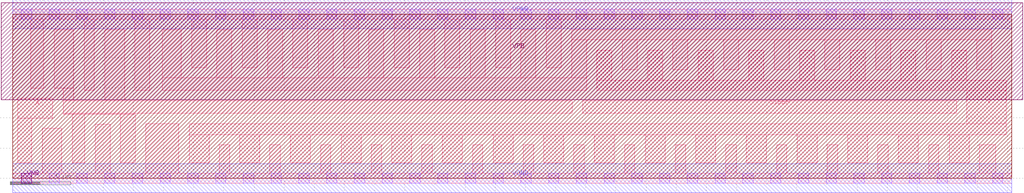
<source format=lef>
# Copyright 2020 The SkyWater PDK Authors
#
# Licensed under the Apache License, Version 2.0 (the "License");
# you may not use this file except in compliance with the License.
# You may obtain a copy of the License at
#
#     https://www.apache.org/licenses/LICENSE-2.0
#
# Unless required by applicable law or agreed to in writing, software
# distributed under the License is distributed on an "AS IS" BASIS,
# WITHOUT WARRANTIES OR CONDITIONS OF ANY KIND, either express or implied.
# See the License for the specific language governing permissions and
# limitations under the License.
#
# SPDX-License-Identifier: Apache-2.0

VERSION 5.7 ;

BUSBITCHARS "[]" ;
DIVIDERCHAR "/" ;

UNITS
  TIME NANOSECONDS 1 ;
  CAPACITANCE PICOFARADS 1 ;
  RESISTANCE OHMS 1 ;
  DATABASE MICRONS 1000 ;
END UNITS

MANUFACTURINGGRID 0.005 ;


# High density, single height
SITE unithd
  SYMMETRY Y ;
  CLASS CORE ;
  SIZE 0.46 BY 2.72 ;
END unithd

# High density, double height
SITE unithddbl
  SYMMETRY Y ;
  CLASS CORE ;
  SIZE 0.46 BY 5.44 ;
END unithddbl





LAYER li1
  TYPE ROUTING ;
  DIRECTION VERTICAL ;

  PITCH 0.46 0.34 ;
  OFFSET 0.23 0.17 ;

  WIDTH 0.17 ;          # LI 1
  # SPACING  0.17 ;     # LI 2
  SPACINGTABLE
     PARALLELRUNLENGTH 0
     WIDTH 0 0.17 ;
  AREA 0.0561 ;         # LI 6
  THICKNESS 0.1 ;
  EDGECAPACITANCE 40.697E-6 ;
  CAPACITANCE CPERSQDIST 36.9866E-6 ;
  RESISTANCE RPERSQ 12.2 ;

  ANTENNAMODEL OXIDE1 ;
  ANTENNADIFFSIDEAREARATIO PWL ( ( 0 75 ) ( 0.0125 75 ) ( 0.0225 85.125 ) ( 22.5 10200 ) ) ;
END li1

LAYER mcon
  TYPE CUT ;

  WIDTH 0.17 ;                # Mcon 1
  SPACING 0.19 ;              # Mcon 2
  ENCLOSURE BELOW 0 0 ;       # Mcon 4
  ENCLOSURE ABOVE 0.03 0.06 ; # Met1 4 / Met1 5

  ANTENNADIFFAREARATIO PWL ( ( 0 3 ) ( 0.0125 3 ) ( 0.0225 3.405 ) ( 22.5 408 ) ) ;
  DCCURRENTDENSITY AVERAGE 0.36 ; # mA per via Iavg_max at Tj = 90oC

END mcon

LAYER met1
  TYPE ROUTING ;
  DIRECTION HORIZONTAL ;

  PITCH 0.34 0.34 ;
  OFFSET 0.17 0.17 ;

  WIDTH 0.14 ;                     # Met1 1
  # SPACING 0.14 ;                 # Met1 2
  # SPACING 0.28 RANGE 3.001 100 ; # Met1 3b
  SPACINGTABLE
     PARALLELRUNLENGTH 0
     WIDTH 0 0.14
     WIDTH 3 0.28 ;
  AREA 0.083 ;                     # Met1 6
  THICKNESS 0.35 ;
  MINENCLOSEDAREA 0.14 ;

  ANTENNAMODEL OXIDE1 ;
  ANTENNADIFFSIDEAREARATIO PWL ( ( 0 400 ) ( 0.0125 400 ) ( 0.0225 2609 ) ( 22.5 11600 ) ) ;

  EDGECAPACITANCE 40.567E-6 ;
  CAPACITANCE CPERSQDIST 25.7784E-6 ;
  DCCURRENTDENSITY AVERAGE 2.8 ; # mA/um Iavg_max at Tj = 90oC
  ACCURRENTDENSITY RMS 6.1 ; # mA/um Irms_max at Tj = 90oC
  MAXIMUMDENSITY 70 ;
  DENSITYCHECKWINDOW 700 700 ;
  DENSITYCHECKSTEP 70 ;

  RESISTANCE RPERSQ 0.125 ;
END met1

LAYER via
  TYPE CUT ;
  WIDTH 0.15 ;                  # Via 1a
  SPACING 0.17 ;                # Via 2
  ENCLOSURE BELOW 0.055 0.085 ; # Via 4a / Via 5a
  ENCLOSURE ABOVE 0.055 0.085 ; # Met2 4 / Met2 5

  ANTENNADIFFAREARATIO PWL ( ( 0 6 ) ( 0.0125 6 ) ( 0.0225 6.81 ) ( 22.5 816 ) ) ;
  DCCURRENTDENSITY AVERAGE 0.29 ; # mA per via Iavg_max at Tj = 90oC
END via

LAYER met2
  TYPE ROUTING ;
  DIRECTION VERTICAL ;

  PITCH 0.46 0.46 ;
  OFFSET 0.23 0.23 ;

  WIDTH 0.14 ;                        # Met2 1
  # SPACING  0.14 ;                   # Met2 2
  # SPACING  0.28 RANGE 3.001 100 ;   # Met2 3b
  SPACINGTABLE
     PARALLELRUNLENGTH 0
     WIDTH 0 0.14
     WIDTH 3 0.28 ;
  AREA 0.0676 ;                       # Met2 6
  THICKNESS 0.35 ;
  MINENCLOSEDAREA 0.14 ;

  EDGECAPACITANCE 37.759E-6 ;
  CAPACITANCE CPERSQDIST 16.9423E-6 ;
  RESISTANCE RPERSQ 0.125 ;
  DCCURRENTDENSITY AVERAGE 2.8 ; # mA/um Iavg_max at Tj = 90oC
  ACCURRENTDENSITY RMS 6.1 ; # mA/um Irms_max at Tj = 90oC

  ANTENNAMODEL OXIDE1 ;
  ANTENNADIFFSIDEAREARATIO PWL ( ( 0 400 ) ( 0.0125 400 ) ( 0.0225 2609 ) ( 22.5 11600 ) ) ;

  MAXIMUMDENSITY 70 ;
  DENSITYCHECKWINDOW 700 700 ;
  DENSITYCHECKSTEP 70 ;
END met2

# ******** Layer via2, type routing, number 44 **************
LAYER via2
  TYPE CUT ;
  WIDTH 0.2 ;                   # Via2 1
  SPACING 0.2 ;                 # Via2 2
  ENCLOSURE BELOW 0.04 0.085 ;  # Via2 4
  ENCLOSURE ABOVE 0.065 0.065 ; # Met3 4
  ANTENNADIFFAREARATIO PWL ( ( 0 6 ) ( 0.0125 6 ) ( 0.0225 6.81 ) ( 22.5 816 ) ) ;
  DCCURRENTDENSITY AVERAGE 0.48 ; # mA per via Iavg_max at Tj = 90oC
END via2

LAYER met3
  TYPE ROUTING ;
  DIRECTION HORIZONTAL ;

  PITCH 0.68 0.68 ;
  OFFSET 0.34 0.34 ;

  WIDTH 0.3 ;              # Met3 1
  # SPACING 0.3 ;          # Met3 2
  SPACINGTABLE
     PARALLELRUNLENGTH 0
     WIDTH 0 0.3
     WIDTH 3 0.4 ;
  AREA 0.24 ;              # Met3 6
  THICKNESS 0.8 ;

  EDGECAPACITANCE 40.989E-6 ;
  CAPACITANCE CPERSQDIST 12.3729E-6 ;
  RESISTANCE RPERSQ 0.047 ;
  DCCURRENTDENSITY AVERAGE 6.8 ; # mA/um Iavg_max at Tj = 90oC
  ACCURRENTDENSITY RMS 14.9 ; # mA/um Irms_max at Tj = 90oC

  ANTENNAMODEL OXIDE1 ;
  ANTENNADIFFSIDEAREARATIO PWL ( ( 0 400 ) ( 0.0125 400 ) ( 0.0225 2609 ) ( 22.5 11600 ) ) ;

  MAXIMUMDENSITY 70 ;
  DENSITYCHECKWINDOW 700 700 ;
  DENSITYCHECKSTEP 70 ;
END met3

LAYER via3
  TYPE CUT ;
  WIDTH 0.2 ;                   # Via3 1
  SPACING 0.2 ;                 # Via3 2
  ENCLOSURE BELOW 0.06 0.09 ;   # Via3 4 / Via3 5
  ENCLOSURE ABOVE 0.065 0.065 ; # Met4 3
  ANTENNADIFFAREARATIO PWL ( ( 0 6 ) ( 0.0125 6 ) ( 0.0225 6.81 ) ( 22.5 816 ) ) ;
  DCCURRENTDENSITY AVERAGE 0.48 ; # mA per via Iavg_max at Tj = 90oC
END via3

LAYER met4
  TYPE ROUTING ;
  DIRECTION VERTICAL ;

  PITCH 0.92 0.92 ;
  OFFSET 0.46 0.46 ;

  WIDTH 0.3 ;             # Met4 1
  # SPACING  0.3 ;             # Met4 2
  SPACINGTABLE
     PARALLELRUNLENGTH 0
     WIDTH 0 0.3
     WIDTH 3 0.4 ;
  AREA 0.24 ;            # Met4 4a

  THICKNESS 0.8 ;

  EDGECAPACITANCE 36.676E-6 ;
  CAPACITANCE CPERSQDIST 8.41537E-6 ;
  RESISTANCE RPERSQ 0.047 ;
  DCCURRENTDENSITY AVERAGE 6.8 ; # mA/um Iavg_max at Tj = 90oC
  ACCURRENTDENSITY RMS 14.9 ; # mA/um Irms_max at Tj = 90oC

  ANTENNAMODEL OXIDE1 ;
  ANTENNADIFFSIDEAREARATIO PWL ( ( 0 400 ) ( 0.0125 400 ) ( 0.0225 2609 ) ( 22.5 11600 ) ) ;

  MAXIMUMDENSITY 70 ;
  DENSITYCHECKWINDOW 700 700 ;
  DENSITYCHECKSTEP 70 ;
END met4

LAYER via4
  TYPE CUT ;

  WIDTH 0.8 ;                 # Via4 1
  SPACING 0.8 ;               # Via4 2
  ENCLOSURE BELOW 0.19 0.19 ; # Via4 4
  ENCLOSURE ABOVE 0.31 0.31 ; # Met5 3
  ANTENNADIFFAREARATIO PWL ( ( 0 6 ) ( 0.0125 6 ) ( 0.0225 6.81 ) ( 22.5 816 ) ) ;
  DCCURRENTDENSITY AVERAGE 2.49 ; # mA per via Iavg_max at Tj = 90oC
END via4

LAYER met5
  TYPE ROUTING ;
  DIRECTION HORIZONTAL ;

  PITCH 3.4 ;
  OFFSET 1.7 ;

  WIDTH 1.6 ;            # Met5 1
  #SPACING  1.6 ;        # Met5 2
  SPACINGTABLE
     PARALLELRUNLENGTH 0
     WIDTH 0 1.6 ;
  AREA 4 ;               # Met5 4

  THICKNESS 1.2 ;

  EDGECAPACITANCE 38.851E-6 ;
  CAPACITANCE CPERSQDIST 6.32063E-6 ;
  RESISTANCE RPERSQ 0.0285 ;
  DCCURRENTDENSITY AVERAGE 10.17 ; # mA/um Iavg_max at Tj = 90oC
  ACCURRENTDENSITY RMS 22.34 ; # mA/um Irms_max at Tj = 90oC

  ANTENNAMODEL OXIDE1 ;
  ANTENNADIFFSIDEAREARATIO PWL ( ( 0 400 ) ( 0.0125 400 ) ( 0.0225 2609 ) ( 22.5 11600 ) ) ;
END met5


### Routing via cells section   ###
# Plus via rule, metals are along the prefered direction
VIA L1M1_PR DEFAULT
  LAYER mcon ;
  RECT -0.085 -0.085 0.085 0.085 ;
  LAYER li1 ;
  RECT -0.085 -0.085 0.085 0.085 ;
  LAYER met1 ;
  RECT -0.145 -0.115 0.145 0.115 ;
END L1M1_PR

VIARULE L1M1_PR GENERATE
  LAYER li1 ;
  ENCLOSURE 0 0 ;
  LAYER met1 ;
  ENCLOSURE 0.06 0.03 ;
  LAYER mcon ;
  RECT -0.085 -0.085 0.085 0.085 ;
  SPACING 0.36 BY 0.36 ;
END L1M1_PR

# Plus via rule, metals are along the non prefered direction
VIA L1M1_PR_R DEFAULT
  LAYER mcon ;
  RECT -0.085 -0.085 0.085 0.085 ;
  LAYER li1 ;
  RECT -0.085 -0.085 0.085 0.085 ;
  LAYER met1 ;
  RECT -0.115 -0.145 0.115 0.145 ;
END L1M1_PR_R

VIARULE L1M1_PR_R GENERATE
  LAYER li1 ;
  ENCLOSURE 0 0 ;
  LAYER met1 ;
  ENCLOSURE 0.03 0.06 ;
  LAYER mcon ;
  RECT -0.085 -0.085 0.085 0.085 ;
  SPACING 0.36 BY 0.36 ;
END L1M1_PR_R

# Minus via rule, lower layer metal is along prefered direction
VIA L1M1_PR_M DEFAULT
  LAYER mcon ;
  RECT -0.085 -0.085 0.085 0.085 ;
  LAYER li1 ;
  RECT -0.085 -0.085 0.085 0.085 ;
  LAYER met1 ;
  RECT -0.115 -0.145 0.115 0.145 ;
END L1M1_PR_M

VIARULE L1M1_PR_M GENERATE
  LAYER li1 ;
  ENCLOSURE 0 0 ;
  LAYER met1 ;
  ENCLOSURE 0.03 0.06 ;
  LAYER mcon ;
  RECT -0.085 -0.085 0.085 0.085 ;
  SPACING 0.36 BY 0.36 ;
END L1M1_PR_M

# Minus via rule, upper layer metal is along prefered direction
VIA L1M1_PR_MR DEFAULT
  LAYER mcon ;
  RECT -0.085 -0.085 0.085 0.085 ;
  LAYER li1 ;
  RECT -0.085 -0.085 0.085 0.085 ;
  LAYER met1 ;
  RECT -0.145 -0.115 0.145 0.115 ;
END L1M1_PR_MR

VIARULE L1M1_PR_MR GENERATE
  LAYER li1 ;
  ENCLOSURE 0 0 ;
  LAYER met1 ;
  ENCLOSURE 0.06 0.03 ;
  LAYER mcon ;
  RECT -0.085 -0.085 0.085 0.085 ;
  SPACING 0.36 BY 0.36 ;
END L1M1_PR_MR

# Centered via rule, we really do not want to use it
VIA L1M1_PR_C DEFAULT
  LAYER mcon ;
  RECT -0.085 -0.085 0.085 0.085 ;
  LAYER li1 ;
  RECT -0.085 -0.085 0.085 0.085 ;
  LAYER met1 ;
  RECT -0.145 -0.145 0.145 0.145 ;
END L1M1_PR_C

VIARULE L1M1_PR_C GENERATE
  LAYER li1 ;
  ENCLOSURE 0 0 ;
  LAYER met1 ;
  ENCLOSURE 0.06 0.06 ;
  LAYER mcon ;
  RECT -0.085 -0.085 0.085 0.085 ;
  SPACING 0.36 BY 0.36 ;
END L1M1_PR_C

# Plus via rule, metals are along the prefered direction
VIA M1M2_PR DEFAULT
  LAYER via ;
  RECT -0.075 -0.075 0.075 0.075 ;
  LAYER met1 ;
  RECT -0.16 -0.13 0.16 0.13 ;
  LAYER met2 ;
  RECT -0.13 -0.16 0.13 0.16 ;
END M1M2_PR

VIARULE M1M2_PR GENERATE
  LAYER met1 ;
  ENCLOSURE 0.085 0.055 ;
  LAYER met2 ;
  ENCLOSURE 0.055 0.085 ;
  LAYER via ;
  RECT -0.075 -0.075 0.075 0.075 ;
  SPACING 0.32 BY 0.32 ;
END M1M2_PR

# Plus via rule, metals are along the non prefered direction
VIA M1M2_PR_R DEFAULT
  LAYER via ;
  RECT -0.075 -0.075 0.075 0.075 ;
  LAYER met1 ;
  RECT -0.13 -0.16 0.13 0.16 ;
  LAYER met2 ;
  RECT -0.16 -0.13 0.16 0.13 ;
END M1M2_PR_R

VIARULE M1M2_PR_R GENERATE
  LAYER met1 ;
  ENCLOSURE 0.055 0.085 ;
  LAYER met2 ;
  ENCLOSURE 0.085 0.055 ;
  LAYER via ;
  RECT -0.075 -0.075 0.075 0.075 ;
  SPACING 0.32 BY 0.32 ;
END M1M2_PR_R

# Minus via rule, lower layer metal is along prefered direction
VIA M1M2_PR_M DEFAULT
  LAYER via ;
  RECT -0.075 -0.075 0.075 0.075 ;
  LAYER met1 ;
  RECT -0.16 -0.13 0.16 0.13 ;
  LAYER met2 ;
  RECT -0.16 -0.13 0.16 0.13 ;
END M1M2_PR_M

VIARULE M1M2_PR_M GENERATE
  LAYER met1 ;
  ENCLOSURE 0.085 0.055 ;
  LAYER met2 ;
  ENCLOSURE 0.085 0.055 ;
  LAYER via ;
  RECT -0.075 -0.075 0.075 0.075 ;
  SPACING 0.32 BY 0.32 ;
END M1M2_PR_M

# Minus via rule, upper layer metal is along prefered direction
VIA M1M2_PR_MR DEFAULT
  LAYER via ;
  RECT -0.075 -0.075 0.075 0.075 ;
  LAYER met1 ;
  RECT -0.13 -0.16 0.13 0.16 ;
  LAYER met2 ;
  RECT -0.13 -0.16 0.13 0.16 ;
END M1M2_PR_MR

VIARULE M1M2_PR_MR GENERATE
  LAYER met1 ;
  ENCLOSURE 0.055 0.085 ;
  LAYER met2 ;
  ENCLOSURE 0.055 0.085 ;
  LAYER via ;
  RECT -0.075 -0.075 0.075 0.075 ;
  SPACING 0.32 BY 0.32 ;
END M1M2_PR_MR

# Centered via rule, we really do not want to use it
VIA M1M2_PR_C DEFAULT
  LAYER via ;
  RECT -0.075 -0.075 0.075 0.075 ;
  LAYER met1 ;
  RECT -0.16 -0.16 0.16 0.16 ;
  LAYER met2 ;
  RECT -0.16 -0.16 0.16 0.16 ;
END M1M2_PR_C

VIARULE M1M2_PR_C GENERATE
  LAYER met1 ;
  ENCLOSURE 0.085 0.085 ;
  LAYER met2 ;
  ENCLOSURE 0.085 0.085 ;
  LAYER via ;
  RECT -0.075 -0.075 0.075 0.075 ;
  SPACING 0.32 BY 0.32 ;
END M1M2_PR_C

# Plus via rule, metals are along the prefered direction
VIA M2M3_PR DEFAULT
  LAYER via2 ;
  RECT -0.1 -0.1 0.1 0.1 ;
  LAYER met2 ;
  RECT -0.14 -0.185 0.14 0.185 ;
  LAYER met3 ;
  RECT -0.165 -0.165 0.165 0.165 ;
END M2M3_PR

VIARULE M2M3_PR GENERATE
  LAYER met2 ;
  ENCLOSURE 0.04 0.085 ;
  LAYER met3 ;
  ENCLOSURE 0.065 0.065 ;
  LAYER via2 ;
  RECT -0.1 -0.1 0.1 0.1 ;
  SPACING 0.4 BY 0.4 ;
END M2M3_PR

# Plus via rule, metals are along the non prefered direction
VIA M2M3_PR_R DEFAULT
  LAYER via2 ;
  RECT -0.1 -0.1 0.1 0.1 ;
  LAYER met2 ;
  RECT -0.185 -0.14 0.185 0.14 ;
  LAYER met3 ;
  RECT -0.165 -0.165 0.165 0.165 ;
END M2M3_PR_R

VIARULE M2M3_PR_R GENERATE
  LAYER met2 ;
  ENCLOSURE 0.085 0.04 ;
  LAYER met3 ;
  ENCLOSURE 0.065 0.065 ;
  LAYER via2 ;
  RECT -0.1 -0.1 0.1 0.1 ;
  SPACING 0.4 BY 0.4 ;
END M2M3_PR_R

# Minus via rule, lower layer metal is along prefered direction
VIA M2M3_PR_M DEFAULT
  LAYER via2 ;
  RECT -0.1 -0.1 0.1 0.1 ;
  LAYER met2 ;
  RECT -0.14 -0.185 0.14 0.185 ;
  LAYER met3 ;
  RECT -0.165 -0.165 0.165 0.165 ;
END M2M3_PR_M

VIARULE M2M3_PR_M GENERATE
  LAYER met2 ;
  ENCLOSURE 0.04 0.085 ;
  LAYER met3 ;
  ENCLOSURE 0.065 0.065 ;
  LAYER via2 ;
  RECT -0.1 -0.1 0.1 0.1 ;
  SPACING 0.4 BY 0.4 ;
END M2M3_PR_M

# Minus via rule, upper layer metal is along prefered direction
VIA M2M3_PR_MR DEFAULT
  LAYER via2 ;
  RECT -0.1 -0.1 0.1 0.1 ;
  LAYER met2 ;
  RECT -0.185 -0.14 0.185 0.14 ;
  LAYER met3 ;
  RECT -0.165 -0.165 0.165 0.165 ;
END M2M3_PR_MR

VIARULE M2M3_PR_MR GENERATE
  LAYER met2 ;
  ENCLOSURE 0.085 0.04 ;
  LAYER met3 ;
  ENCLOSURE 0.065 0.065 ;
  LAYER via2 ;
  RECT -0.1 -0.1 0.1 0.1 ;
  SPACING 0.4 BY 0.4 ;
END M2M3_PR_MR

# Centered via rule, we really do not want to use it
VIA M2M3_PR_C DEFAULT
  LAYER via2 ;
  RECT -0.1 -0.1 0.1 0.1 ;
  LAYER met2 ;
  RECT -0.185 -0.185 0.185 0.185 ;
  LAYER met3 ;
  RECT -0.165 -0.165 0.165 0.165 ;
END M2M3_PR_C

VIARULE M2M3_PR_C GENERATE
  LAYER met2 ;
  ENCLOSURE 0.085 0.085 ;
  LAYER met3 ;
  ENCLOSURE 0.065 0.065 ;
  LAYER via2 ;
  RECT -0.1 -0.1 0.1 0.1 ;
  SPACING 0.4 BY 0.4 ;
END M2M3_PR_C

# Plus via rule, metals are along the prefered direction
VIA M3M4_PR DEFAULT
  LAYER via3 ;
  RECT -0.1 -0.1 0.1 0.1 ;
  LAYER met3 ;
  RECT -0.19 -0.16 0.19 0.16 ;
  LAYER met4 ;
  RECT -0.165 -0.165 0.165 0.165 ;
END M3M4_PR

VIARULE M3M4_PR GENERATE
  LAYER met3 ;
  ENCLOSURE 0.09 0.06 ;
  LAYER met4 ;
  ENCLOSURE 0.065 0.065 ;
  LAYER via3 ;
  RECT -0.1 -0.1 0.1 0.1 ;
  SPACING 0.4 BY 0.4 ;
END M3M4_PR

# Plus via rule, metals are along the non prefered direction
VIA M3M4_PR_R DEFAULT
  LAYER via3 ;
  RECT -0.1 -0.1 0.1 0.1 ;
  LAYER met3 ;
  RECT -0.16 -0.19 0.16 0.19 ;
  LAYER met4 ;
  RECT -0.165 -0.165 0.165 0.165 ;
END M3M4_PR_R

VIARULE M3M4_PR_R GENERATE
  LAYER met3 ;
  ENCLOSURE 0.06 0.09 ;
  LAYER met4 ;
  ENCLOSURE 0.065 0.065 ;
  LAYER via3 ;
  RECT -0.1 -0.1 0.1 0.1 ;
  SPACING 0.4 BY 0.4 ;
END M3M4_PR_R

# Minus via rule, lower layer metal is along prefered direction
VIA M3M4_PR_M DEFAULT
  LAYER via3 ;
  RECT -0.1 -0.1 0.1 0.1 ;
  LAYER met3 ;
  RECT -0.19 -0.16 0.19 0.16 ;
  LAYER met4 ;
  RECT -0.165 -0.165 0.165 0.165 ;
END M3M4_PR_M

VIARULE M3M4_PR_M GENERATE
  LAYER met3 ;
  ENCLOSURE 0.09 0.06 ;
  LAYER met4 ;
  ENCLOSURE 0.065 0.065 ;
  LAYER via3 ;
  RECT -0.1 -0.1 0.1 0.1 ;
  SPACING 0.4 BY 0.4 ;
END M3M4_PR_M

# Minus via rule, upper layer metal is along prefered direction
VIA M3M4_PR_MR DEFAULT
  LAYER via3 ;
  RECT -0.1 -0.1 0.1 0.1 ;
  LAYER met3 ;
  RECT -0.16 -0.19 0.16 0.19 ;
  LAYER met4 ;
  RECT -0.165 -0.165 0.165 0.165 ;
END M3M4_PR_MR

VIARULE M3M4_PR_MR GENERATE
  LAYER met3 ;
  ENCLOSURE 0.06 0.09 ;
  LAYER met4 ;
  ENCLOSURE 0.065 0.065 ;
  LAYER via3 ;
  RECT -0.1 -0.1 0.1 0.1 ;
  SPACING 0.4 BY 0.4 ;
END M3M4_PR_MR

# Centered via rule, we really do not want to use it
VIA M3M4_PR_C DEFAULT
  LAYER via3 ;
  RECT -0.1 -0.1 0.1 0.1 ;
  LAYER met3 ;
  RECT -0.19 -0.19 0.19 0.19 ;
  LAYER met4 ;
  RECT -0.165 -0.165 0.165 0.165 ;
END M3M4_PR_C

VIARULE M3M4_PR_C GENERATE
  LAYER met3 ;
  ENCLOSURE 0.09 0.09 ;
  LAYER met4 ;
  ENCLOSURE 0.065 0.065 ;
  LAYER via3 ;
  RECT -0.1 -0.1 0.1 0.1 ;
  SPACING 0.4 BY 0.4 ;
END M3M4_PR_C

# Plus via rule, metals are along the prefered direction
VIA M4M5_PR DEFAULT
  LAYER via4 ;
  RECT -0.4 -0.4 0.4 0.4 ;
  LAYER met4 ;
  RECT -0.59 -0.59 0.59 0.59 ;
  LAYER met5 ;
  RECT -0.71 -0.71 0.71 0.71 ;
END M4M5_PR

VIARULE M4M5_PR GENERATE
  LAYER met4 ;
  ENCLOSURE 0.19 0.19 ;
  LAYER met5 ;
  ENCLOSURE 0.31 0.31 ;
  LAYER via4 ;
  RECT -0.4 -0.4 0.4 0.4 ;
  SPACING 1.6 BY 1.6 ;
END M4M5_PR

# Plus via rule, metals are along the non prefered direction
VIA M4M5_PR_R DEFAULT
  LAYER via4 ;
  RECT -0.4 -0.4 0.4 0.4 ;
  LAYER met4 ;
  RECT -0.59 -0.59 0.59 0.59 ;
  LAYER met5 ;
  RECT -0.71 -0.71 0.71 0.71 ;
END M4M5_PR_R

VIARULE M4M5_PR_R GENERATE
  LAYER met4 ;
  ENCLOSURE 0.19 0.19 ;
  LAYER met5 ;
  ENCLOSURE 0.31 0.31 ;
  LAYER via4 ;
  RECT -0.4 -0.4 0.4 0.4 ;
  SPACING 1.6 BY 1.6 ;
END M4M5_PR_R

# Minus via rule, lower layer metal is along prefered direction
VIA M4M5_PR_M DEFAULT
  LAYER via4 ;
  RECT -0.4 -0.4 0.4 0.4 ;
  LAYER met4 ;
  RECT -0.59 -0.59 0.59 0.59 ;
  LAYER met5 ;
  RECT -0.71 -0.71 0.71 0.71 ;
END M4M5_PR_M

VIARULE M4M5_PR_M GENERATE
  LAYER met4 ;
  ENCLOSURE 0.19 0.19 ;
  LAYER met5 ;
  ENCLOSURE 0.31 0.31 ;
  LAYER via4 ;
  RECT -0.4 -0.4 0.4 0.4 ;
  SPACING 1.6 BY 1.6 ;
END M4M5_PR_M

# Minus via rule, upper layer metal is along prefered direction
VIA M4M5_PR_MR DEFAULT
  LAYER via4 ;
  RECT -0.4 -0.4 0.4 0.4 ;
  LAYER met4 ;
  RECT -0.59 -0.59 0.59 0.59 ;
  LAYER met5 ;
  RECT -0.71 -0.71 0.71 0.71 ;
END M4M5_PR_MR

VIARULE M4M5_PR_MR GENERATE
  LAYER met4 ;
  ENCLOSURE 0.19 0.19 ;
  LAYER met5 ;
  ENCLOSURE 0.31 0.31 ;
  LAYER via4 ;
  RECT -0.4 -0.4 0.4 0.4 ;
  SPACING 1.6 BY 1.6 ;
END M4M5_PR_MR

# Centered via rule, we really do not want to use it
VIA M4M5_PR_C DEFAULT
  LAYER via4 ;
  RECT -0.4 -0.4 0.4 0.4 ;
  LAYER met4 ;
  RECT -0.59 -0.59 0.59 0.59 ;
  LAYER met5 ;
  RECT -0.71 -0.71 0.71 0.71 ;
END M4M5_PR_C

VIARULE M4M5_PR_C GENERATE
  LAYER met4 ;
  ENCLOSURE 0.19 0.19 ;
  LAYER met5 ;
  ENCLOSURE 0.31 0.31 ;
  LAYER via4 ;
  RECT -0.4 -0.4 0.4 0.4 ;
  SPACING 1.6 BY 1.6 ;
END M4M5_PR_C
###  end of single via cells   ###


MACRO sky130_ef_sc_hd__decap_12
  CLASS BLOCK ;
  FOREIGN sky130_ef_sc_hd__decap_12 ;
  ORIGIN 0.000 0.000 ;
  SIZE 5.520 BY 2.720 ;
  PIN VGND
    DIRECTION INPUT ;
    USE GROUND ;
    PORT
      LAYER li1 ;
        RECT 1.670 0.630 2.010 1.460 ;
        RECT 0.085 0.085 5.430 0.630 ;
        RECT 0.000 -0.085 5.520 0.085 ;
      LAYER mcon ;
        RECT 0.605 -0.085 0.775 0.085 ;
        RECT 1.065 -0.085 1.235 0.085 ;
        RECT 1.525 -0.085 1.695 0.085 ;
        RECT 1.985 -0.085 2.155 0.085 ;
        RECT 2.445 -0.085 2.615 0.085 ;
        RECT 2.905 -0.085 3.075 0.085 ;
        RECT 3.365 -0.085 3.535 0.085 ;
        RECT 3.825 -0.085 3.995 0.085 ;
        RECT 4.285 -0.085 4.455 0.085 ;
        RECT 4.745 -0.085 4.915 0.085 ;
        RECT 5.205 -0.085 5.375 0.085 ;
      LAYER met1 ;
        RECT 0.000 -0.240 5.520 0.240 ;
    END
  END VGND
  PIN VNB
    DIRECTION INPUT ;
    PORT
      LAYER pwell ;
        RECT 0.080 -0.130 0.360 0.150 ;
    END
  END VNB
  PIN VPB
    DIRECTION INPUT ;
    PORT
      LAYER nwell ;
        RECT -0.190 1.305 5.710 2.910 ;
    END
  END VPB
  PIN VPWR
    DIRECTION INPUT ;
    USE POWER ;
    PORT
      LAYER li1 ;
        RECT 0.000 2.635 5.520 2.805 ;
        RECT 0.085 2.200 5.430 2.635 ;
        RECT 3.490 0.950 3.840 2.200 ;
      LAYER mcon ;
        RECT 0.605 2.635 0.775 2.805 ;
        RECT 1.065 2.635 1.235 2.805 ;
        RECT 1.525 2.635 1.695 2.805 ;
        RECT 1.985 2.635 2.155 2.805 ;
        RECT 2.445 2.635 2.615 2.805 ;
        RECT 2.905 2.635 3.075 2.805 ;
        RECT 3.365 2.635 3.535 2.805 ;
        RECT 3.825 2.635 3.995 2.805 ;
        RECT 4.285 2.635 4.455 2.805 ;
        RECT 4.745 2.635 4.915 2.805 ;
        RECT 5.205 2.635 5.375 2.805 ;
      LAYER met1 ;
        RECT 0.000 2.480 5.520 2.960 ;
    END
  END VPWR
END sky130_ef_sc_hd__decap_12
MACRO sky130_ef_sc_hd__fakediode_2
  CLASS CORE SPACER ;
  FOREIGN sky130_ef_sc_hd__fakediode_2 ;
  ORIGIN  0.000000  0.000000 ;
  SIZE  0.920000 BY  2.720000 ;
  SYMMETRY X Y R90 ;
  SITE unithd ;
  PIN DIODE
    DIRECTION INPUT ;
    USE SIGNAL ;
    PORT
      LAYER li1 ;
        RECT 0.085000 0.255000 0.835000 2.465000 ;
    END
  END DIODE
  PIN VGND
    DIRECTION INOUT ;
    SHAPE ABUTMENT ;
    USE GROUND ;
    PORT
      LAYER met1 ;
        RECT 0.000000 -0.240000 0.920000 0.240000 ;
    END
  END VGND
  PIN VNB
    DIRECTION INOUT ;
    USE GROUND ;
    PORT
      LAYER pwell ;
        RECT 0.145000 -0.085000 0.315000 0.085000 ;
    END
  END VNB
  PIN VPB
    DIRECTION INOUT ;
    USE POWER ;
    PORT
      LAYER nwell ;
        RECT -0.190000 1.305000 1.110000 2.910000 ;
    END
  END VPB
  PIN VPWR
    DIRECTION INOUT ;
    SHAPE ABUTMENT ;
    USE POWER ;
    PORT
      LAYER met1 ;
        RECT 0.000000 2.480000 0.920000 2.960000 ;
    END
  END VPWR
  OBS
    LAYER li1 ;
      RECT 0.000000 -0.085000 0.920000 0.085000 ;
      RECT 0.000000  2.635000 0.920000 2.805000 ;
    LAYER mcon ;
      RECT 0.145000 -0.085000 0.315000 0.085000 ;
      RECT 0.145000  2.635000 0.315000 2.805000 ;
      RECT 0.605000 -0.085000 0.775000 0.085000 ;
      RECT 0.605000  2.635000 0.775000 2.805000 ;
  END
END sky130_ef_sc_hd__fakediode_2
MACRO sky130_ef_sc_hd__fill_12
  CLASS CORE ;
  FOREIGN sky130_ef_sc_hd__fill_12 ;
  ORIGIN 0.000 0.000 ;
  SIZE 5.520 BY 2.720 ;
  SYMMETRY X Y R90 ;
  SITE unithd ;
  OBS
      LAYER nwell ;
        RECT -0.190 1.305 5.710 2.910 ;
      LAYER pwell ;
        RECT 0.145 -0.085 0.315 0.085 ;
        RECT 2.935 -0.060 3.045 0.060 ;
        RECT 4.755 -0.050 4.915 0.060 ;
      LAYER li1 ;
        RECT 0.000 2.635 5.520 2.805 ;
        RECT 0.085 1.545 2.675 2.635 ;
        RECT 0.085 0.855 1.295 1.375 ;
        RECT 1.465 1.025 2.675 1.545 ;
        RECT 0.085 0.085 2.675 0.855 ;
        RECT 0.000 -0.085 5.520 0.085 ;
      LAYER mcon ;
        RECT 0.145 2.635 0.315 2.805 ;
        RECT 0.605 2.635 0.775 2.805 ;
        RECT 1.065 2.635 1.235 2.805 ;
        RECT 1.525 2.635 1.695 2.805 ;
        RECT 1.985 2.635 2.155 2.805 ;
        RECT 2.445 2.635 2.615 2.805 ;
        RECT 2.905 2.635 3.075 2.805 ;
        RECT 3.365 2.635 3.535 2.805 ;
        RECT 3.825 2.635 3.995 2.805 ;
        RECT 4.285 2.635 4.455 2.805 ;
        RECT 4.745 2.635 4.915 2.805 ;
        RECT 5.205 2.635 5.375 2.805 ;
        RECT 0.145 -0.085 0.315 0.085 ;
        RECT 0.605 -0.085 0.775 0.085 ;
        RECT 1.065 -0.085 1.235 0.085 ;
        RECT 1.525 -0.085 1.695 0.085 ;
        RECT 1.985 -0.085 2.155 0.085 ;
        RECT 2.445 -0.085 2.615 0.085 ;
        RECT 2.905 -0.085 3.075 0.085 ;
        RECT 3.365 -0.085 3.535 0.085 ;
        RECT 3.825 -0.085 3.995 0.085 ;
        RECT 4.285 -0.085 4.455 0.085 ;
        RECT 4.745 -0.085 4.915 0.085 ;
        RECT 5.205 -0.085 5.375 0.085 ;
      LAYER met1 ;
        RECT 0.000 2.480 5.520 2.960 ;
        RECT 0.000 -0.240 5.520 0.240 ;
  END
END sky130_ef_sc_hd__fill_12
MACRO sky130_ef_sc_hd__fill_8
  CLASS CORE SPACER ;
  SOURCE USER ;
  ORIGIN  0.000000  0.000000 ;
  SIZE  3.680000 BY  2.720000 ;
  SYMMETRY X Y R90 ;
  SITE unithd ;
  PIN VGND
    DIRECTION INOUT ;
    SHAPE ABUTMENT ;
    USE GROUND ;
    PORT
      LAYER li1 ;
        RECT 0.000000 -0.085000 3.680000 0.085000 ;
    END
    PORT
      LAYER met1 ;
        RECT 0.000000 -0.240000 3.680000 0.240000 ;
    END
  END VGND
  PIN VPWR
    DIRECTION INOUT ;
    SHAPE ABUTMENT ;
    USE POWER ;
    PORT
      LAYER li1 ;
        RECT 0.000000 2.635000 3.680000 2.805000 ;
    END
    PORT
      LAYER met1 ;
        RECT 0.000000 2.480000 3.680000 2.960000 ;
    END
  END VPWR
  OBS
  END
END sky130_ef_sc_hd__fill_8
MACRO sky130_fd_sc_hd__a2bb2o_1
  CLASS CORE ;
  FOREIGN sky130_fd_sc_hd__a2bb2o_1 ;
  ORIGIN  0.000000  0.000000 ;
  SIZE  3.680000 BY  2.720000 ;
  SYMMETRY X Y R90 ;
  SITE unithd ;
  PIN A1_N
    ANTENNAGATEAREA  0.126000 ;
    DIRECTION INPUT ;
    USE SIGNAL ;
    PORT
      LAYER li1 ;
        RECT 0.910000 0.995000 1.240000 1.615000 ;
    END
  END A1_N
  PIN A2_N
    ANTENNAGATEAREA  0.126000 ;
    DIRECTION INPUT ;
    USE SIGNAL ;
    PORT
      LAYER li1 ;
        RECT 1.410000 0.995000 1.700000 1.375000 ;
    END
  END A2_N
  PIN B1
    ANTENNAGATEAREA  0.126000 ;
    DIRECTION INPUT ;
    USE SIGNAL ;
    PORT
      LAYER li1 ;
        RECT 3.280000 0.765000 3.540000 1.655000 ;
    END
  END B1
  PIN B2
    ANTENNAGATEAREA  0.126000 ;
    DIRECTION INPUT ;
    USE SIGNAL ;
    PORT
      LAYER li1 ;
        RECT 2.600000 1.355000 3.080000 1.655000 ;
        RECT 2.820000 0.765000 3.080000 1.355000 ;
    END
  END B2
  PIN X
    ANTENNADIFFAREA  0.429000 ;
    DIRECTION OUTPUT ;
    USE SIGNAL ;
    PORT
      LAYER li1 ;
        RECT 0.085000 0.255000 0.345000 0.810000 ;
        RECT 0.085000 0.810000 0.260000 1.525000 ;
        RECT 0.085000 1.525000 0.345000 2.465000 ;
    END
  END X
  PIN VGND
    DIRECTION INOUT ;
    SHAPE ABUTMENT ;
    USE GROUND ;
    PORT
      LAYER met1 ;
        RECT 0.000000 -0.240000 3.680000 0.240000 ;
    END
  END VGND
  PIN VNB
    DIRECTION INOUT ;
    USE GROUND ;
    PORT
      LAYER pwell ;
        RECT 0.150000 -0.085000 0.320000 0.085000 ;
    END
  END VNB
  PIN VPB
    DIRECTION INOUT ;
    USE POWER ;
    PORT
      LAYER nwell ;
        RECT -0.190000 1.305000 3.870000 2.910000 ;
    END
  END VPB
  PIN VPWR
    DIRECTION INOUT ;
    SHAPE ABUTMENT ;
    USE POWER ;
    PORT
      LAYER met1 ;
        RECT 0.000000 2.480000 3.680000 2.960000 ;
    END
  END VPWR
  OBS
    LAYER li1 ;
      RECT 0.000000 -0.085000 3.680000 0.085000 ;
      RECT 0.000000  2.635000 3.680000 2.805000 ;
      RECT 0.430000  0.995000 0.685000 1.325000 ;
      RECT 0.515000  0.085000 0.945000 0.530000 ;
      RECT 0.515000  1.325000 0.685000 1.805000 ;
      RECT 0.515000  1.805000 1.275000 1.975000 ;
      RECT 0.515000  2.235000 0.845000 2.635000 ;
      RECT 1.105000  1.975000 1.275000 2.200000 ;
      RECT 1.105000  2.200000 2.245000 2.370000 ;
      RECT 1.180000  0.255000 1.350000 0.655000 ;
      RECT 1.180000  0.655000 2.060000 0.825000 ;
      RECT 1.520000  0.085000 2.240000 0.485000 ;
      RECT 1.540000  1.545000 2.060000 1.715000 ;
      RECT 1.540000  1.715000 1.710000 1.905000 ;
      RECT 1.890000  0.825000 2.060000 1.545000 ;
      RECT 1.990000  1.895000 2.400000 2.065000 ;
      RECT 1.990000  2.065000 2.245000 2.200000 ;
      RECT 1.990000  2.370000 2.245000 2.465000 ;
      RECT 2.230000  0.700000 2.580000 0.870000 ;
      RECT 2.230000  0.870000 2.400000 1.895000 ;
      RECT 2.410000  0.255000 2.580000 0.700000 ;
      RECT 2.415000  2.255000 2.745000 2.425000 ;
      RECT 2.575000  1.835000 3.515000 2.005000 ;
      RECT 2.575000  2.005000 2.745000 2.255000 ;
      RECT 2.915000  2.175000 3.165000 2.635000 ;
      RECT 3.155000  0.085000 3.555000 0.595000 ;
      RECT 3.335000  2.005000 3.515000 2.465000 ;
    LAYER mcon ;
      RECT 0.145000 -0.085000 0.315000 0.085000 ;
      RECT 0.145000  2.635000 0.315000 2.805000 ;
      RECT 0.605000 -0.085000 0.775000 0.085000 ;
      RECT 0.605000  2.635000 0.775000 2.805000 ;
      RECT 1.065000 -0.085000 1.235000 0.085000 ;
      RECT 1.065000  2.635000 1.235000 2.805000 ;
      RECT 1.525000 -0.085000 1.695000 0.085000 ;
      RECT 1.525000  2.635000 1.695000 2.805000 ;
      RECT 1.985000 -0.085000 2.155000 0.085000 ;
      RECT 1.985000  2.635000 2.155000 2.805000 ;
      RECT 2.445000 -0.085000 2.615000 0.085000 ;
      RECT 2.445000  2.635000 2.615000 2.805000 ;
      RECT 2.905000 -0.085000 3.075000 0.085000 ;
      RECT 2.905000  2.635000 3.075000 2.805000 ;
      RECT 3.365000 -0.085000 3.535000 0.085000 ;
      RECT 3.365000  2.635000 3.535000 2.805000 ;
  END
END sky130_fd_sc_hd__a2bb2o_1
MACRO sky130_fd_sc_hd__a2bb2o_2
  CLASS CORE ;
  FOREIGN sky130_fd_sc_hd__a2bb2o_2 ;
  ORIGIN  0.000000  0.000000 ;
  SIZE  4.140000 BY  2.720000 ;
  SYMMETRY X Y R90 ;
  SITE unithd ;
  PIN A1_N
    ANTENNAGATEAREA  0.159000 ;
    DIRECTION INPUT ;
    USE SIGNAL ;
    PORT
      LAYER li1 ;
        RECT 1.345000 0.995000 1.675000 1.615000 ;
    END
  END A1_N
  PIN A2_N
    ANTENNAGATEAREA  0.159000 ;
    DIRECTION INPUT ;
    USE SIGNAL ;
    PORT
      LAYER li1 ;
        RECT 1.845000 0.995000 2.135000 1.375000 ;
    END
  END A2_N
  PIN B1
    ANTENNAGATEAREA  0.159000 ;
    DIRECTION INPUT ;
    USE SIGNAL ;
    PORT
      LAYER li1 ;
        RECT 3.730000 0.765000 3.990000 1.655000 ;
    END
  END B1
  PIN B2
    ANTENNAGATEAREA  0.159000 ;
    DIRECTION INPUT ;
    USE SIGNAL ;
    PORT
      LAYER li1 ;
        RECT 3.050000 1.355000 3.530000 1.655000 ;
        RECT 3.270000 0.765000 3.530000 1.355000 ;
    END
  END B2
  PIN X
    ANTENNADIFFAREA  0.445500 ;
    DIRECTION OUTPUT ;
    USE SIGNAL ;
    PORT
      LAYER li1 ;
        RECT 0.525000 0.255000 0.780000 0.810000 ;
        RECT 0.525000 0.810000 0.695000 1.525000 ;
        RECT 0.525000 1.525000 0.780000 2.465000 ;
    END
  END X
  PIN VGND
    DIRECTION INOUT ;
    SHAPE ABUTMENT ;
    USE GROUND ;
    PORT
      LAYER met1 ;
        RECT 0.000000 -0.240000 4.140000 0.240000 ;
    END
  END VGND
  PIN VNB
    DIRECTION INOUT ;
    USE GROUND ;
    PORT
      LAYER pwell ;
        RECT 0.125000 -0.085000 0.295000 0.085000 ;
    END
  END VNB
  PIN VPB
    DIRECTION INOUT ;
    USE POWER ;
    PORT
      LAYER nwell ;
        RECT -0.190000 1.305000 4.330000 2.910000 ;
    END
  END VPB
  PIN VPWR
    DIRECTION INOUT ;
    SHAPE ABUTMENT ;
    USE POWER ;
    PORT
      LAYER met1 ;
        RECT 0.000000 2.480000 4.140000 2.960000 ;
    END
  END VPWR
  OBS
    LAYER li1 ;
      RECT 0.000000 -0.085000 4.140000 0.085000 ;
      RECT 0.000000  2.635000 4.140000 2.805000 ;
      RECT 0.185000  0.085000 0.355000 0.930000 ;
      RECT 0.185000  1.445000 0.355000 2.635000 ;
      RECT 0.865000  0.995000 1.120000 1.325000 ;
      RECT 0.950000  0.085000 1.380000 0.530000 ;
      RECT 0.950000  1.325000 1.120000 1.805000 ;
      RECT 0.950000  1.805000 1.710000 1.975000 ;
      RECT 0.950000  2.235000 1.280000 2.635000 ;
      RECT 1.540000  1.975000 1.710000 2.200000 ;
      RECT 1.540000  2.200000 2.670000 2.370000 ;
      RECT 1.615000  0.255000 1.785000 0.655000 ;
      RECT 1.615000  0.655000 2.510000 0.825000 ;
      RECT 1.955000  0.085000 2.690000 0.485000 ;
      RECT 1.975000  1.545000 2.510000 1.715000 ;
      RECT 1.975000  1.715000 2.145000 1.905000 ;
      RECT 2.340000  0.825000 2.510000 1.545000 ;
      RECT 2.440000  1.895000 2.850000 2.065000 ;
      RECT 2.440000  2.065000 2.670000 2.200000 ;
      RECT 2.500000  2.370000 2.670000 2.465000 ;
      RECT 2.680000  0.700000 3.030000 0.870000 ;
      RECT 2.680000  0.870000 2.850000 1.895000 ;
      RECT 2.860000  0.255000 3.030000 0.700000 ;
      RECT 2.875000  2.255000 3.205000 2.425000 ;
      RECT 3.035000  1.835000 3.965000 2.005000 ;
      RECT 3.035000  2.005000 3.205000 2.255000 ;
      RECT 3.375000  2.175000 3.625000 2.635000 ;
      RECT 3.605000  0.085000 4.005000 0.595000 ;
      RECT 3.795000  2.005000 3.965000 2.465000 ;
    LAYER mcon ;
      RECT 0.145000 -0.085000 0.315000 0.085000 ;
      RECT 0.145000  2.635000 0.315000 2.805000 ;
      RECT 0.605000 -0.085000 0.775000 0.085000 ;
      RECT 0.605000  2.635000 0.775000 2.805000 ;
      RECT 1.065000 -0.085000 1.235000 0.085000 ;
      RECT 1.065000  2.635000 1.235000 2.805000 ;
      RECT 1.525000 -0.085000 1.695000 0.085000 ;
      RECT 1.525000  2.635000 1.695000 2.805000 ;
      RECT 1.985000 -0.085000 2.155000 0.085000 ;
      RECT 1.985000  2.635000 2.155000 2.805000 ;
      RECT 2.445000 -0.085000 2.615000 0.085000 ;
      RECT 2.445000  2.635000 2.615000 2.805000 ;
      RECT 2.905000 -0.085000 3.075000 0.085000 ;
      RECT 2.905000  2.635000 3.075000 2.805000 ;
      RECT 3.365000 -0.085000 3.535000 0.085000 ;
      RECT 3.365000  2.635000 3.535000 2.805000 ;
      RECT 3.825000 -0.085000 3.995000 0.085000 ;
      RECT 3.825000  2.635000 3.995000 2.805000 ;
  END
END sky130_fd_sc_hd__a2bb2o_2
MACRO sky130_fd_sc_hd__a2bb2o_4
  CLASS CORE ;
  FOREIGN sky130_fd_sc_hd__a2bb2o_4 ;
  ORIGIN  0.000000  0.000000 ;
  SIZE  7.360000 BY  2.720000 ;
  SYMMETRY X Y R90 ;
  SITE unithd ;
  PIN A1_N
    ANTENNAGATEAREA  0.495000 ;
    DIRECTION INPUT ;
    USE SIGNAL ;
    PORT
      LAYER li1 ;
        RECT 3.315000 1.075000 3.645000 1.325000 ;
        RECT 3.475000 1.325000 3.645000 1.445000 ;
        RECT 3.475000 1.445000 4.965000 1.615000 ;
        RECT 4.605000 1.075000 4.965000 1.445000 ;
    END
  END A1_N
  PIN A2_N
    ANTENNAGATEAREA  0.495000 ;
    DIRECTION INPUT ;
    USE SIGNAL ;
    PORT
      LAYER li1 ;
        RECT 3.815000 1.075000 4.435000 1.275000 ;
    END
  END A2_N
  PIN B1
    ANTENNAGATEAREA  0.495000 ;
    DIRECTION INPUT ;
    USE SIGNAL ;
    PORT
      LAYER li1 ;
        RECT 0.085000 1.075000 0.575000 1.445000 ;
        RECT 0.085000 1.445000 1.685000 1.615000 ;
        RECT 1.515000 1.075000 1.895000 1.245000 ;
        RECT 1.515000 1.245000 1.685000 1.445000 ;
    END
  END B1
  PIN B2
    ANTENNAGATEAREA  0.495000 ;
    DIRECTION INPUT ;
    USE SIGNAL ;
    PORT
      LAYER li1 ;
        RECT 0.805000 1.075000 1.345000 1.275000 ;
    END
  END B2
  PIN X
    ANTENNADIFFAREA  0.891000 ;
    DIRECTION OUTPUT ;
    USE SIGNAL ;
    PORT
      LAYER li1 ;
        RECT 5.235000 0.275000 5.565000 0.725000 ;
        RECT 5.235000 0.725000 6.920000 0.905000 ;
        RECT 5.275000 1.785000 6.365000 1.955000 ;
        RECT 5.275000 1.955000 5.525000 2.465000 ;
        RECT 6.075000 0.275000 6.405000 0.725000 ;
        RECT 6.115000 1.415000 6.920000 1.655000 ;
        RECT 6.115000 1.655000 6.365000 1.785000 ;
        RECT 6.115000 1.955000 6.365000 2.465000 ;
        RECT 6.610000 0.905000 6.920000 1.415000 ;
    END
  END X
  PIN VGND
    DIRECTION INOUT ;
    SHAPE ABUTMENT ;
    USE GROUND ;
    PORT
      LAYER met1 ;
        RECT 0.000000 -0.240000 7.360000 0.240000 ;
    END
  END VGND
  PIN VNB
    DIRECTION INOUT ;
    USE GROUND ;
    PORT
      LAYER pwell ;
        RECT 0.150000 -0.085000 0.320000 0.085000 ;
    END
  END VNB
  PIN VPB
    DIRECTION INOUT ;
    USE POWER ;
    PORT
      LAYER nwell ;
        RECT -0.190000 1.305000 7.550000 2.910000 ;
    END
  END VPB
  PIN VPWR
    DIRECTION INOUT ;
    SHAPE ABUTMENT ;
    USE POWER ;
    PORT
      LAYER met1 ;
        RECT 0.000000 2.480000 7.360000 2.960000 ;
    END
  END VPWR
  OBS
    LAYER li1 ;
      RECT 0.000000 -0.085000 7.360000 0.085000 ;
      RECT 0.000000  2.635000 7.360000 2.805000 ;
      RECT 0.135000  1.785000 2.065000 1.955000 ;
      RECT 0.135000  1.955000 0.385000 2.465000 ;
      RECT 0.175000  0.085000 0.345000 0.895000 ;
      RECT 0.515000  0.255000 1.685000 0.475000 ;
      RECT 0.515000  0.475000 0.765000 0.905000 ;
      RECT 0.555000  2.125000 0.805000 2.635000 ;
      RECT 0.935000  0.645000 1.270000 0.735000 ;
      RECT 0.935000  0.735000 2.525000 0.905000 ;
      RECT 0.975000  1.955000 1.225000 2.465000 ;
      RECT 1.395000  2.125000 1.645000 2.635000 ;
      RECT 1.815000  1.955000 2.065000 2.295000 ;
      RECT 1.815000  2.295000 2.905000 2.465000 ;
      RECT 1.855000  0.085000 2.025000 0.555000 ;
      RECT 1.855000  1.455000 2.065000 1.785000 ;
      RECT 2.195000  0.255000 2.525000 0.735000 ;
      RECT 2.235000  0.905000 2.445000 1.415000 ;
      RECT 2.235000  1.415000 2.620000 1.965000 ;
      RECT 2.235000  1.965000 2.485000 2.125000 ;
      RECT 2.615000  1.075000 3.145000 1.245000 ;
      RECT 2.655000  2.135000 2.905000 2.295000 ;
      RECT 2.695000  0.085000 3.385000 0.555000 ;
      RECT 2.955000  0.725000 4.725000 0.905000 ;
      RECT 2.955000  0.905000 3.145000 1.075000 ;
      RECT 2.955000  1.245000 3.145000 1.495000 ;
      RECT 2.955000  1.495000 3.305000 1.665000 ;
      RECT 3.135000  1.665000 3.305000 1.785000 ;
      RECT 3.135000  1.785000 4.265000 1.965000 ;
      RECT 3.175000  2.135000 3.425000 2.635000 ;
      RECT 3.555000  0.255000 3.885000 0.725000 ;
      RECT 3.595000  2.135000 3.845000 2.295000 ;
      RECT 3.595000  2.295000 4.685000 2.465000 ;
      RECT 4.015000  1.965000 4.265000 2.125000 ;
      RECT 4.055000  0.085000 4.225000 0.555000 ;
      RECT 4.395000  0.255000 4.725000 0.725000 ;
      RECT 4.435000  1.785000 4.685000 2.295000 ;
      RECT 4.855000  1.795000 5.105000 2.635000 ;
      RECT 4.895000  0.085000 5.065000 0.895000 ;
      RECT 5.135000  1.075000 6.440000 1.245000 ;
      RECT 5.135000  1.245000 5.460000 1.615000 ;
      RECT 5.695000  2.165000 5.945000 2.635000 ;
      RECT 5.735000  0.085000 5.905000 0.555000 ;
      RECT 6.535000  1.825000 6.785000 2.635000 ;
      RECT 6.575000  0.085000 6.745000 0.555000 ;
    LAYER mcon ;
      RECT 0.145000 -0.085000 0.315000 0.085000 ;
      RECT 0.145000  2.635000 0.315000 2.805000 ;
      RECT 0.605000 -0.085000 0.775000 0.085000 ;
      RECT 0.605000  2.635000 0.775000 2.805000 ;
      RECT 1.065000 -0.085000 1.235000 0.085000 ;
      RECT 1.065000  2.635000 1.235000 2.805000 ;
      RECT 1.525000 -0.085000 1.695000 0.085000 ;
      RECT 1.525000  2.635000 1.695000 2.805000 ;
      RECT 1.985000 -0.085000 2.155000 0.085000 ;
      RECT 1.985000  2.635000 2.155000 2.805000 ;
      RECT 2.445000 -0.085000 2.615000 0.085000 ;
      RECT 2.445000  2.635000 2.615000 2.805000 ;
      RECT 2.450000  1.445000 2.620000 1.615000 ;
      RECT 2.905000 -0.085000 3.075000 0.085000 ;
      RECT 2.905000  2.635000 3.075000 2.805000 ;
      RECT 3.365000 -0.085000 3.535000 0.085000 ;
      RECT 3.365000  2.635000 3.535000 2.805000 ;
      RECT 3.825000 -0.085000 3.995000 0.085000 ;
      RECT 3.825000  2.635000 3.995000 2.805000 ;
      RECT 4.285000 -0.085000 4.455000 0.085000 ;
      RECT 4.285000  2.635000 4.455000 2.805000 ;
      RECT 4.745000 -0.085000 4.915000 0.085000 ;
      RECT 4.745000  2.635000 4.915000 2.805000 ;
      RECT 5.205000 -0.085000 5.375000 0.085000 ;
      RECT 5.205000  2.635000 5.375000 2.805000 ;
      RECT 5.230000  1.445000 5.400000 1.615000 ;
      RECT 5.665000 -0.085000 5.835000 0.085000 ;
      RECT 5.665000  2.635000 5.835000 2.805000 ;
      RECT 6.125000 -0.085000 6.295000 0.085000 ;
      RECT 6.125000  2.635000 6.295000 2.805000 ;
      RECT 6.585000 -0.085000 6.755000 0.085000 ;
      RECT 6.585000  2.635000 6.755000 2.805000 ;
      RECT 7.045000 -0.085000 7.215000 0.085000 ;
      RECT 7.045000  2.635000 7.215000 2.805000 ;
    LAYER met1 ;
      RECT 2.390000 1.415000 2.680000 1.460000 ;
      RECT 2.390000 1.460000 5.460000 1.600000 ;
      RECT 2.390000 1.600000 2.680000 1.645000 ;
      RECT 5.170000 1.415000 5.460000 1.460000 ;
      RECT 5.170000 1.600000 5.460000 1.645000 ;
  END
END sky130_fd_sc_hd__a2bb2o_4
MACRO sky130_fd_sc_hd__a2bb2oi_1
  CLASS CORE ;
  FOREIGN sky130_fd_sc_hd__a2bb2oi_1 ;
  ORIGIN  0.000000  0.000000 ;
  SIZE  3.220000 BY  2.720000 ;
  SYMMETRY X Y R90 ;
  SITE unithd ;
  PIN A1_N
    ANTENNAGATEAREA  0.247500 ;
    DIRECTION INPUT ;
    USE SIGNAL ;
    PORT
      LAYER li1 ;
        RECT 0.150000 0.995000 0.520000 1.615000 ;
    END
  END A1_N
  PIN A2_N
    ANTENNAGATEAREA  0.247500 ;
    DIRECTION INPUT ;
    USE SIGNAL ;
    PORT
      LAYER li1 ;
        RECT 0.725000 1.010000 1.240000 1.275000 ;
    END
  END A2_N
  PIN B1
    ANTENNAGATEAREA  0.247500 ;
    DIRECTION INPUT ;
    USE SIGNAL ;
    PORT
      LAYER li1 ;
        RECT 2.780000 0.995000 3.070000 1.615000 ;
    END
  END B1
  PIN B2
    ANTENNAGATEAREA  0.247500 ;
    DIRECTION INPUT ;
    USE SIGNAL ;
    PORT
      LAYER li1 ;
        RECT 2.245000 0.995000 2.610000 1.615000 ;
        RECT 2.440000 0.425000 2.610000 0.995000 ;
    END
  END B2
  PIN Y
    ANTENNADIFFAREA  0.515500 ;
    DIRECTION OUTPUT ;
    USE SIGNAL ;
    PORT
      LAYER li1 ;
        RECT 1.420000 1.785000 1.945000 1.955000 ;
        RECT 1.420000 1.955000 1.785000 2.465000 ;
        RECT 1.775000 0.255000 2.205000 0.825000 ;
        RECT 1.775000 0.825000 1.945000 1.785000 ;
    END
  END Y
  PIN VGND
    DIRECTION INOUT ;
    SHAPE ABUTMENT ;
    USE GROUND ;
    PORT
      LAYER met1 ;
        RECT 0.000000 -0.240000 3.220000 0.240000 ;
    END
  END VGND
  PIN VNB
    DIRECTION INOUT ;
    USE GROUND ;
    PORT
      LAYER pwell ;
        RECT 0.145000 -0.085000 0.315000 0.085000 ;
    END
  END VNB
  PIN VPB
    DIRECTION INOUT ;
    USE POWER ;
    PORT
      LAYER nwell ;
        RECT -0.190000 1.305000 3.410000 2.910000 ;
    END
  END VPB
  PIN VPWR
    DIRECTION INOUT ;
    SHAPE ABUTMENT ;
    USE POWER ;
    PORT
      LAYER met1 ;
        RECT 0.000000 2.480000 3.220000 2.960000 ;
    END
  END VPWR
  OBS
    LAYER li1 ;
      RECT 0.000000 -0.085000 3.220000 0.085000 ;
      RECT 0.000000  2.635000 3.220000 2.805000 ;
      RECT 0.095000  0.085000 0.425000 0.825000 ;
      RECT 0.095000  1.805000 0.425000 2.635000 ;
      RECT 0.595000  0.255000 0.765000 0.660000 ;
      RECT 0.595000  0.660000 1.580000 0.830000 ;
      RECT 0.875000  1.445000 1.580000 1.615000 ;
      RECT 0.875000  1.615000 1.205000 2.465000 ;
      RECT 0.935000  0.085000 1.605000 0.490000 ;
      RECT 1.410000  0.830000 1.580000 1.445000 ;
      RECT 1.955000  2.235000 2.285000 2.465000 ;
      RECT 2.115000  1.785000 3.130000 1.955000 ;
      RECT 2.115000  1.955000 2.285000 2.235000 ;
      RECT 2.455000  2.135000 2.705000 2.635000 ;
      RECT 2.795000  0.085000 3.125000 0.825000 ;
      RECT 2.875000  1.955000 3.130000 2.465000 ;
    LAYER mcon ;
      RECT 0.145000 -0.085000 0.315000 0.085000 ;
      RECT 0.145000  2.635000 0.315000 2.805000 ;
      RECT 0.605000 -0.085000 0.775000 0.085000 ;
      RECT 0.605000  2.635000 0.775000 2.805000 ;
      RECT 1.065000 -0.085000 1.235000 0.085000 ;
      RECT 1.065000  2.635000 1.235000 2.805000 ;
      RECT 1.525000 -0.085000 1.695000 0.085000 ;
      RECT 1.525000  2.635000 1.695000 2.805000 ;
      RECT 1.985000 -0.085000 2.155000 0.085000 ;
      RECT 1.985000  2.635000 2.155000 2.805000 ;
      RECT 2.445000 -0.085000 2.615000 0.085000 ;
      RECT 2.445000  2.635000 2.615000 2.805000 ;
      RECT 2.905000 -0.085000 3.075000 0.085000 ;
      RECT 2.905000  2.635000 3.075000 2.805000 ;
  END
END sky130_fd_sc_hd__a2bb2oi_1
MACRO sky130_fd_sc_hd__a2bb2oi_2
  CLASS CORE ;
  FOREIGN sky130_fd_sc_hd__a2bb2oi_2 ;
  ORIGIN  0.000000  0.000000 ;
  SIZE  5.520000 BY  2.720000 ;
  SYMMETRY X Y R90 ;
  SITE unithd ;
  PIN A1_N
    ANTENNAGATEAREA  0.495000 ;
    DIRECTION INPUT ;
    USE SIGNAL ;
    PORT
      LAYER li1 ;
        RECT 3.310000 1.075000 4.205000 1.275000 ;
    END
  END A1_N
  PIN A2_N
    ANTENNAGATEAREA  0.495000 ;
    DIRECTION INPUT ;
    USE SIGNAL ;
    PORT
      LAYER li1 ;
        RECT 4.455000 1.075000 5.435000 1.275000 ;
    END
  END A2_N
  PIN B1
    ANTENNAGATEAREA  0.495000 ;
    DIRECTION INPUT ;
    USE SIGNAL ;
    PORT
      LAYER li1 ;
        RECT 0.085000 1.075000 0.710000 1.445000 ;
        RECT 0.085000 1.445000 2.030000 1.615000 ;
        RECT 1.700000 1.075000 2.030000 1.445000 ;
    END
  END B1
  PIN B2
    ANTENNAGATEAREA  0.495000 ;
    DIRECTION INPUT ;
    USE SIGNAL ;
    PORT
      LAYER li1 ;
        RECT 0.940000 1.075000 1.480000 1.275000 ;
    END
  END B2
  PIN Y
    ANTENNADIFFAREA  0.621000 ;
    DIRECTION OUTPUT ;
    USE SIGNAL ;
    PORT
      LAYER li1 ;
        RECT 1.070000 0.645000 1.400000 0.725000 ;
        RECT 1.070000 0.725000 2.660000 0.905000 ;
        RECT 2.330000 0.255000 2.660000 0.725000 ;
        RECT 2.370000 0.905000 2.660000 1.660000 ;
        RECT 2.370000 1.660000 2.620000 2.125000 ;
    END
  END Y
  PIN VGND
    DIRECTION INOUT ;
    SHAPE ABUTMENT ;
    USE GROUND ;
    PORT
      LAYER met1 ;
        RECT 0.000000 -0.240000 5.520000 0.240000 ;
    END
  END VGND
  PIN VNB
    DIRECTION INOUT ;
    USE GROUND ;
    PORT
      LAYER pwell ;
        RECT 0.145000 -0.085000 0.315000 0.085000 ;
    END
  END VNB
  PIN VPB
    DIRECTION INOUT ;
    USE POWER ;
    PORT
      LAYER nwell ;
        RECT -0.190000 1.305000 5.710000 2.910000 ;
    END
  END VPB
  PIN VPWR
    DIRECTION INOUT ;
    SHAPE ABUTMENT ;
    USE POWER ;
    PORT
      LAYER met1 ;
        RECT 0.000000 2.480000 5.520000 2.960000 ;
    END
  END VPWR
  OBS
    LAYER li1 ;
      RECT 0.000000 -0.085000 5.520000 0.085000 ;
      RECT 0.000000  2.635000 5.520000 2.805000 ;
      RECT 0.270000  1.785000 2.200000 1.955000 ;
      RECT 0.270000  1.955000 0.520000 2.465000 ;
      RECT 0.310000  0.085000 0.480000 0.895000 ;
      RECT 0.650000  0.255000 1.820000 0.475000 ;
      RECT 0.650000  0.475000 0.900000 0.895000 ;
      RECT 0.690000  2.135000 0.940000 2.635000 ;
      RECT 1.110000  1.955000 1.360000 2.465000 ;
      RECT 1.530000  2.135000 1.780000 2.635000 ;
      RECT 1.950000  1.955000 2.200000 2.295000 ;
      RECT 1.950000  2.295000 3.040000 2.465000 ;
      RECT 1.990000  0.085000 2.160000 0.555000 ;
      RECT 2.790000  1.795000 3.040000 2.295000 ;
      RECT 2.830000  0.085000 3.520000 0.555000 ;
      RECT 2.830000  0.995000 3.120000 1.325000 ;
      RECT 2.950000  0.725000 4.860000 0.905000 ;
      RECT 2.950000  0.905000 3.120000 0.995000 ;
      RECT 2.950000  1.325000 3.120000 1.445000 ;
      RECT 2.950000  1.445000 4.820000 1.615000 ;
      RECT 3.310000  1.785000 4.400000 1.965000 ;
      RECT 3.310000  1.965000 3.560000 2.465000 ;
      RECT 3.690000  0.255000 4.020000 0.725000 ;
      RECT 3.730000  2.135000 3.980000 2.635000 ;
      RECT 4.150000  1.965000 4.400000 2.295000 ;
      RECT 4.150000  2.295000 5.240000 2.465000 ;
      RECT 4.190000  0.085000 4.360000 0.555000 ;
      RECT 4.530000  0.255000 4.860000 0.725000 ;
      RECT 4.570000  1.615000 4.820000 2.125000 ;
      RECT 4.990000  1.455000 5.240000 2.295000 ;
      RECT 5.030000  0.085000 5.200000 0.905000 ;
    LAYER mcon ;
      RECT 0.145000 -0.085000 0.315000 0.085000 ;
      RECT 0.145000  2.635000 0.315000 2.805000 ;
      RECT 0.605000 -0.085000 0.775000 0.085000 ;
      RECT 0.605000  2.635000 0.775000 2.805000 ;
      RECT 1.065000 -0.085000 1.235000 0.085000 ;
      RECT 1.065000  2.635000 1.235000 2.805000 ;
      RECT 1.525000 -0.085000 1.695000 0.085000 ;
      RECT 1.525000  2.635000 1.695000 2.805000 ;
      RECT 1.985000 -0.085000 2.155000 0.085000 ;
      RECT 1.985000  2.635000 2.155000 2.805000 ;
      RECT 2.445000 -0.085000 2.615000 0.085000 ;
      RECT 2.445000  2.635000 2.615000 2.805000 ;
      RECT 2.905000 -0.085000 3.075000 0.085000 ;
      RECT 2.905000  2.635000 3.075000 2.805000 ;
      RECT 3.365000 -0.085000 3.535000 0.085000 ;
      RECT 3.365000  2.635000 3.535000 2.805000 ;
      RECT 3.825000 -0.085000 3.995000 0.085000 ;
      RECT 3.825000  2.635000 3.995000 2.805000 ;
      RECT 4.285000 -0.085000 4.455000 0.085000 ;
      RECT 4.285000  2.635000 4.455000 2.805000 ;
      RECT 4.745000 -0.085000 4.915000 0.085000 ;
      RECT 4.745000  2.635000 4.915000 2.805000 ;
      RECT 5.205000 -0.085000 5.375000 0.085000 ;
      RECT 5.205000  2.635000 5.375000 2.805000 ;
  END
END sky130_fd_sc_hd__a2bb2oi_2
MACRO sky130_fd_sc_hd__a2bb2oi_4
  CLASS CORE ;
  FOREIGN sky130_fd_sc_hd__a2bb2oi_4 ;
  ORIGIN  0.000000  0.000000 ;
  SIZE  9.660000 BY  2.720000 ;
  SYMMETRY X Y R90 ;
  SITE unithd ;
  PIN A1_N
    ANTENNAGATEAREA  0.990000 ;
    DIRECTION INPUT ;
    USE SIGNAL ;
    PORT
      LAYER li1 ;
        RECT 5.945000 1.075000 7.320000 1.275000 ;
    END
  END A1_N
  PIN A2_N
    ANTENNAGATEAREA  0.990000 ;
    DIRECTION INPUT ;
    USE SIGNAL ;
    PORT
      LAYER li1 ;
        RECT 7.595000 1.075000 9.045000 1.275000 ;
    END
  END A2_N
  PIN B1
    ANTENNAGATEAREA  0.990000 ;
    DIRECTION INPUT ;
    USE SIGNAL ;
    PORT
      LAYER li1 ;
        RECT 0.100000 1.075000 1.555000 1.285000 ;
        RECT 1.385000 1.285000 1.555000 1.445000 ;
        RECT 1.385000 1.445000 3.575000 1.615000 ;
        RECT 3.245000 1.075000 3.575000 1.445000 ;
    END
  END B1
  PIN B2
    ANTENNAGATEAREA  0.990000 ;
    DIRECTION INPUT ;
    USE SIGNAL ;
    PORT
      LAYER li1 ;
        RECT 1.725000 1.075000 3.075000 1.275000 ;
    END
  END B2
  PIN Y
    ANTENNADIFFAREA  1.242000 ;
    DIRECTION OUTPUT ;
    USE SIGNAL ;
    PORT
      LAYER li1 ;
        RECT 1.775000 0.645000 2.995000 0.725000 ;
        RECT 1.775000 0.725000 5.045000 0.905000 ;
        RECT 3.745000 0.905000 3.915000 1.415000 ;
        RECT 3.745000 1.415000 4.965000 1.615000 ;
        RECT 3.875000 0.275000 4.205000 0.725000 ;
        RECT 3.915000 1.615000 4.165000 2.125000 ;
        RECT 4.715000 0.275000 5.045000 0.725000 ;
        RECT 4.745000 1.615000 4.965000 2.125000 ;
    END
  END Y
  PIN VGND
    DIRECTION INOUT ;
    SHAPE ABUTMENT ;
    USE GROUND ;
    PORT
      LAYER met1 ;
        RECT 0.000000 -0.240000 9.660000 0.240000 ;
    END
  END VGND
  PIN VNB
    DIRECTION INOUT ;
    USE GROUND ;
    PORT
      LAYER pwell ;
        RECT 0.150000 -0.085000 0.320000 0.085000 ;
    END
  END VNB
  PIN VPB
    DIRECTION INOUT ;
    USE POWER ;
    PORT
      LAYER nwell ;
        RECT -0.190000 1.305000 9.850000 2.910000 ;
    END
  END VPB
  PIN VPWR
    DIRECTION INOUT ;
    SHAPE ABUTMENT ;
    USE POWER ;
    PORT
      LAYER met1 ;
        RECT 0.000000 2.480000 9.660000 2.960000 ;
    END
  END VPWR
  OBS
    LAYER li1 ;
      RECT 0.000000 -0.085000 9.660000 0.085000 ;
      RECT 0.000000  2.635000 9.660000 2.805000 ;
      RECT 0.085000  1.455000 1.215000 1.625000 ;
      RECT 0.085000  1.625000 0.425000 2.465000 ;
      RECT 0.175000  0.085000 0.345000 0.895000 ;
      RECT 0.515000  0.255000 0.845000 0.725000 ;
      RECT 0.515000  0.725000 1.605000 0.905000 ;
      RECT 0.595000  1.795000 0.805000 2.635000 ;
      RECT 0.975000  1.625000 1.215000 1.795000 ;
      RECT 0.975000  1.795000 3.745000 1.965000 ;
      RECT 0.975000  1.965000 1.215000 2.465000 ;
      RECT 1.015000  0.085000 1.185000 0.555000 ;
      RECT 1.355000  0.255000 3.365000 0.475000 ;
      RECT 1.355000  0.475000 1.605000 0.725000 ;
      RECT 1.395000  2.135000 1.645000 2.635000 ;
      RECT 1.815000  1.965000 2.065000 2.465000 ;
      RECT 2.235000  2.135000 2.485000 2.635000 ;
      RECT 2.655000  1.965000 2.905000 2.465000 ;
      RECT 3.075000  2.135000 3.325000 2.635000 ;
      RECT 3.495000  1.965000 3.745000 2.295000 ;
      RECT 3.495000  2.295000 5.465000 2.465000 ;
      RECT 3.535000  0.085000 3.705000 0.555000 ;
      RECT 4.085000  1.075000 5.725000 1.245000 ;
      RECT 4.335000  1.795000 4.575000 2.295000 ;
      RECT 4.375000  0.085000 4.545000 0.555000 ;
      RECT 5.135000  1.455000 5.465000 2.295000 ;
      RECT 5.215000  0.085000 5.905000 0.555000 ;
      RECT 5.555000  0.735000 9.575000 0.905000 ;
      RECT 5.555000  0.905000 5.725000 1.075000 ;
      RECT 5.655000  1.455000 7.625000 1.625000 ;
      RECT 5.655000  1.625000 5.985000 2.465000 ;
      RECT 6.075000  0.255000 6.405000 0.725000 ;
      RECT 6.075000  0.725000 8.925000 0.735000 ;
      RECT 6.155000  1.795000 6.365000 2.635000 ;
      RECT 6.540000  1.625000 6.780000 2.465000 ;
      RECT 6.575000  0.085000 6.745000 0.555000 ;
      RECT 6.915000  0.255000 7.245000 0.725000 ;
      RECT 6.955000  1.795000 7.205000 2.635000 ;
      RECT 7.375000  1.625000 7.625000 2.295000 ;
      RECT 7.375000  2.295000 9.310000 2.465000 ;
      RECT 7.415000  0.085000 7.585000 0.555000 ;
      RECT 7.755000  0.255000 8.085000 0.725000 ;
      RECT 7.795000  1.455000 9.575000 1.625000 ;
      RECT 7.795000  1.625000 8.045000 2.125000 ;
      RECT 8.215000  1.795000 8.465000 2.295000 ;
      RECT 8.255000  0.085000 8.425000 0.555000 ;
      RECT 8.595000  0.255000 8.925000 0.725000 ;
      RECT 8.635000  1.625000 8.885000 2.125000 ;
      RECT 9.060000  1.795000 9.310000 2.295000 ;
      RECT 9.095000  0.085000 9.265000 0.555000 ;
      RECT 9.215000  0.905000 9.575000 1.455000 ;
    LAYER mcon ;
      RECT 0.145000 -0.085000 0.315000 0.085000 ;
      RECT 0.145000  2.635000 0.315000 2.805000 ;
      RECT 0.605000 -0.085000 0.775000 0.085000 ;
      RECT 0.605000  2.635000 0.775000 2.805000 ;
      RECT 1.065000 -0.085000 1.235000 0.085000 ;
      RECT 1.065000  2.635000 1.235000 2.805000 ;
      RECT 1.525000 -0.085000 1.695000 0.085000 ;
      RECT 1.525000  2.635000 1.695000 2.805000 ;
      RECT 1.985000 -0.085000 2.155000 0.085000 ;
      RECT 1.985000  2.635000 2.155000 2.805000 ;
      RECT 2.445000 -0.085000 2.615000 0.085000 ;
      RECT 2.445000  2.635000 2.615000 2.805000 ;
      RECT 2.905000 -0.085000 3.075000 0.085000 ;
      RECT 2.905000  2.635000 3.075000 2.805000 ;
      RECT 3.365000 -0.085000 3.535000 0.085000 ;
      RECT 3.365000  2.635000 3.535000 2.805000 ;
      RECT 3.825000 -0.085000 3.995000 0.085000 ;
      RECT 3.825000  2.635000 3.995000 2.805000 ;
      RECT 4.285000 -0.085000 4.455000 0.085000 ;
      RECT 4.285000  2.635000 4.455000 2.805000 ;
      RECT 4.745000 -0.085000 4.915000 0.085000 ;
      RECT 4.745000  2.635000 4.915000 2.805000 ;
      RECT 5.205000 -0.085000 5.375000 0.085000 ;
      RECT 5.205000  2.635000 5.375000 2.805000 ;
      RECT 5.665000 -0.085000 5.835000 0.085000 ;
      RECT 5.665000  2.635000 5.835000 2.805000 ;
      RECT 6.125000 -0.085000 6.295000 0.085000 ;
      RECT 6.125000  2.635000 6.295000 2.805000 ;
      RECT 6.585000 -0.085000 6.755000 0.085000 ;
      RECT 6.585000  2.635000 6.755000 2.805000 ;
      RECT 7.045000 -0.085000 7.215000 0.085000 ;
      RECT 7.045000  2.635000 7.215000 2.805000 ;
      RECT 7.505000 -0.085000 7.675000 0.085000 ;
      RECT 7.505000  2.635000 7.675000 2.805000 ;
      RECT 7.965000 -0.085000 8.135000 0.085000 ;
      RECT 7.965000  2.635000 8.135000 2.805000 ;
      RECT 8.425000 -0.085000 8.595000 0.085000 ;
      RECT 8.425000  2.635000 8.595000 2.805000 ;
      RECT 8.885000 -0.085000 9.055000 0.085000 ;
      RECT 8.885000  2.635000 9.055000 2.805000 ;
      RECT 9.345000 -0.085000 9.515000 0.085000 ;
      RECT 9.345000  2.635000 9.515000 2.805000 ;
  END
END sky130_fd_sc_hd__a2bb2oi_4
MACRO sky130_fd_sc_hd__a21bo_1
  CLASS CORE ;
  FOREIGN sky130_fd_sc_hd__a21bo_1 ;
  ORIGIN  0.000000  0.000000 ;
  SIZE  3.680000 BY  2.720000 ;
  SYMMETRY X Y R90 ;
  SITE unithd ;
  PIN A1
    ANTENNAGATEAREA  0.247500 ;
    DIRECTION INPUT ;
    USE SIGNAL ;
    PORT
      LAYER li1 ;
        RECT 1.750000 0.995000 2.175000 1.615000 ;
    END
  END A1
  PIN A2
    ANTENNAGATEAREA  0.247500 ;
    DIRECTION INPUT ;
    USE SIGNAL ;
    PORT
      LAYER li1 ;
        RECT 2.370000 0.995000 2.630000 1.615000 ;
    END
  END A2
  PIN B1_N
    ANTENNAGATEAREA  0.126000 ;
    DIRECTION INPUT ;
    USE SIGNAL ;
    PORT
      LAYER li1 ;
        RECT 0.105000 0.325000 0.335000 1.665000 ;
    END
  END B1_N
  PIN X
    ANTENNADIFFAREA  0.429000 ;
    DIRECTION OUTPUT ;
    USE SIGNAL ;
    PORT
      LAYER li1 ;
        RECT 3.300000 0.265000 3.580000 2.455000 ;
    END
  END X
  PIN VGND
    DIRECTION INOUT ;
    SHAPE ABUTMENT ;
    USE GROUND ;
    PORT
      LAYER met1 ;
        RECT 0.000000 -0.240000 3.680000 0.240000 ;
    END
  END VGND
  PIN VNB
    DIRECTION INOUT ;
    USE GROUND ;
    PORT
      LAYER pwell ;
        RECT 0.145000 -0.085000 0.315000 0.085000 ;
    END
  END VNB
  PIN VPB
    DIRECTION INOUT ;
    USE POWER ;
    PORT
      LAYER nwell ;
        RECT -0.190000 1.305000 3.870000 2.910000 ;
    END
  END VPB
  PIN VPWR
    DIRECTION INOUT ;
    SHAPE ABUTMENT ;
    USE POWER ;
    PORT
      LAYER met1 ;
        RECT 0.000000 2.480000 3.680000 2.960000 ;
    END
  END VPWR
  OBS
    LAYER li1 ;
      RECT 0.000000 -0.085000 3.680000 0.085000 ;
      RECT 0.000000  2.635000 3.680000 2.805000 ;
      RECT 0.105000  1.845000 0.855000 2.045000 ;
      RECT 0.105000  2.045000 0.345000 2.435000 ;
      RECT 0.515000  0.265000 0.745000 1.165000 ;
      RECT 0.515000  1.165000 0.855000 1.845000 ;
      RECT 0.515000  2.225000 0.865000 2.635000 ;
      RECT 0.945000  0.085000 1.190000 0.865000 ;
      RECT 1.035000  1.045000 1.580000 1.345000 ;
      RECT 1.035000  1.345000 1.365000 2.455000 ;
      RECT 1.360000  0.265000 1.790000 0.625000 ;
      RECT 1.360000  0.625000 3.100000 0.815000 ;
      RECT 1.360000  0.815000 1.580000 1.045000 ;
      RECT 1.535000  1.785000 2.560000 1.985000 ;
      RECT 1.535000  1.985000 1.715000 2.455000 ;
      RECT 1.885000  2.155000 2.215000 2.635000 ;
      RECT 2.370000  0.085000 3.100000 0.455000 ;
      RECT 2.390000  1.985000 2.560000 2.455000 ;
      RECT 2.825000  1.495000 3.110000 2.635000 ;
      RECT 2.840000  0.815000 3.100000 1.325000 ;
    LAYER mcon ;
      RECT 0.145000 -0.085000 0.315000 0.085000 ;
      RECT 0.145000  2.635000 0.315000 2.805000 ;
      RECT 0.605000 -0.085000 0.775000 0.085000 ;
      RECT 0.605000  2.635000 0.775000 2.805000 ;
      RECT 1.065000 -0.085000 1.235000 0.085000 ;
      RECT 1.065000  2.635000 1.235000 2.805000 ;
      RECT 1.525000 -0.085000 1.695000 0.085000 ;
      RECT 1.525000  2.635000 1.695000 2.805000 ;
      RECT 1.985000 -0.085000 2.155000 0.085000 ;
      RECT 1.985000  2.635000 2.155000 2.805000 ;
      RECT 2.445000 -0.085000 2.615000 0.085000 ;
      RECT 2.445000  2.635000 2.615000 2.805000 ;
      RECT 2.905000 -0.085000 3.075000 0.085000 ;
      RECT 2.905000  2.635000 3.075000 2.805000 ;
      RECT 3.365000 -0.085000 3.535000 0.085000 ;
      RECT 3.365000  2.635000 3.535000 2.805000 ;
  END
END sky130_fd_sc_hd__a21bo_1
MACRO sky130_fd_sc_hd__a21bo_2
  CLASS CORE ;
  FOREIGN sky130_fd_sc_hd__a21bo_2 ;
  ORIGIN  0.000000  0.000000 ;
  SIZE  3.680000 BY  2.720000 ;
  SYMMETRY X Y R90 ;
  SITE unithd ;
  PIN A1
    ANTENNAGATEAREA  0.247500 ;
    DIRECTION INPUT ;
    USE SIGNAL ;
    PORT
      LAYER li1 ;
        RECT 2.685000 0.995000 3.100000 1.615000 ;
    END
  END A1
  PIN A2
    ANTENNAGATEAREA  0.247500 ;
    DIRECTION INPUT ;
    USE SIGNAL ;
    PORT
      LAYER li1 ;
        RECT 3.270000 0.995000 3.560000 1.615000 ;
    END
  END A2
  PIN B1_N
    ANTENNAGATEAREA  0.126000 ;
    DIRECTION INPUT ;
    USE SIGNAL ;
    PORT
      LAYER li1 ;
        RECT 1.070000 1.035000 1.525000 1.325000 ;
        RECT 1.330000 0.995000 1.525000 1.035000 ;
    END
  END B1_N
  PIN X
    ANTENNADIFFAREA  0.462000 ;
    DIRECTION OUTPUT ;
    USE SIGNAL ;
    PORT
      LAYER li1 ;
        RECT 0.150000 0.715000 0.850000 0.885000 ;
        RECT 0.150000 0.885000 0.380000 1.835000 ;
        RECT 0.150000 1.835000 0.850000 2.005000 ;
        RECT 0.520000 0.315000 0.850000 0.715000 ;
        RECT 0.595000 2.005000 0.850000 2.425000 ;
    END
  END X
  PIN VGND
    DIRECTION INOUT ;
    SHAPE ABUTMENT ;
    USE GROUND ;
    PORT
      LAYER met1 ;
        RECT 0.000000 -0.240000 3.680000 0.240000 ;
    END
  END VGND
  PIN VNB
    DIRECTION INOUT ;
    USE GROUND ;
    PORT
      LAYER pwell ;
        RECT 0.150000 -0.085000 0.320000 0.085000 ;
    END
  END VNB
  PIN VPB
    DIRECTION INOUT ;
    USE POWER ;
    PORT
      LAYER nwell ;
        RECT -0.190000 1.305000 3.870000 2.910000 ;
    END
  END VPB
  PIN VPWR
    DIRECTION INOUT ;
    SHAPE ABUTMENT ;
    USE POWER ;
    PORT
      LAYER met1 ;
        RECT 0.000000 2.480000 3.680000 2.960000 ;
    END
  END VPWR
  OBS
    LAYER li1 ;
      RECT 0.000000 -0.085000 3.680000 0.085000 ;
      RECT 0.000000  2.635000 3.680000 2.805000 ;
      RECT 0.090000  0.085000 0.345000 0.545000 ;
      RECT 0.090000  2.255000 0.425000 2.635000 ;
      RECT 0.570000  1.075000 0.900000 1.495000 ;
      RECT 0.570000  1.495000 1.285000 1.665000 ;
      RECT 1.020000  0.085000 1.220000 0.865000 ;
      RECT 1.040000  2.275000 1.370000 2.635000 ;
      RECT 1.115000  1.665000 1.285000 1.895000 ;
      RECT 1.115000  1.895000 2.225000 2.105000 ;
      RECT 1.455000  0.655000 1.865000 0.825000 ;
      RECT 1.455000  1.555000 1.865000 1.725000 ;
      RECT 1.695000  0.825000 1.865000 0.995000 ;
      RECT 1.695000  0.995000 2.175000 1.325000 ;
      RECT 1.695000  1.325000 1.865000 1.555000 ;
      RECT 1.975000  0.085000 2.305000 0.465000 ;
      RECT 1.975000  2.105000 2.225000 2.465000 ;
      RECT 2.055000  1.505000 2.515000 1.675000 ;
      RECT 2.055000  1.675000 2.225000 1.895000 ;
      RECT 2.345000  0.635000 2.740000 0.825000 ;
      RECT 2.345000  0.825000 2.515000 1.505000 ;
      RECT 2.395000  1.845000 3.565000 2.015000 ;
      RECT 2.395000  2.015000 2.725000 2.465000 ;
      RECT 2.895000  2.185000 3.065000 2.635000 ;
      RECT 3.235000  0.085000 3.565000 0.825000 ;
      RECT 3.235000  2.015000 3.565000 2.465000 ;
    LAYER mcon ;
      RECT 0.145000 -0.085000 0.315000 0.085000 ;
      RECT 0.145000  2.635000 0.315000 2.805000 ;
      RECT 0.605000 -0.085000 0.775000 0.085000 ;
      RECT 0.605000  2.635000 0.775000 2.805000 ;
      RECT 1.065000 -0.085000 1.235000 0.085000 ;
      RECT 1.065000  2.635000 1.235000 2.805000 ;
      RECT 1.525000 -0.085000 1.695000 0.085000 ;
      RECT 1.525000  2.635000 1.695000 2.805000 ;
      RECT 1.985000 -0.085000 2.155000 0.085000 ;
      RECT 1.985000  2.635000 2.155000 2.805000 ;
      RECT 2.445000 -0.085000 2.615000 0.085000 ;
      RECT 2.445000  2.635000 2.615000 2.805000 ;
      RECT 2.905000 -0.085000 3.075000 0.085000 ;
      RECT 2.905000  2.635000 3.075000 2.805000 ;
      RECT 3.365000 -0.085000 3.535000 0.085000 ;
      RECT 3.365000  2.635000 3.535000 2.805000 ;
  END
END sky130_fd_sc_hd__a21bo_2
MACRO sky130_fd_sc_hd__a21bo_4
  CLASS CORE ;
  FOREIGN sky130_fd_sc_hd__a21bo_4 ;
  ORIGIN  0.000000  0.000000 ;
  SIZE  5.980000 BY  2.720000 ;
  SYMMETRY X Y R90 ;
  SITE unithd ;
  PIN A1
    ANTENNAGATEAREA  0.495000 ;
    DIRECTION INPUT ;
    USE SIGNAL ;
    PORT
      LAYER li1 ;
        RECT 4.590000 1.010000 4.955000 1.360000 ;
    END
  END A1
  PIN A2
    ANTENNAGATEAREA  0.495000 ;
    DIRECTION INPUT ;
    USE SIGNAL ;
    PORT
      LAYER li1 ;
        RECT 4.025000 1.010000 4.420000 1.275000 ;
        RECT 4.245000 1.275000 4.420000 1.595000 ;
        RECT 4.245000 1.595000 5.390000 1.765000 ;
        RECT 5.220000 1.055000 5.700000 1.290000 ;
        RECT 5.220000 1.290000 5.390000 1.595000 ;
    END
  END A2
  PIN B1_N
    ANTENNAGATEAREA  0.247500 ;
    DIRECTION INPUT ;
    USE SIGNAL ;
    PORT
      LAYER li1 ;
        RECT 0.500000 1.010000 0.830000 1.625000 ;
    END
  END B1_N
  PIN X
    ANTENNADIFFAREA  0.924000 ;
    DIRECTION OUTPUT ;
    USE SIGNAL ;
    PORT
      LAYER li1 ;
        RECT 1.000000 0.615000 2.340000 0.785000 ;
        RECT 1.000000 0.785000 1.235000 1.595000 ;
        RECT 1.000000 1.595000 2.410000 1.765000 ;
    END
  END X
  PIN VGND
    DIRECTION INOUT ;
    SHAPE ABUTMENT ;
    USE GROUND ;
    PORT
      LAYER met1 ;
        RECT 0.000000 -0.240000 5.980000 0.240000 ;
    END
  END VGND
  PIN VNB
    DIRECTION INOUT ;
    USE GROUND ;
    PORT
      LAYER pwell ;
        RECT 0.145000 -0.085000 0.315000 0.085000 ;
    END
  END VNB
  PIN VPB
    DIRECTION INOUT ;
    USE POWER ;
    PORT
      LAYER nwell ;
        RECT -0.190000 1.305000 6.170000 2.910000 ;
    END
  END VPB
  PIN VPWR
    DIRECTION INOUT ;
    SHAPE ABUTMENT ;
    USE POWER ;
    PORT
      LAYER met1 ;
        RECT 0.000000 2.480000 5.980000 2.960000 ;
    END
  END VPWR
  OBS
    LAYER li1 ;
      RECT 0.000000 -0.085000 5.980000 0.085000 ;
      RECT 0.000000  2.635000 5.980000 2.805000 ;
      RECT 0.105000  0.255000 0.540000 0.840000 ;
      RECT 0.105000  0.840000 0.330000 1.795000 ;
      RECT 0.105000  1.795000 0.565000 1.935000 ;
      RECT 0.105000  1.935000 2.870000 2.105000 ;
      RECT 0.105000  2.105000 0.550000 2.465000 ;
      RECT 0.710000  0.085000 1.050000 0.445000 ;
      RECT 0.720000  2.275000 1.050000 2.635000 ;
      RECT 1.405000  0.995000 2.810000 1.185000 ;
      RECT 1.405000  1.185000 2.530000 1.325000 ;
      RECT 1.580000  0.085000 1.910000 0.445000 ;
      RECT 1.580000  2.275000 1.910000 2.635000 ;
      RECT 2.435000  2.275000 2.770000 2.635000 ;
      RECT 2.515000  0.085000 3.285000 0.445000 ;
      RECT 2.640000  0.615000 3.645000 0.670000 ;
      RECT 2.640000  0.670000 4.965000 0.785000 ;
      RECT 2.640000  0.785000 3.010000 0.800000 ;
      RECT 2.640000  0.800000 2.810000 0.995000 ;
      RECT 2.700000  1.355000 3.305000 1.525000 ;
      RECT 2.700000  1.525000 2.870000 1.935000 ;
      RECT 2.995000  0.995000 3.305000 1.355000 ;
      RECT 3.055000  1.695000 3.225000 2.210000 ;
      RECT 3.055000  2.210000 4.065000 2.380000 ;
      RECT 3.475000  0.255000 3.645000 0.615000 ;
      RECT 3.475000  0.785000 4.965000 0.840000 ;
      RECT 3.475000  0.840000 3.645000 1.805000 ;
      RECT 3.855000  0.085000 4.185000 0.445000 ;
      RECT 3.885000  1.445000 4.065000 1.935000 ;
      RECT 3.885000  1.935000 5.825000 2.105000 ;
      RECT 3.885000  2.105000 4.065000 2.210000 ;
      RECT 4.235000  2.275000 4.565000 2.635000 ;
      RECT 4.685000  0.405000 4.965000 0.670000 ;
      RECT 5.075000  2.275000 5.405000 2.635000 ;
      RECT 5.545000  0.085000 5.825000 0.885000 ;
      RECT 5.570000  1.460000 5.825000 1.935000 ;
    LAYER mcon ;
      RECT 0.145000 -0.085000 0.315000 0.085000 ;
      RECT 0.145000  2.635000 0.315000 2.805000 ;
      RECT 0.605000 -0.085000 0.775000 0.085000 ;
      RECT 0.605000  2.635000 0.775000 2.805000 ;
      RECT 1.065000 -0.085000 1.235000 0.085000 ;
      RECT 1.065000  2.635000 1.235000 2.805000 ;
      RECT 1.525000 -0.085000 1.695000 0.085000 ;
      RECT 1.525000  2.635000 1.695000 2.805000 ;
      RECT 1.985000 -0.085000 2.155000 0.085000 ;
      RECT 1.985000  2.635000 2.155000 2.805000 ;
      RECT 2.445000 -0.085000 2.615000 0.085000 ;
      RECT 2.445000  2.635000 2.615000 2.805000 ;
      RECT 2.905000 -0.085000 3.075000 0.085000 ;
      RECT 2.905000  2.635000 3.075000 2.805000 ;
      RECT 3.365000 -0.085000 3.535000 0.085000 ;
      RECT 3.365000  2.635000 3.535000 2.805000 ;
      RECT 3.825000 -0.085000 3.995000 0.085000 ;
      RECT 3.825000  2.635000 3.995000 2.805000 ;
      RECT 4.285000 -0.085000 4.455000 0.085000 ;
      RECT 4.285000  2.635000 4.455000 2.805000 ;
      RECT 4.745000 -0.085000 4.915000 0.085000 ;
      RECT 4.745000  2.635000 4.915000 2.805000 ;
      RECT 5.205000 -0.085000 5.375000 0.085000 ;
      RECT 5.205000  2.635000 5.375000 2.805000 ;
      RECT 5.665000 -0.085000 5.835000 0.085000 ;
      RECT 5.665000  2.635000 5.835000 2.805000 ;
  END
END sky130_fd_sc_hd__a21bo_4
MACRO sky130_fd_sc_hd__a21boi_0
  CLASS CORE ;
  FOREIGN sky130_fd_sc_hd__a21boi_0 ;
  ORIGIN  0.000000  0.000000 ;
  SIZE  2.760000 BY  2.720000 ;
  SYMMETRY X Y R90 ;
  SITE unithd ;
  PIN A1
    ANTENNAGATEAREA  0.159000 ;
    DIRECTION INPUT ;
    USE SIGNAL ;
    PORT
      LAYER li1 ;
        RECT 1.780000 0.765000 2.170000 1.615000 ;
    END
  END A1
  PIN A2
    ANTENNAGATEAREA  0.159000 ;
    DIRECTION INPUT ;
    USE SIGNAL ;
    PORT
      LAYER li1 ;
        RECT 2.340000 0.765000 2.615000 1.435000 ;
    END
  END A2
  PIN B1_N
    ANTENNAGATEAREA  0.126000 ;
    DIRECTION INPUT ;
    USE SIGNAL ;
    PORT
      LAYER li1 ;
        RECT 0.470000 1.200000 0.895000 1.955000 ;
    END
  END B1_N
  PIN Y
    ANTENNADIFFAREA  0.392200 ;
    DIRECTION OUTPUT ;
    USE SIGNAL ;
    PORT
      LAYER li1 ;
        RECT 1.065000 1.200000 1.610000 1.655000 ;
        RECT 1.065000 1.655000 1.305000 2.465000 ;
        RECT 1.315000 0.255000 1.610000 1.200000 ;
    END
  END Y
  PIN VGND
    DIRECTION INOUT ;
    SHAPE ABUTMENT ;
    USE GROUND ;
    PORT
      LAYER met1 ;
        RECT 0.000000 -0.240000 2.760000 0.240000 ;
    END
  END VGND
  PIN VNB
    DIRECTION INOUT ;
    USE GROUND ;
    PORT
      LAYER pwell ;
        RECT 0.145000 -0.085000 0.315000 0.085000 ;
    END
  END VNB
  PIN VPB
    DIRECTION INOUT ;
    USE POWER ;
    PORT
      LAYER nwell ;
        RECT -0.190000 1.305000 2.950000 2.910000 ;
    END
  END VPB
  PIN VPWR
    DIRECTION INOUT ;
    SHAPE ABUTMENT ;
    USE POWER ;
    PORT
      LAYER met1 ;
        RECT 0.000000 2.480000 2.760000 2.960000 ;
    END
  END VPWR
  OBS
    LAYER li1 ;
      RECT 0.000000 -0.085000 2.760000 0.085000 ;
      RECT 0.000000  2.635000 2.760000 2.805000 ;
      RECT 0.095000  0.280000 0.380000 0.780000 ;
      RECT 0.095000  0.780000 1.145000 1.030000 ;
      RECT 0.095000  1.030000 0.300000 2.085000 ;
      RECT 0.095000  2.085000 0.355000 2.465000 ;
      RECT 0.525000  2.175000 0.855000 2.635000 ;
      RECT 0.550000  0.085000 1.145000 0.610000 ;
      RECT 1.475000  1.825000 2.665000 2.005000 ;
      RECT 1.475000  2.005000 1.805000 2.465000 ;
      RECT 1.975000  2.175000 2.165000 2.635000 ;
      RECT 2.335000  0.085000 2.665000 0.595000 ;
      RECT 2.335000  2.005000 2.665000 2.465000 ;
    LAYER mcon ;
      RECT 0.145000 -0.085000 0.315000 0.085000 ;
      RECT 0.145000  2.635000 0.315000 2.805000 ;
      RECT 0.605000 -0.085000 0.775000 0.085000 ;
      RECT 0.605000  2.635000 0.775000 2.805000 ;
      RECT 1.065000 -0.085000 1.235000 0.085000 ;
      RECT 1.065000  2.635000 1.235000 2.805000 ;
      RECT 1.525000 -0.085000 1.695000 0.085000 ;
      RECT 1.525000  2.635000 1.695000 2.805000 ;
      RECT 1.985000 -0.085000 2.155000 0.085000 ;
      RECT 1.985000  2.635000 2.155000 2.805000 ;
      RECT 2.445000 -0.085000 2.615000 0.085000 ;
      RECT 2.445000  2.635000 2.615000 2.805000 ;
  END
END sky130_fd_sc_hd__a21boi_0
MACRO sky130_fd_sc_hd__a21boi_1
  CLASS CORE ;
  FOREIGN sky130_fd_sc_hd__a21boi_1 ;
  ORIGIN  0.000000  0.000000 ;
  SIZE  2.760000 BY  2.720000 ;
  SYMMETRY X Y R90 ;
  SITE unithd ;
  PIN A1
    ANTENNAGATEAREA  0.247500 ;
    DIRECTION INPUT ;
    USE SIGNAL ;
    PORT
      LAYER li1 ;
        RECT 1.760000 0.995000 2.155000 1.345000 ;
        RECT 1.945000 0.375000 2.155000 0.995000 ;
    END
  END A1
  PIN A2
    ANTENNAGATEAREA  0.247500 ;
    DIRECTION INPUT ;
    USE SIGNAL ;
    PORT
      LAYER li1 ;
        RECT 2.350000 0.995000 2.640000 1.345000 ;
    END
  END A2
  PIN B1_N
    ANTENNAGATEAREA  0.126000 ;
    DIRECTION INPUT ;
    USE SIGNAL ;
    PORT
      LAYER li1 ;
        RECT 0.105000 0.975000 0.335000 1.665000 ;
    END
  END B1_N
  PIN Y
    ANTENNADIFFAREA  0.551000 ;
    DIRECTION OUTPUT ;
    USE SIGNAL ;
    PORT
      LAYER li1 ;
        RECT 1.045000 1.045000 1.580000 1.345000 ;
        RECT 1.045000 1.345000 1.375000 2.455000 ;
        RECT 1.335000 0.265000 1.765000 0.795000 ;
        RECT 1.335000 0.795000 1.580000 1.045000 ;
    END
  END Y
  PIN VGND
    DIRECTION INOUT ;
    SHAPE ABUTMENT ;
    USE GROUND ;
    PORT
      LAYER met1 ;
        RECT 0.000000 -0.240000 2.760000 0.240000 ;
    END
  END VGND
  PIN VNB
    DIRECTION INOUT ;
    USE GROUND ;
    PORT
      LAYER pwell ;
        RECT 0.145000 -0.085000 0.315000 0.085000 ;
    END
  END VNB
  PIN VPB
    DIRECTION INOUT ;
    USE POWER ;
    PORT
      LAYER nwell ;
        RECT -0.190000 1.305000 2.950000 2.910000 ;
    END
  END VPB
  PIN VPWR
    DIRECTION INOUT ;
    SHAPE ABUTMENT ;
    USE POWER ;
    PORT
      LAYER met1 ;
        RECT 0.000000 2.480000 2.760000 2.960000 ;
    END
  END VPWR
  OBS
    LAYER li1 ;
      RECT 0.000000 -0.085000 2.760000 0.085000 ;
      RECT 0.000000  2.635000 2.760000 2.805000 ;
      RECT 0.095000  1.845000 0.855000 2.045000 ;
      RECT 0.095000  2.045000 0.355000 2.435000 ;
      RECT 0.365000  0.265000 0.745000 0.715000 ;
      RECT 0.515000  0.715000 0.745000 1.165000 ;
      RECT 0.515000  1.165000 0.855000 1.845000 ;
      RECT 0.525000  2.225000 0.855000 2.635000 ;
      RECT 0.925000  0.085000 1.155000 0.865000 ;
      RECT 1.545000  1.525000 2.585000 1.725000 ;
      RECT 1.545000  1.725000 1.735000 2.455000 ;
      RECT 1.905000  1.905000 2.235000 2.635000 ;
      RECT 2.325000  0.085000 2.655000 0.815000 ;
      RECT 2.415000  1.725000 2.585000 2.455000 ;
    LAYER mcon ;
      RECT 0.145000 -0.085000 0.315000 0.085000 ;
      RECT 0.145000  2.635000 0.315000 2.805000 ;
      RECT 0.605000 -0.085000 0.775000 0.085000 ;
      RECT 0.605000  2.635000 0.775000 2.805000 ;
      RECT 1.065000 -0.085000 1.235000 0.085000 ;
      RECT 1.065000  2.635000 1.235000 2.805000 ;
      RECT 1.525000 -0.085000 1.695000 0.085000 ;
      RECT 1.525000  2.635000 1.695000 2.805000 ;
      RECT 1.985000 -0.085000 2.155000 0.085000 ;
      RECT 1.985000  2.635000 2.155000 2.805000 ;
      RECT 2.445000 -0.085000 2.615000 0.085000 ;
      RECT 2.445000  2.635000 2.615000 2.805000 ;
  END
END sky130_fd_sc_hd__a21boi_1
MACRO sky130_fd_sc_hd__a21boi_2
  CLASS CORE ;
  FOREIGN sky130_fd_sc_hd__a21boi_2 ;
  ORIGIN  0.000000  0.000000 ;
  SIZE  4.140000 BY  2.720000 ;
  SYMMETRY X Y R90 ;
  SITE unithd ;
  PIN A1
    ANTENNAGATEAREA  0.495000 ;
    DIRECTION INPUT ;
    USE SIGNAL ;
    PORT
      LAYER li1 ;
        RECT 2.605000 0.995000 3.215000 1.325000 ;
    END
  END A1
  PIN A2
    ANTENNAGATEAREA  0.495000 ;
    DIRECTION INPUT ;
    USE SIGNAL ;
    PORT
      LAYER li1 ;
        RECT 2.095000 1.075000 2.425000 1.245000 ;
        RECT 2.100000 1.245000 2.425000 1.495000 ;
        RECT 2.100000 1.495000 3.675000 1.675000 ;
        RECT 3.385000 1.035000 3.795000 1.295000 ;
        RECT 3.385000 1.295000 3.675000 1.495000 ;
    END
  END A2
  PIN B1_N
    ANTENNAGATEAREA  0.126000 ;
    DIRECTION INPUT ;
    USE SIGNAL ;
    PORT
      LAYER li1 ;
        RECT 0.120000 0.765000 0.425000 1.805000 ;
    END
  END B1_N
  PIN Y
    ANTENNADIFFAREA  0.627500 ;
    DIRECTION OUTPUT ;
    USE SIGNAL ;
    PORT
      LAYER li1 ;
        RECT 1.520000 0.255000 1.720000 0.615000 ;
        RECT 1.520000 0.615000 3.060000 0.785000 ;
        RECT 1.520000 0.785000 1.715000 2.115000 ;
        RECT 2.730000 0.255000 3.060000 0.615000 ;
    END
  END Y
  PIN VGND
    DIRECTION INOUT ;
    SHAPE ABUTMENT ;
    USE GROUND ;
    PORT
      LAYER met1 ;
        RECT 0.000000 -0.240000 4.140000 0.240000 ;
    END
  END VGND
  PIN VNB
    DIRECTION INOUT ;
    USE GROUND ;
    PORT
      LAYER pwell ;
        RECT 0.150000 -0.085000 0.320000 0.085000 ;
    END
  END VNB
  PIN VPB
    DIRECTION INOUT ;
    USE POWER ;
    PORT
      LAYER nwell ;
        RECT -0.190000 1.305000 4.330000 2.910000 ;
    END
  END VPB
  PIN VPWR
    DIRECTION INOUT ;
    SHAPE ABUTMENT ;
    USE POWER ;
    PORT
      LAYER met1 ;
        RECT 0.000000 2.480000 4.140000 2.960000 ;
    END
  END VPWR
  OBS
    LAYER li1 ;
      RECT 0.000000 -0.085000 4.140000 0.085000 ;
      RECT 0.000000  2.635000 4.140000 2.805000 ;
      RECT 0.095000  2.080000 0.425000 2.635000 ;
      RECT 0.265000  0.360000 0.795000 0.530000 ;
      RECT 0.595000  0.530000 0.795000 1.070000 ;
      RECT 0.595000  1.070000 1.325000 1.285000 ;
      RECT 0.595000  1.285000 0.855000 2.265000 ;
      RECT 0.985000  0.085000 1.225000 0.885000 ;
      RECT 1.045000  1.795000 1.350000 2.285000 ;
      RECT 1.045000  2.285000 2.215000 2.465000 ;
      RECT 1.885000  1.855000 3.920000 2.025000 ;
      RECT 1.885000  2.025000 2.215000 2.285000 ;
      RECT 1.940000  0.085000 2.270000 0.445000 ;
      RECT 2.385000  2.195000 2.555000 2.635000 ;
      RECT 2.810000  2.025000 3.920000 2.105000 ;
      RECT 2.810000  2.105000 2.980000 2.465000 ;
      RECT 3.160000  2.275000 3.490000 2.635000 ;
      RECT 3.635000  0.085000 3.930000 0.865000 ;
      RECT 3.660000  2.105000 3.920000 2.465000 ;
    LAYER mcon ;
      RECT 0.145000 -0.085000 0.315000 0.085000 ;
      RECT 0.145000  2.635000 0.315000 2.805000 ;
      RECT 0.605000 -0.085000 0.775000 0.085000 ;
      RECT 0.605000  2.635000 0.775000 2.805000 ;
      RECT 1.065000 -0.085000 1.235000 0.085000 ;
      RECT 1.065000  2.635000 1.235000 2.805000 ;
      RECT 1.525000 -0.085000 1.695000 0.085000 ;
      RECT 1.525000  2.635000 1.695000 2.805000 ;
      RECT 1.985000 -0.085000 2.155000 0.085000 ;
      RECT 1.985000  2.635000 2.155000 2.805000 ;
      RECT 2.445000 -0.085000 2.615000 0.085000 ;
      RECT 2.445000  2.635000 2.615000 2.805000 ;
      RECT 2.905000 -0.085000 3.075000 0.085000 ;
      RECT 2.905000  2.635000 3.075000 2.805000 ;
      RECT 3.365000 -0.085000 3.535000 0.085000 ;
      RECT 3.365000  2.635000 3.535000 2.805000 ;
      RECT 3.825000 -0.085000 3.995000 0.085000 ;
      RECT 3.825000  2.635000 3.995000 2.805000 ;
  END
END sky130_fd_sc_hd__a21boi_2
MACRO sky130_fd_sc_hd__a21boi_4
  CLASS CORE ;
  FOREIGN sky130_fd_sc_hd__a21boi_4 ;
  ORIGIN  0.000000  0.000000 ;
  SIZE  6.900000 BY  2.720000 ;
  SYMMETRY X Y R90 ;
  SITE unithd ;
  PIN A1
    ANTENNAGATEAREA  0.990000 ;
    DIRECTION INPUT ;
    USE SIGNAL ;
    PORT
      LAYER li1 ;
        RECT 3.545000 1.065000 4.970000 1.310000 ;
    END
  END A1
  PIN A2
    ANTENNAGATEAREA  0.990000 ;
    DIRECTION INPUT ;
    USE SIGNAL ;
    PORT
      LAYER li1 ;
        RECT 3.030000 1.065000 3.375000 1.480000 ;
        RECT 3.030000 1.480000 6.450000 1.705000 ;
        RECT 5.205000 1.075000 6.450000 1.480000 ;
    END
  END A2
  PIN B1_N
    ANTENNAGATEAREA  0.247500 ;
    DIRECTION INPUT ;
    USE SIGNAL ;
    PORT
      LAYER li1 ;
        RECT 0.145000 1.075000 0.650000 1.615000 ;
        RECT 0.480000 0.995000 0.650000 1.075000 ;
    END
  END B1_N
  PIN Y
    ANTENNADIFFAREA  1.288000 ;
    DIRECTION OUTPUT ;
    USE SIGNAL ;
    PORT
      LAYER li1 ;
        RECT 1.275000 0.370000 1.465000 0.615000 ;
        RECT 1.275000 0.615000 2.325000 0.695000 ;
        RECT 1.275000 0.695000 4.885000 0.865000 ;
        RECT 1.560000 1.585000 2.860000 1.705000 ;
        RECT 1.560000 1.705000 2.725000 2.035000 ;
        RECT 2.135000 0.255000 2.325000 0.615000 ;
        RECT 2.570000 0.865000 4.885000 0.895000 ;
        RECT 2.570000 0.895000 2.860000 1.585000 ;
        RECT 3.255000 0.675000 4.885000 0.695000 ;
    END
  END Y
  PIN VGND
    DIRECTION INOUT ;
    SHAPE ABUTMENT ;
    USE GROUND ;
    PORT
      LAYER met1 ;
        RECT 0.000000 -0.240000 6.900000 0.240000 ;
    END
  END VGND
  PIN VNB
    DIRECTION INOUT ;
    USE GROUND ;
    PORT
      LAYER pwell ;
        RECT 0.145000 -0.085000 0.315000 0.085000 ;
    END
  END VNB
  PIN VPB
    DIRECTION INOUT ;
    USE POWER ;
    PORT
      LAYER nwell ;
        RECT -0.190000 1.305000 7.090000 2.910000 ;
    END
  END VPB
  PIN VPWR
    DIRECTION INOUT ;
    SHAPE ABUTMENT ;
    USE POWER ;
    PORT
      LAYER met1 ;
        RECT 0.000000 2.480000 6.900000 2.960000 ;
    END
  END VPWR
  OBS
    LAYER li1 ;
      RECT 0.000000 -0.085000 6.900000 0.085000 ;
      RECT 0.000000  2.635000 6.900000 2.805000 ;
      RECT 0.090000  0.255000 0.445000 0.615000 ;
      RECT 0.090000  0.615000 1.105000 0.795000 ;
      RECT 0.125000  1.785000 0.990000 2.005000 ;
      RECT 0.125000  2.005000 0.455000 2.465000 ;
      RECT 0.625000  2.175000 0.885000 2.635000 ;
      RECT 0.720000  0.085000 1.105000 0.445000 ;
      RECT 0.820000  0.795000 1.105000 1.035000 ;
      RECT 0.820000  1.035000 2.400000 1.345000 ;
      RECT 0.820000  1.345000 0.990000 1.785000 ;
      RECT 1.160000  1.795000 1.355000 2.215000 ;
      RECT 1.160000  2.215000 3.095000 2.465000 ;
      RECT 1.635000  0.085000 1.965000 0.445000 ;
      RECT 1.935000  2.205000 3.095000 2.215000 ;
      RECT 2.495000  0.085000 3.085000 0.525000 ;
      RECT 2.895000  1.875000 6.605000 2.105000 ;
      RECT 2.895000  2.105000 3.095000 2.205000 ;
      RECT 3.265000  0.255000 5.315000 0.505000 ;
      RECT 3.265000  2.275000 3.595000 2.635000 ;
      RECT 4.125000  2.275000 4.455000 2.635000 ;
      RECT 4.625000  2.105000 4.815000 2.465000 ;
      RECT 4.985000  2.275000 5.315000 2.635000 ;
      RECT 5.055000  0.505000 5.315000 0.735000 ;
      RECT 5.055000  0.735000 6.175000 0.905000 ;
      RECT 5.485000  0.085000 5.675000 0.565000 ;
      RECT 5.485000  2.105000 5.665000 2.465000 ;
      RECT 5.845000  0.255000 6.175000 0.735000 ;
      RECT 5.845000  2.275000 6.175000 2.635000 ;
      RECT 6.345000  0.085000 6.605000 0.885000 ;
      RECT 6.345000  2.105000 6.605000 2.465000 ;
    LAYER mcon ;
      RECT 0.145000 -0.085000 0.315000 0.085000 ;
      RECT 0.145000  2.635000 0.315000 2.805000 ;
      RECT 0.605000 -0.085000 0.775000 0.085000 ;
      RECT 0.605000  2.635000 0.775000 2.805000 ;
      RECT 1.065000 -0.085000 1.235000 0.085000 ;
      RECT 1.065000  2.635000 1.235000 2.805000 ;
      RECT 1.525000 -0.085000 1.695000 0.085000 ;
      RECT 1.525000  2.635000 1.695000 2.805000 ;
      RECT 1.985000 -0.085000 2.155000 0.085000 ;
      RECT 1.985000  2.635000 2.155000 2.805000 ;
      RECT 2.445000 -0.085000 2.615000 0.085000 ;
      RECT 2.445000  2.635000 2.615000 2.805000 ;
      RECT 2.905000 -0.085000 3.075000 0.085000 ;
      RECT 2.905000  2.635000 3.075000 2.805000 ;
      RECT 3.365000 -0.085000 3.535000 0.085000 ;
      RECT 3.365000  2.635000 3.535000 2.805000 ;
      RECT 3.825000 -0.085000 3.995000 0.085000 ;
      RECT 3.825000  2.635000 3.995000 2.805000 ;
      RECT 4.285000 -0.085000 4.455000 0.085000 ;
      RECT 4.285000  2.635000 4.455000 2.805000 ;
      RECT 4.745000 -0.085000 4.915000 0.085000 ;
      RECT 4.745000  2.635000 4.915000 2.805000 ;
      RECT 5.205000 -0.085000 5.375000 0.085000 ;
      RECT 5.205000  2.635000 5.375000 2.805000 ;
      RECT 5.665000 -0.085000 5.835000 0.085000 ;
      RECT 5.665000  2.635000 5.835000 2.805000 ;
      RECT 6.125000 -0.085000 6.295000 0.085000 ;
      RECT 6.125000  2.635000 6.295000 2.805000 ;
      RECT 6.585000 -0.085000 6.755000 0.085000 ;
      RECT 6.585000  2.635000 6.755000 2.805000 ;
  END
END sky130_fd_sc_hd__a21boi_4
MACRO sky130_fd_sc_hd__a21o_1
  CLASS CORE ;
  FOREIGN sky130_fd_sc_hd__a21o_1 ;
  ORIGIN  0.000000  0.000000 ;
  SIZE  2.760000 BY  2.720000 ;
  SYMMETRY X Y R90 ;
  SITE unithd ;
  PIN A1
    ANTENNAGATEAREA  0.247500 ;
    DIRECTION INPUT ;
    USE SIGNAL ;
    PORT
      LAYER li1 ;
        RECT 1.660000 1.015000 2.185000 1.325000 ;
        RECT 1.955000 0.375000 2.185000 1.015000 ;
    END
  END A1
  PIN A2
    ANTENNAGATEAREA  0.247500 ;
    DIRECTION INPUT ;
    USE SIGNAL ;
    PORT
      LAYER li1 ;
        RECT 2.365000 0.995000 2.665000 1.325000 ;
    END
  END A2
  PIN B1
    ANTENNAGATEAREA  0.247500 ;
    DIRECTION INPUT ;
    USE SIGNAL ;
    PORT
      LAYER li1 ;
        RECT 1.015000 1.015000 1.480000 1.325000 ;
    END
  END B1
  PIN X
    ANTENNADIFFAREA  0.429000 ;
    DIRECTION OUTPUT ;
    USE SIGNAL ;
    PORT
      LAYER li1 ;
        RECT 0.095000 0.265000 0.355000 2.455000 ;
    END
  END X
  PIN VGND
    DIRECTION INOUT ;
    SHAPE ABUTMENT ;
    USE GROUND ;
    PORT
      LAYER met1 ;
        RECT 0.000000 -0.240000 2.760000 0.240000 ;
    END
  END VGND
  PIN VNB
    DIRECTION INOUT ;
    USE GROUND ;
    PORT
      LAYER pwell ;
        RECT 0.145000 -0.085000 0.315000 0.085000 ;
    END
  END VNB
  PIN VPB
    DIRECTION INOUT ;
    USE POWER ;
    PORT
      LAYER nwell ;
        RECT -0.190000 1.305000 2.950000 2.910000 ;
    END
  END VPB
  PIN VPWR
    DIRECTION INOUT ;
    SHAPE ABUTMENT ;
    USE POWER ;
    PORT
      LAYER met1 ;
        RECT 0.000000 2.480000 2.760000 2.960000 ;
    END
  END VPWR
  OBS
    LAYER li1 ;
      RECT 0.000000 -0.085000 2.760000 0.085000 ;
      RECT 0.000000  2.635000 2.760000 2.805000 ;
      RECT 0.525000  1.905000 0.865000 2.635000 ;
      RECT 0.545000  0.635000 1.775000 0.835000 ;
      RECT 0.545000  0.835000 0.835000 1.505000 ;
      RECT 0.545000  1.505000 1.315000 1.725000 ;
      RECT 0.615000  0.085000 1.285000 0.455000 ;
      RECT 1.045000  1.725000 1.315000 2.455000 ;
      RECT 1.465000  0.265000 1.775000 0.635000 ;
      RECT 1.495000  1.505000 2.655000 1.745000 ;
      RECT 1.495000  1.745000 1.725000 2.455000 ;
      RECT 1.895000  1.925000 2.225000 2.635000 ;
      RECT 2.365000  0.085000 2.655000 0.815000 ;
      RECT 2.395000  1.745000 2.655000 2.455000 ;
    LAYER mcon ;
      RECT 0.145000 -0.085000 0.315000 0.085000 ;
      RECT 0.145000  2.635000 0.315000 2.805000 ;
      RECT 0.605000 -0.085000 0.775000 0.085000 ;
      RECT 0.605000  2.635000 0.775000 2.805000 ;
      RECT 1.065000 -0.085000 1.235000 0.085000 ;
      RECT 1.065000  2.635000 1.235000 2.805000 ;
      RECT 1.525000 -0.085000 1.695000 0.085000 ;
      RECT 1.525000  2.635000 1.695000 2.805000 ;
      RECT 1.985000 -0.085000 2.155000 0.085000 ;
      RECT 1.985000  2.635000 2.155000 2.805000 ;
      RECT 2.445000 -0.085000 2.615000 0.085000 ;
      RECT 2.445000  2.635000 2.615000 2.805000 ;
  END
END sky130_fd_sc_hd__a21o_1
MACRO sky130_fd_sc_hd__a21o_2
  CLASS CORE ;
  FOREIGN sky130_fd_sc_hd__a21o_2 ;
  ORIGIN  0.000000  0.000000 ;
  SIZE  3.220000 BY  2.720000 ;
  SYMMETRY X Y R90 ;
  SITE unithd ;
  PIN A1
    ANTENNAGATEAREA  0.247500 ;
    DIRECTION INPUT ;
    USE SIGNAL ;
    PORT
      LAYER li1 ;
        RECT 2.240000 0.365000 2.620000 1.325000 ;
    END
  END A1
  PIN A2
    ANTENNAGATEAREA  0.247500 ;
    DIRECTION INPUT ;
    USE SIGNAL ;
    PORT
      LAYER li1 ;
        RECT 2.810000 0.750000 3.125000 1.325000 ;
    END
  END A2
  PIN B1
    ANTENNAGATEAREA  0.247500 ;
    DIRECTION INPUT ;
    USE SIGNAL ;
    PORT
      LAYER li1 ;
        RECT 1.465000 0.995000 1.790000 1.410000 ;
    END
  END B1
  PIN X
    ANTENNADIFFAREA  0.462000 ;
    DIRECTION OUTPUT ;
    USE SIGNAL ;
    PORT
      LAYER li1 ;
        RECT 0.555000 0.635000 0.955000 0.825000 ;
        RECT 0.555000 0.825000 0.785000 2.465000 ;
        RECT 0.765000 0.255000 0.955000 0.635000 ;
    END
  END X
  PIN VGND
    DIRECTION INOUT ;
    SHAPE ABUTMENT ;
    USE GROUND ;
    PORT
      LAYER met1 ;
        RECT 0.000000 -0.240000 3.220000 0.240000 ;
    END
  END VGND
  PIN VNB
    DIRECTION INOUT ;
    USE GROUND ;
    PORT
      LAYER pwell ;
        RECT 0.150000 -0.085000 0.320000 0.085000 ;
    END
  END VNB
  PIN VPB
    DIRECTION INOUT ;
    USE POWER ;
    PORT
      LAYER nwell ;
        RECT -0.190000 1.305000 3.410000 2.910000 ;
    END
  END VPB
  PIN VPWR
    DIRECTION INOUT ;
    SHAPE ABUTMENT ;
    USE POWER ;
    PORT
      LAYER met1 ;
        RECT 0.000000 2.480000 3.220000 2.960000 ;
    END
  END VPWR
  OBS
    LAYER li1 ;
      RECT 0.000000 -0.085000 3.220000 0.085000 ;
      RECT 0.000000  2.635000 3.220000 2.805000 ;
      RECT 0.095000  1.665000 0.385000 2.635000 ;
      RECT 0.265000  0.085000 0.595000 0.465000 ;
      RECT 0.955000  0.995000 1.295000 1.690000 ;
      RECT 0.955000  1.690000 1.790000 1.920000 ;
      RECT 0.955000  2.220000 1.285000 2.635000 ;
      RECT 1.125000  0.085000 1.455000 0.445000 ;
      RECT 1.125000  0.655000 1.865000 0.825000 ;
      RECT 1.125000  0.825000 1.295000 0.995000 ;
      RECT 1.475000  1.920000 1.790000 2.465000 ;
      RECT 1.675000  0.255000 1.865000 0.655000 ;
      RECT 1.960000  1.670000 3.075000 1.935000 ;
      RECT 1.960000  1.935000 2.185000 2.465000 ;
      RECT 2.355000  2.125000 2.685000 2.635000 ;
      RECT 2.805000  0.085000 3.135000 0.565000 ;
      RECT 2.855000  1.935000 3.075000 2.465000 ;
    LAYER mcon ;
      RECT 0.145000 -0.085000 0.315000 0.085000 ;
      RECT 0.145000  2.635000 0.315000 2.805000 ;
      RECT 0.605000 -0.085000 0.775000 0.085000 ;
      RECT 0.605000  2.635000 0.775000 2.805000 ;
      RECT 1.065000 -0.085000 1.235000 0.085000 ;
      RECT 1.065000  2.635000 1.235000 2.805000 ;
      RECT 1.525000 -0.085000 1.695000 0.085000 ;
      RECT 1.525000  2.635000 1.695000 2.805000 ;
      RECT 1.985000 -0.085000 2.155000 0.085000 ;
      RECT 1.985000  2.635000 2.155000 2.805000 ;
      RECT 2.445000 -0.085000 2.615000 0.085000 ;
      RECT 2.445000  2.635000 2.615000 2.805000 ;
      RECT 2.905000 -0.085000 3.075000 0.085000 ;
      RECT 2.905000  2.635000 3.075000 2.805000 ;
  END
END sky130_fd_sc_hd__a21o_2
MACRO sky130_fd_sc_hd__a21o_4
  CLASS CORE ;
  FOREIGN sky130_fd_sc_hd__a21o_4 ;
  ORIGIN  0.000000  0.000000 ;
  SIZE  5.520000 BY  2.720000 ;
  SYMMETRY X Y R90 ;
  SITE unithd ;
  PIN A1
    ANTENNAGATEAREA  0.495000 ;
    DIRECTION INPUT ;
    USE SIGNAL ;
    PORT
      LAYER li1 ;
        RECT 3.990000 1.010000 4.515000 1.275000 ;
    END
  END A1
  PIN A2
    ANTENNAGATEAREA  0.495000 ;
    DIRECTION INPUT ;
    USE SIGNAL ;
    PORT
      LAYER li1 ;
        RECT 3.425000 1.010000 3.820000 1.275000 ;
        RECT 3.645000 1.275000 3.820000 1.510000 ;
        RECT 3.645000 1.510000 4.935000 1.680000 ;
        RECT 4.685000 1.055000 5.100000 1.290000 ;
        RECT 4.685000 1.290000 4.935000 1.510000 ;
    END
  END A2
  PIN B1
    ANTENNAGATEAREA  0.495000 ;
    DIRECTION INPUT ;
    USE SIGNAL ;
    PORT
      LAYER li1 ;
        RECT 2.395000 0.995000 2.705000 1.525000 ;
    END
  END B1
  PIN X
    ANTENNADIFFAREA  0.924000 ;
    DIRECTION OUTPUT ;
    USE SIGNAL ;
    PORT
      LAYER li1 ;
        RECT 0.145000 0.615000 1.735000 0.785000 ;
        RECT 0.145000 0.785000 0.630000 1.585000 ;
        RECT 0.145000 1.585000 1.735000 1.755000 ;
        RECT 0.625000 1.755000 0.795000 2.185000 ;
        RECT 1.485000 1.755000 1.735000 2.185000 ;
    END
  END X
  PIN VGND
    DIRECTION INOUT ;
    SHAPE ABUTMENT ;
    USE GROUND ;
    PORT
      LAYER met1 ;
        RECT 0.000000 -0.240000 5.520000 0.240000 ;
    END
  END VGND
  PIN VNB
    DIRECTION INOUT ;
    USE GROUND ;
    PORT
      LAYER pwell ;
        RECT 0.145000 -0.085000 0.315000 0.085000 ;
    END
  END VNB
  PIN VPB
    DIRECTION INOUT ;
    USE POWER ;
    PORT
      LAYER nwell ;
        RECT -0.190000 1.305000 5.710000 2.910000 ;
    END
  END VPB
  PIN VPWR
    DIRECTION INOUT ;
    SHAPE ABUTMENT ;
    USE POWER ;
    PORT
      LAYER met1 ;
        RECT 0.000000 2.480000 5.520000 2.960000 ;
    END
  END VPWR
  OBS
    LAYER li1 ;
      RECT 0.000000 -0.085000 5.520000 0.085000 ;
      RECT 0.000000  2.635000 5.520000 2.805000 ;
      RECT 0.105000  0.085000 0.445000 0.445000 ;
      RECT 0.115000  1.935000 0.445000 2.635000 ;
      RECT 0.800000  0.995000 2.205000 1.325000 ;
      RECT 0.975000  0.085000 1.305000 0.445000 ;
      RECT 0.975000  1.935000 1.305000 2.635000 ;
      RECT 1.910000  0.085000 2.685000 0.445000 ;
      RECT 1.915000  1.515000 2.165000 2.635000 ;
      RECT 2.035000  0.615000 3.045000 0.670000 ;
      RECT 2.035000  0.670000 4.365000 0.785000 ;
      RECT 2.035000  0.785000 2.205000 0.995000 ;
      RECT 2.455000  1.695000 2.625000 2.295000 ;
      RECT 2.455000  2.295000 3.465000 2.465000 ;
      RECT 2.875000  0.255000 3.045000 0.615000 ;
      RECT 2.875000  0.785000 4.365000 0.840000 ;
      RECT 2.875000  0.840000 3.045000 2.125000 ;
      RECT 3.255000  0.085000 3.585000 0.445000 ;
      RECT 3.285000  1.445000 3.465000 1.850000 ;
      RECT 3.285000  1.850000 5.360000 2.020000 ;
      RECT 3.285000  2.020000 3.465000 2.295000 ;
      RECT 3.635000  2.275000 3.965000 2.635000 ;
      RECT 4.085000  0.405000 4.365000 0.670000 ;
      RECT 4.135000  2.020000 4.305000 2.465000 ;
      RECT 4.475000  2.275000 4.805000 2.635000 ;
      RECT 4.945000  0.085000 5.225000 0.885000 ;
      RECT 5.030000  2.020000 5.360000 2.395000 ;
      RECT 5.105000  1.460000 5.360000 1.850000 ;
    LAYER mcon ;
      RECT 0.145000 -0.085000 0.315000 0.085000 ;
      RECT 0.145000  2.635000 0.315000 2.805000 ;
      RECT 0.605000 -0.085000 0.775000 0.085000 ;
      RECT 0.605000  2.635000 0.775000 2.805000 ;
      RECT 1.065000 -0.085000 1.235000 0.085000 ;
      RECT 1.065000  2.635000 1.235000 2.805000 ;
      RECT 1.525000 -0.085000 1.695000 0.085000 ;
      RECT 1.525000  2.635000 1.695000 2.805000 ;
      RECT 1.985000 -0.085000 2.155000 0.085000 ;
      RECT 1.985000  2.635000 2.155000 2.805000 ;
      RECT 2.445000 -0.085000 2.615000 0.085000 ;
      RECT 2.445000  2.635000 2.615000 2.805000 ;
      RECT 2.905000 -0.085000 3.075000 0.085000 ;
      RECT 2.905000  2.635000 3.075000 2.805000 ;
      RECT 3.365000 -0.085000 3.535000 0.085000 ;
      RECT 3.365000  2.635000 3.535000 2.805000 ;
      RECT 3.825000 -0.085000 3.995000 0.085000 ;
      RECT 3.825000  2.635000 3.995000 2.805000 ;
      RECT 4.285000 -0.085000 4.455000 0.085000 ;
      RECT 4.285000  2.635000 4.455000 2.805000 ;
      RECT 4.745000 -0.085000 4.915000 0.085000 ;
      RECT 4.745000  2.635000 4.915000 2.805000 ;
      RECT 5.205000 -0.085000 5.375000 0.085000 ;
      RECT 5.205000  2.635000 5.375000 2.805000 ;
  END
END sky130_fd_sc_hd__a21o_4
MACRO sky130_fd_sc_hd__a21oi_1
  CLASS CORE ;
  FOREIGN sky130_fd_sc_hd__a21oi_1 ;
  ORIGIN  0.000000  0.000000 ;
  SIZE  1.840000 BY  2.720000 ;
  SYMMETRY X Y R90 ;
  SITE unithd ;
  PIN A1
    ANTENNAGATEAREA  0.247500 ;
    DIRECTION INPUT ;
    USE SIGNAL ;
    PORT
      LAYER li1 ;
        RECT 0.850000 0.995000 1.265000 1.325000 ;
        RECT 1.035000 0.375000 1.265000 0.995000 ;
    END
  END A1
  PIN A2
    ANTENNAGATEAREA  0.247500 ;
    DIRECTION INPUT ;
    USE SIGNAL ;
    PORT
      LAYER li1 ;
        RECT 1.445000 0.995000 1.740000 1.325000 ;
    END
  END A2
  PIN B1
    ANTENNAGATEAREA  0.247500 ;
    DIRECTION INPUT ;
    USE SIGNAL ;
    PORT
      LAYER li1 ;
        RECT 0.095000 0.675000 0.335000 1.325000 ;
    END
  END B1
  PIN Y
    ANTENNADIFFAREA  0.447000 ;
    DIRECTION OUTPUT ;
    USE SIGNAL ;
    PORT
      LAYER li1 ;
        RECT 0.095000 1.495000 0.680000 1.685000 ;
        RECT 0.095000 1.685000 0.370000 2.455000 ;
        RECT 0.505000 0.645000 0.835000 0.825000 ;
        RECT 0.505000 0.825000 0.680000 1.495000 ;
        RECT 0.610000 0.265000 0.835000 0.645000 ;
    END
  END Y
  PIN VGND
    DIRECTION INOUT ;
    SHAPE ABUTMENT ;
    USE GROUND ;
    PORT
      LAYER met1 ;
        RECT 0.000000 -0.240000 1.840000 0.240000 ;
    END
  END VGND
  PIN VNB
    DIRECTION INOUT ;
    USE GROUND ;
    PORT
      LAYER pwell ;
        RECT 0.145000 -0.085000 0.315000 0.085000 ;
    END
  END VNB
  PIN VPB
    DIRECTION INOUT ;
    USE POWER ;
    PORT
      LAYER nwell ;
        RECT -0.190000 1.305000 2.030000 2.910000 ;
    END
  END VPB
  PIN VPWR
    DIRECTION INOUT ;
    SHAPE ABUTMENT ;
    USE POWER ;
    PORT
      LAYER met1 ;
        RECT 0.000000 2.480000 1.840000 2.960000 ;
    END
  END VPWR
  OBS
    LAYER li1 ;
      RECT 0.000000 -0.085000 1.840000 0.085000 ;
      RECT 0.000000  2.635000 1.840000 2.805000 ;
      RECT 0.110000  0.085000 0.440000 0.475000 ;
      RECT 0.540000  1.855000 1.745000 2.025000 ;
      RECT 0.540000  2.025000 0.870000 2.455000 ;
      RECT 0.850000  1.525000 1.745000 1.855000 ;
      RECT 1.040000  2.195000 1.235000 2.635000 ;
      RECT 1.415000  2.025000 1.745000 2.455000 ;
      RECT 1.445000  0.085000 1.745000 0.815000 ;
    LAYER mcon ;
      RECT 0.145000 -0.085000 0.315000 0.085000 ;
      RECT 0.145000  2.635000 0.315000 2.805000 ;
      RECT 0.605000 -0.085000 0.775000 0.085000 ;
      RECT 0.605000  2.635000 0.775000 2.805000 ;
      RECT 1.065000 -0.085000 1.235000 0.085000 ;
      RECT 1.065000  2.635000 1.235000 2.805000 ;
      RECT 1.525000 -0.085000 1.695000 0.085000 ;
      RECT 1.525000  2.635000 1.695000 2.805000 ;
  END
END sky130_fd_sc_hd__a21oi_1
MACRO sky130_fd_sc_hd__a21oi_2
  CLASS CORE ;
  FOREIGN sky130_fd_sc_hd__a21oi_2 ;
  ORIGIN  0.000000  0.000000 ;
  SIZE  3.220000 BY  2.720000 ;
  SYMMETRY X Y R90 ;
  SITE unithd ;
  PIN A1
    ANTENNAGATEAREA  0.495000 ;
    DIRECTION INPUT ;
    USE SIGNAL ;
    PORT
      LAYER li1 ;
        RECT 0.815000 0.995000 1.425000 1.325000 ;
    END
  END A1
  PIN A2
    ANTENNAGATEAREA  0.495000 ;
    DIRECTION INPUT ;
    USE SIGNAL ;
    PORT
      LAYER li1 ;
        RECT 0.145000 1.035000 0.645000 1.495000 ;
        RECT 0.145000 1.495000 1.930000 1.675000 ;
        RECT 1.605000 1.075000 1.935000 1.245000 ;
        RECT 1.605000 1.245000 1.930000 1.495000 ;
    END
  END A2
  PIN B1
    ANTENNAGATEAREA  0.495000 ;
    DIRECTION INPUT ;
    USE SIGNAL ;
    PORT
      LAYER li1 ;
        RECT 2.800000 0.995000 3.075000 1.625000 ;
    END
  END B1
  PIN Y
    ANTENNADIFFAREA  0.627500 ;
    DIRECTION OUTPUT ;
    USE SIGNAL ;
    PORT
      LAYER li1 ;
        RECT 0.955000 0.255000 1.300000 0.615000 ;
        RECT 0.955000 0.615000 2.615000 0.785000 ;
        RECT 2.295000 0.255000 2.615000 0.615000 ;
        RECT 2.315000 0.785000 2.615000 2.115000 ;
    END
  END Y
  PIN VGND
    DIRECTION INOUT ;
    SHAPE ABUTMENT ;
    USE GROUND ;
    PORT
      LAYER met1 ;
        RECT 0.000000 -0.240000 3.220000 0.240000 ;
    END
  END VGND
  PIN VNB
    DIRECTION INOUT ;
    USE GROUND ;
    PORT
      LAYER pwell ;
        RECT 0.145000 -0.085000 0.315000 0.085000 ;
    END
  END VNB
  PIN VPB
    DIRECTION INOUT ;
    USE POWER ;
    PORT
      LAYER nwell ;
        RECT -0.190000 1.305000 3.410000 2.910000 ;
    END
  END VPB
  PIN VPWR
    DIRECTION INOUT ;
    SHAPE ABUTMENT ;
    USE POWER ;
    PORT
      LAYER met1 ;
        RECT 0.000000 2.480000 3.220000 2.960000 ;
    END
  END VPWR
  OBS
    LAYER li1 ;
      RECT 0.000000 -0.085000 3.220000 0.085000 ;
      RECT 0.000000  2.635000 3.220000 2.805000 ;
      RECT 0.100000  0.085000 0.395000 0.865000 ;
      RECT 0.110000  1.855000 2.145000 2.025000 ;
      RECT 0.110000  2.025000 1.220000 2.105000 ;
      RECT 0.110000  2.105000 0.370000 2.465000 ;
      RECT 0.540000  2.275000 0.870000 2.635000 ;
      RECT 1.050000  2.105000 1.220000 2.465000 ;
      RECT 1.475000  2.195000 1.645000 2.635000 ;
      RECT 1.760000  0.085000 2.090000 0.445000 ;
      RECT 1.815000  2.025000 2.145000 2.285000 ;
      RECT 1.815000  2.285000 3.090000 2.465000 ;
      RECT 2.785000  1.795000 3.090000 2.285000 ;
      RECT 2.795000  0.085000 3.125000 0.825000 ;
    LAYER mcon ;
      RECT 0.145000 -0.085000 0.315000 0.085000 ;
      RECT 0.145000  2.635000 0.315000 2.805000 ;
      RECT 0.605000 -0.085000 0.775000 0.085000 ;
      RECT 0.605000  2.635000 0.775000 2.805000 ;
      RECT 1.065000 -0.085000 1.235000 0.085000 ;
      RECT 1.065000  2.635000 1.235000 2.805000 ;
      RECT 1.525000 -0.085000 1.695000 0.085000 ;
      RECT 1.525000  2.635000 1.695000 2.805000 ;
      RECT 1.985000 -0.085000 2.155000 0.085000 ;
      RECT 1.985000  2.635000 2.155000 2.805000 ;
      RECT 2.445000 -0.085000 2.615000 0.085000 ;
      RECT 2.445000  2.635000 2.615000 2.805000 ;
      RECT 2.905000 -0.085000 3.075000 0.085000 ;
      RECT 2.905000  2.635000 3.075000 2.805000 ;
  END
END sky130_fd_sc_hd__a21oi_2
MACRO sky130_fd_sc_hd__a21oi_4
  CLASS CORE ;
  FOREIGN sky130_fd_sc_hd__a21oi_4 ;
  ORIGIN  0.000000  0.000000 ;
  SIZE  5.980000 BY  2.720000 ;
  SYMMETRY X Y R90 ;
  SITE unithd ;
  PIN A1
    ANTENNAGATEAREA  0.990000 ;
    DIRECTION INPUT ;
    USE SIGNAL ;
    PORT
      LAYER li1 ;
        RECT 2.565000 1.065000 4.000000 1.310000 ;
    END
  END A1
  PIN A2
    ANTENNAGATEAREA  0.990000 ;
    DIRECTION INPUT ;
    USE SIGNAL ;
    PORT
      LAYER li1 ;
        RECT 2.050000 1.065000 2.395000 1.480000 ;
        RECT 2.050000 1.480000 5.470000 1.705000 ;
        RECT 4.225000 1.075000 5.470000 1.480000 ;
    END
  END A2
  PIN B1
    ANTENNAGATEAREA  0.990000 ;
    DIRECTION INPUT ;
    USE SIGNAL ;
    PORT
      LAYER li1 ;
        RECT 0.090000 0.995000 0.400000 1.035000 ;
        RECT 0.090000 1.035000 1.430000 1.415000 ;
    END
  END B1
  PIN Y
    ANTENNADIFFAREA  1.288000 ;
    DIRECTION OUTPUT ;
    USE SIGNAL ;
    PORT
      LAYER li1 ;
        RECT 0.580000 1.585000 1.880000 1.705000 ;
        RECT 0.580000 1.705000 1.745000 2.035000 ;
        RECT 0.595000 0.370000 0.785000 0.615000 ;
        RECT 0.595000 0.615000 1.645000 0.695000 ;
        RECT 0.595000 0.695000 3.905000 0.865000 ;
        RECT 1.455000 0.255000 1.645000 0.615000 ;
        RECT 1.600000 0.865000 3.905000 0.895000 ;
        RECT 1.600000 0.895000 1.880000 1.585000 ;
        RECT 2.275000 0.675000 3.905000 0.695000 ;
    END
  END Y
  PIN VGND
    DIRECTION INOUT ;
    SHAPE ABUTMENT ;
    USE GROUND ;
    PORT
      LAYER met1 ;
        RECT 0.000000 -0.240000 5.980000 0.240000 ;
    END
  END VGND
  PIN VNB
    DIRECTION INOUT ;
    USE GROUND ;
    PORT
      LAYER pwell ;
        RECT 0.150000 -0.085000 0.320000 0.085000 ;
    END
  END VNB
  PIN VPB
    DIRECTION INOUT ;
    USE POWER ;
    PORT
      LAYER nwell ;
        RECT -0.190000 1.305000 6.170000 2.910000 ;
    END
  END VPB
  PIN VPWR
    DIRECTION INOUT ;
    SHAPE ABUTMENT ;
    USE POWER ;
    PORT
      LAYER met1 ;
        RECT 0.000000 2.480000 5.980000 2.960000 ;
    END
  END VPWR
  OBS
    LAYER li1 ;
      RECT 0.000000 -0.085000 5.980000 0.085000 ;
      RECT 0.000000  2.635000 5.980000 2.805000 ;
      RECT 0.090000  0.085000 0.425000 0.805000 ;
      RECT 0.180000  1.795000 0.375000 2.215000 ;
      RECT 0.180000  2.215000 2.115000 2.465000 ;
      RECT 0.955000  0.085000 1.285000 0.445000 ;
      RECT 0.955000  2.205000 2.115000 2.215000 ;
      RECT 1.835000  0.085000 2.115000 0.525000 ;
      RECT 1.915000  1.875000 5.625000 2.105000 ;
      RECT 1.915000  2.105000 2.115000 2.205000 ;
      RECT 2.285000  0.255000 4.335000 0.505000 ;
      RECT 2.285000  2.275000 2.615000 2.635000 ;
      RECT 2.785000  2.105000 2.975000 2.465000 ;
      RECT 3.145000  2.275000 3.475000 2.635000 ;
      RECT 3.645000  2.105000 3.835000 2.465000 ;
      RECT 4.005000  2.275000 4.335000 2.635000 ;
      RECT 4.075000  0.505000 4.335000 0.735000 ;
      RECT 4.075000  0.735000 5.195000 0.905000 ;
      RECT 4.505000  0.085000 4.695000 0.565000 ;
      RECT 4.505000  2.105000 4.685000 2.465000 ;
      RECT 4.865000  0.255000 5.195000 0.735000 ;
      RECT 4.865000  2.275000 5.195000 2.635000 ;
      RECT 5.365000  0.085000 5.625000 0.885000 ;
      RECT 5.365000  2.105000 5.625000 2.465000 ;
    LAYER mcon ;
      RECT 0.145000 -0.085000 0.315000 0.085000 ;
      RECT 0.145000  2.635000 0.315000 2.805000 ;
      RECT 0.605000 -0.085000 0.775000 0.085000 ;
      RECT 0.605000  2.635000 0.775000 2.805000 ;
      RECT 1.065000 -0.085000 1.235000 0.085000 ;
      RECT 1.065000  2.635000 1.235000 2.805000 ;
      RECT 1.525000 -0.085000 1.695000 0.085000 ;
      RECT 1.525000  2.635000 1.695000 2.805000 ;
      RECT 1.985000 -0.085000 2.155000 0.085000 ;
      RECT 1.985000  2.635000 2.155000 2.805000 ;
      RECT 2.445000 -0.085000 2.615000 0.085000 ;
      RECT 2.445000  2.635000 2.615000 2.805000 ;
      RECT 2.905000 -0.085000 3.075000 0.085000 ;
      RECT 2.905000  2.635000 3.075000 2.805000 ;
      RECT 3.365000 -0.085000 3.535000 0.085000 ;
      RECT 3.365000  2.635000 3.535000 2.805000 ;
      RECT 3.825000 -0.085000 3.995000 0.085000 ;
      RECT 3.825000  2.635000 3.995000 2.805000 ;
      RECT 4.285000 -0.085000 4.455000 0.085000 ;
      RECT 4.285000  2.635000 4.455000 2.805000 ;
      RECT 4.745000 -0.085000 4.915000 0.085000 ;
      RECT 4.745000  2.635000 4.915000 2.805000 ;
      RECT 5.205000 -0.085000 5.375000 0.085000 ;
      RECT 5.205000  2.635000 5.375000 2.805000 ;
      RECT 5.665000 -0.085000 5.835000 0.085000 ;
      RECT 5.665000  2.635000 5.835000 2.805000 ;
  END
END sky130_fd_sc_hd__a21oi_4
MACRO sky130_fd_sc_hd__a22o_1
  CLASS CORE ;
  FOREIGN sky130_fd_sc_hd__a22o_1 ;
  ORIGIN  0.000000  0.000000 ;
  SIZE  3.220000 BY  2.720000 ;
  SYMMETRY X Y R90 ;
  SITE unithd ;
  PIN A1
    ANTENNAGATEAREA  0.247500 ;
    DIRECTION INPUT ;
    USE SIGNAL ;
    PORT
      LAYER li1 ;
        RECT 1.485000 0.675000 1.695000 1.075000 ;
        RECT 1.485000 1.075000 1.815000 1.285000 ;
    END
  END A1
  PIN A2
    ANTENNAGATEAREA  0.247500 ;
    DIRECTION INPUT ;
    USE SIGNAL ;
    PORT
      LAYER li1 ;
        RECT 1.985000 1.040000 2.395000 1.345000 ;
    END
  END A2
  PIN B1
    ANTENNAGATEAREA  0.247500 ;
    DIRECTION INPUT ;
    USE SIGNAL ;
    PORT
      LAYER li1 ;
        RECT 0.765000 1.075000 1.240000 1.285000 ;
        RECT 1.020000 0.675000 1.240000 1.075000 ;
    END
  END B1
  PIN B2
    ANTENNAGATEAREA  0.247500 ;
    DIRECTION INPUT ;
    USE SIGNAL ;
    PORT
      LAYER li1 ;
        RECT 0.085000 1.075000 0.575000 1.275000 ;
    END
  END B2
  PIN X
    ANTENNADIFFAREA  0.429000 ;
    DIRECTION OUTPUT ;
    USE SIGNAL ;
    PORT
      LAYER li1 ;
        RECT 2.875000 0.255000 3.135000 0.585000 ;
        RECT 2.875000 1.785000 3.135000 2.465000 ;
        RECT 2.965000 0.585000 3.135000 1.785000 ;
    END
  END X
  PIN VGND
    DIRECTION INOUT ;
    SHAPE ABUTMENT ;
    USE GROUND ;
    PORT
      LAYER met1 ;
        RECT 0.000000 -0.240000 3.220000 0.240000 ;
    END
  END VGND
  PIN VNB
    DIRECTION INOUT ;
    USE GROUND ;
    PORT
      LAYER pwell ;
        RECT 0.145000 -0.085000 0.315000 0.085000 ;
    END
  END VNB
  PIN VPB
    DIRECTION INOUT ;
    USE POWER ;
    PORT
      LAYER nwell ;
        RECT -0.190000 1.305000 3.410000 2.910000 ;
    END
  END VPB
  PIN VPWR
    DIRECTION INOUT ;
    SHAPE ABUTMENT ;
    USE POWER ;
    PORT
      LAYER met1 ;
        RECT 0.000000 2.480000 3.220000 2.960000 ;
    END
  END VPWR
  OBS
    LAYER li1 ;
      RECT 0.000000 -0.085000 3.220000 0.085000 ;
      RECT 0.000000  2.635000 3.220000 2.805000 ;
      RECT 0.090000  0.085000 0.545000 0.850000 ;
      RECT 0.090000  1.455000 1.265000 1.515000 ;
      RECT 0.090000  1.515000 2.795000 1.625000 ;
      RECT 0.090000  1.625000 0.345000 2.245000 ;
      RECT 0.090000  2.245000 0.425000 2.465000 ;
      RECT 0.595000  1.795000 0.780000 1.885000 ;
      RECT 0.595000  1.885000 2.205000 2.085000 ;
      RECT 0.595000  2.085000 0.825000 2.125000 ;
      RECT 0.820000  0.255000 2.120000 0.465000 ;
      RECT 0.935000  1.625000 2.735000 1.685000 ;
      RECT 0.935000  1.685000 1.265000 1.715000 ;
      RECT 1.370000  1.875000 2.205000 1.885000 ;
      RECT 1.430000  2.255000 1.785000 2.635000 ;
      RECT 1.950000  0.465000 2.120000 0.615000 ;
      RECT 1.950000  0.615000 2.705000 0.740000 ;
      RECT 1.950000  0.740000 2.795000 0.785000 ;
      RECT 1.955000  2.085000 2.205000 2.465000 ;
      RECT 2.375000  0.085000 2.705000 0.445000 ;
      RECT 2.455000  1.855000 2.705000 2.635000 ;
      RECT 2.525000  0.785000 2.795000 0.905000 ;
      RECT 2.595000  1.480000 2.795000 1.515000 ;
      RECT 2.625000  0.905000 2.795000 1.480000 ;
    LAYER mcon ;
      RECT 0.145000 -0.085000 0.315000 0.085000 ;
      RECT 0.145000  2.635000 0.315000 2.805000 ;
      RECT 0.605000 -0.085000 0.775000 0.085000 ;
      RECT 0.605000  2.635000 0.775000 2.805000 ;
      RECT 1.065000 -0.085000 1.235000 0.085000 ;
      RECT 1.065000  2.635000 1.235000 2.805000 ;
      RECT 1.525000 -0.085000 1.695000 0.085000 ;
      RECT 1.525000  2.635000 1.695000 2.805000 ;
      RECT 1.985000 -0.085000 2.155000 0.085000 ;
      RECT 1.985000  2.635000 2.155000 2.805000 ;
      RECT 2.445000 -0.085000 2.615000 0.085000 ;
      RECT 2.445000  2.635000 2.615000 2.805000 ;
      RECT 2.905000 -0.085000 3.075000 0.085000 ;
      RECT 2.905000  2.635000 3.075000 2.805000 ;
  END
END sky130_fd_sc_hd__a22o_1
MACRO sky130_fd_sc_hd__a22o_2
  CLASS CORE ;
  FOREIGN sky130_fd_sc_hd__a22o_2 ;
  ORIGIN  0.000000  0.000000 ;
  SIZE  3.680000 BY  2.720000 ;
  SYMMETRY X Y R90 ;
  SITE unithd ;
  PIN A1
    ANTENNAGATEAREA  0.247500 ;
    DIRECTION INPUT ;
    USE SIGNAL ;
    PORT
      LAYER li1 ;
        RECT 1.510000 0.675000 1.720000 1.075000 ;
        RECT 1.510000 1.075000 1.840000 1.285000 ;
    END
  END A1
  PIN A2
    ANTENNAGATEAREA  0.247500 ;
    DIRECTION INPUT ;
    USE SIGNAL ;
    PORT
      LAYER li1 ;
        RECT 2.010000 1.075000 2.415000 1.275000 ;
    END
  END A2
  PIN B1
    ANTENNAGATEAREA  0.247500 ;
    DIRECTION INPUT ;
    USE SIGNAL ;
    PORT
      LAYER li1 ;
        RECT 0.765000 1.075000 1.240000 1.285000 ;
        RECT 1.020000 0.675000 1.240000 1.075000 ;
    END
  END B1
  PIN B2
    ANTENNAGATEAREA  0.247500 ;
    DIRECTION INPUT ;
    USE SIGNAL ;
    PORT
      LAYER li1 ;
        RECT 0.090000 1.075000 0.575000 1.275000 ;
    END
  END B2
  PIN X
    ANTENNADIFFAREA  0.445500 ;
    DIRECTION OUTPUT ;
    USE SIGNAL ;
    PORT
      LAYER li1 ;
        RECT 2.900000 0.255000 3.160000 0.585000 ;
        RECT 2.900000 1.785000 3.160000 2.465000 ;
        RECT 2.990000 0.585000 3.160000 1.785000 ;
    END
  END X
  PIN VGND
    DIRECTION INOUT ;
    SHAPE ABUTMENT ;
    USE GROUND ;
    PORT
      LAYER met1 ;
        RECT 0.000000 -0.240000 3.680000 0.240000 ;
    END
  END VGND
  PIN VNB
    DIRECTION INOUT ;
    USE GROUND ;
    PORT
      LAYER pwell ;
        RECT 0.150000 -0.085000 0.320000 0.085000 ;
    END
  END VNB
  PIN VPB
    DIRECTION INOUT ;
    USE POWER ;
    PORT
      LAYER nwell ;
        RECT -0.190000 1.305000 3.870000 2.910000 ;
    END
  END VPB
  PIN VPWR
    DIRECTION INOUT ;
    SHAPE ABUTMENT ;
    USE POWER ;
    PORT
      LAYER met1 ;
        RECT 0.000000 2.480000 3.680000 2.960000 ;
    END
  END VPWR
  OBS
    LAYER li1 ;
      RECT 0.000000 -0.085000 3.680000 0.085000 ;
      RECT 0.000000  2.635000 3.680000 2.805000 ;
      RECT 0.095000  0.085000 0.545000 0.850000 ;
      RECT 0.095000  1.455000 2.815000 1.625000 ;
      RECT 0.095000  1.625000 0.425000 2.295000 ;
      RECT 0.095000  2.295000 1.265000 2.465000 ;
      RECT 0.595000  1.795000 2.230000 2.035000 ;
      RECT 0.595000  2.035000 0.825000 2.125000 ;
      RECT 0.820000  0.255000 2.145000 0.505000 ;
      RECT 0.935000  2.255000 1.265000 2.295000 ;
      RECT 1.455000  2.215000 1.810000 2.635000 ;
      RECT 1.975000  0.505000 2.145000 0.735000 ;
      RECT 1.975000  0.735000 2.815000 0.905000 ;
      RECT 1.980000  2.035000 2.230000 2.465000 ;
      RECT 2.355000  0.085000 2.685000 0.565000 ;
      RECT 2.400000  1.875000 2.730000 2.635000 ;
      RECT 2.645000  0.905000 2.815000 1.455000 ;
      RECT 3.330000  0.085000 3.500000 0.985000 ;
      RECT 3.330000  1.445000 3.500000 2.635000 ;
    LAYER mcon ;
      RECT 0.145000 -0.085000 0.315000 0.085000 ;
      RECT 0.145000  2.635000 0.315000 2.805000 ;
      RECT 0.605000 -0.085000 0.775000 0.085000 ;
      RECT 0.605000  2.635000 0.775000 2.805000 ;
      RECT 1.065000 -0.085000 1.235000 0.085000 ;
      RECT 1.065000  2.635000 1.235000 2.805000 ;
      RECT 1.525000 -0.085000 1.695000 0.085000 ;
      RECT 1.525000  2.635000 1.695000 2.805000 ;
      RECT 1.985000 -0.085000 2.155000 0.085000 ;
      RECT 1.985000  2.635000 2.155000 2.805000 ;
      RECT 2.445000 -0.085000 2.615000 0.085000 ;
      RECT 2.445000  2.635000 2.615000 2.805000 ;
      RECT 2.905000 -0.085000 3.075000 0.085000 ;
      RECT 2.905000  2.635000 3.075000 2.805000 ;
      RECT 3.365000 -0.085000 3.535000 0.085000 ;
      RECT 3.365000  2.635000 3.535000 2.805000 ;
  END
END sky130_fd_sc_hd__a22o_2
MACRO sky130_fd_sc_hd__a22o_4
  CLASS CORE ;
  FOREIGN sky130_fd_sc_hd__a22o_4 ;
  ORIGIN  0.000000  0.000000 ;
  SIZE  6.440000 BY  2.720000 ;
  SYMMETRY X Y R90 ;
  SITE unithd ;
  PIN A1
    ANTENNAGATEAREA  0.495000 ;
    DIRECTION INPUT ;
    USE SIGNAL ;
    PORT
      LAYER li1 ;
        RECT 4.900000 1.075000 5.395000 1.275000 ;
    END
  END A1
  PIN A2
    ANTENNAGATEAREA  0.495000 ;
    DIRECTION INPUT ;
    USE SIGNAL ;
    PORT
      LAYER li1 ;
        RECT 4.350000 1.075000 4.680000 1.445000 ;
        RECT 4.350000 1.445000 5.735000 1.615000 ;
        RECT 5.565000 1.075000 6.355000 1.275000 ;
        RECT 5.565000 1.275000 5.735000 1.445000 ;
    END
  END A2
  PIN B1
    ANTENNAGATEAREA  0.495000 ;
    DIRECTION INPUT ;
    USE SIGNAL ;
    PORT
      LAYER li1 ;
        RECT 3.125000 1.075000 3.680000 1.275000 ;
    END
  END B1
  PIN B2
    ANTENNAGATEAREA  0.495000 ;
    DIRECTION INPUT ;
    USE SIGNAL ;
    PORT
      LAYER li1 ;
        RECT 2.420000 1.075000 2.955000 1.445000 ;
        RECT 2.420000 1.445000 4.180000 1.615000 ;
        RECT 3.850000 1.075000 4.180000 1.445000 ;
    END
  END B2
  PIN X
    ANTENNADIFFAREA  0.891000 ;
    DIRECTION OUTPUT ;
    USE SIGNAL ;
    PORT
      LAYER li1 ;
        RECT 0.085000 0.725000 1.770000 0.905000 ;
        RECT 0.085000 0.905000 0.370000 1.445000 ;
        RECT 0.085000 1.445000 1.730000 1.615000 ;
        RECT 0.600000 0.265000 0.930000 0.725000 ;
        RECT 0.640000 1.615000 0.890000 2.465000 ;
        RECT 1.440000 0.255000 1.770000 0.725000 ;
        RECT 1.480000 1.615000 1.730000 2.465000 ;
    END
  END X
  PIN VGND
    DIRECTION INOUT ;
    SHAPE ABUTMENT ;
    USE GROUND ;
    PORT
      LAYER met1 ;
        RECT 0.000000 -0.240000 6.440000 0.240000 ;
    END
  END VGND
  PIN VNB
    DIRECTION INOUT ;
    USE GROUND ;
    PORT
      LAYER pwell ;
        RECT 0.145000 -0.085000 0.315000 0.085000 ;
    END
  END VNB
  PIN VPB
    DIRECTION INOUT ;
    USE POWER ;
    PORT
      LAYER nwell ;
        RECT -0.190000 1.305000 6.630000 2.910000 ;
    END
  END VPB
  PIN VPWR
    DIRECTION INOUT ;
    SHAPE ABUTMENT ;
    USE POWER ;
    PORT
      LAYER met1 ;
        RECT 0.000000 2.480000 6.440000 2.960000 ;
    END
  END VPWR
  OBS
    LAYER li1 ;
      RECT 0.000000 -0.085000 6.440000 0.085000 ;
      RECT 0.000000  2.635000 6.440000 2.805000 ;
      RECT 0.220000  1.825000 0.470000 2.635000 ;
      RECT 0.260000  0.085000 0.430000 0.555000 ;
      RECT 0.540000  1.075000 2.230000 1.275000 ;
      RECT 1.060000  1.795000 1.310000 2.635000 ;
      RECT 1.100000  0.085000 1.270000 0.555000 ;
      RECT 1.900000  1.275000 2.230000 1.785000 ;
      RECT 1.900000  1.785000 3.930000 1.955000 ;
      RECT 1.900000  2.125000 2.150000 2.635000 ;
      RECT 1.940000  0.085000 2.630000 0.555000 ;
      RECT 1.940000  0.735000 5.310000 0.905000 ;
      RECT 1.940000  0.905000 2.230000 1.075000 ;
      RECT 2.420000  2.125000 2.670000 2.295000 ;
      RECT 2.420000  2.295000 4.430000 2.465000 ;
      RECT 2.800000  0.255000 3.970000 0.475000 ;
      RECT 2.840000  1.955000 3.090000 2.125000 ;
      RECT 3.170000  0.645000 3.605000 0.735000 ;
      RECT 3.260000  2.125000 3.510000 2.295000 ;
      RECT 3.680000  1.955000 3.930000 2.125000 ;
      RECT 4.100000  1.785000 6.110000 1.955000 ;
      RECT 4.100000  1.955000 4.430000 2.295000 ;
      RECT 4.185000  0.085000 4.355000 0.555000 ;
      RECT 4.560000  0.255000 5.730000 0.475000 ;
      RECT 4.600000  2.125000 4.850000 2.635000 ;
      RECT 4.935000  0.645000 5.310000 0.735000 ;
      RECT 5.020000  1.955000 5.270000 2.465000 ;
      RECT 5.440000  2.125000 5.690000 2.635000 ;
      RECT 5.480000  0.475000 5.730000 0.895000 ;
      RECT 5.900000  0.085000 6.070000 0.895000 ;
      RECT 5.905000  1.455000 6.110000 1.785000 ;
      RECT 5.905000  1.955000 6.110000 2.465000 ;
    LAYER mcon ;
      RECT 0.145000 -0.085000 0.315000 0.085000 ;
      RECT 0.145000  2.635000 0.315000 2.805000 ;
      RECT 0.605000 -0.085000 0.775000 0.085000 ;
      RECT 0.605000  2.635000 0.775000 2.805000 ;
      RECT 1.065000 -0.085000 1.235000 0.085000 ;
      RECT 1.065000  2.635000 1.235000 2.805000 ;
      RECT 1.525000 -0.085000 1.695000 0.085000 ;
      RECT 1.525000  2.635000 1.695000 2.805000 ;
      RECT 1.985000 -0.085000 2.155000 0.085000 ;
      RECT 1.985000  2.635000 2.155000 2.805000 ;
      RECT 2.445000 -0.085000 2.615000 0.085000 ;
      RECT 2.445000  2.635000 2.615000 2.805000 ;
      RECT 2.905000 -0.085000 3.075000 0.085000 ;
      RECT 2.905000  2.635000 3.075000 2.805000 ;
      RECT 3.365000 -0.085000 3.535000 0.085000 ;
      RECT 3.365000  2.635000 3.535000 2.805000 ;
      RECT 3.825000 -0.085000 3.995000 0.085000 ;
      RECT 3.825000  2.635000 3.995000 2.805000 ;
      RECT 4.285000 -0.085000 4.455000 0.085000 ;
      RECT 4.285000  2.635000 4.455000 2.805000 ;
      RECT 4.745000 -0.085000 4.915000 0.085000 ;
      RECT 4.745000  2.635000 4.915000 2.805000 ;
      RECT 5.205000 -0.085000 5.375000 0.085000 ;
      RECT 5.205000  2.635000 5.375000 2.805000 ;
      RECT 5.665000 -0.085000 5.835000 0.085000 ;
      RECT 5.665000  2.635000 5.835000 2.805000 ;
      RECT 6.125000 -0.085000 6.295000 0.085000 ;
      RECT 6.125000  2.635000 6.295000 2.805000 ;
  END
END sky130_fd_sc_hd__a22o_4
MACRO sky130_fd_sc_hd__a22oi_1
  CLASS CORE ;
  FOREIGN sky130_fd_sc_hd__a22oi_1 ;
  ORIGIN  0.000000  0.000000 ;
  SIZE  2.760000 BY  2.720000 ;
  SYMMETRY X Y R90 ;
  SITE unithd ;
  PIN A1
    ANTENNAGATEAREA  0.247500 ;
    DIRECTION INPUT ;
    USE SIGNAL ;
    PORT
      LAYER li1 ;
        RECT 1.490000 0.675000 1.700000 1.075000 ;
        RECT 1.490000 1.075000 1.840000 1.275000 ;
    END
  END A1
  PIN A2
    ANTENNAGATEAREA  0.247500 ;
    DIRECTION INPUT ;
    USE SIGNAL ;
    PORT
      LAYER li1 ;
        RECT 2.010000 0.995000 2.335000 1.325000 ;
    END
  END A2
  PIN B1
    ANTENNAGATEAREA  0.247500 ;
    DIRECTION INPUT ;
    USE SIGNAL ;
    PORT
      LAYER li1 ;
        RECT 0.765000 1.075000 1.240000 1.275000 ;
        RECT 0.990000 0.675000 1.240000 1.075000 ;
    END
  END B1
  PIN B2
    ANTENNAGATEAREA  0.247500 ;
    DIRECTION INPUT ;
    USE SIGNAL ;
    PORT
      LAYER li1 ;
        RECT 0.125000 0.765000 0.575000 1.275000 ;
    END
  END B2
  PIN Y
    ANTENNADIFFAREA  0.858000 ;
    DIRECTION OUTPUT ;
    USE SIGNAL ;
    PORT
      LAYER li1 ;
        RECT 0.095000 1.445000 1.840000 1.495000 ;
        RECT 0.095000 1.495000 2.675000 1.625000 ;
        RECT 0.095000 1.625000 0.425000 2.295000 ;
        RECT 0.095000 2.295000 1.265000 2.465000 ;
        RECT 0.820000 0.255000 2.125000 0.505000 ;
        RECT 0.935000 2.255000 1.265000 2.295000 ;
        RECT 1.615000 1.625000 2.675000 1.665000 ;
        RECT 1.945000 0.505000 2.125000 0.655000 ;
        RECT 1.945000 0.655000 2.675000 0.825000 ;
        RECT 2.505000 0.825000 2.675000 1.495000 ;
    END
  END Y
  PIN VGND
    DIRECTION INOUT ;
    SHAPE ABUTMENT ;
    USE GROUND ;
    PORT
      LAYER met1 ;
        RECT 0.000000 -0.240000 2.760000 0.240000 ;
    END
  END VGND
  PIN VNB
    DIRECTION INOUT ;
    USE GROUND ;
    PORT
      LAYER pwell ;
        RECT 0.150000 -0.085000 0.320000 0.085000 ;
    END
  END VNB
  PIN VPB
    DIRECTION INOUT ;
    USE POWER ;
    PORT
      LAYER nwell ;
        RECT -0.190000 1.305000 2.950000 2.910000 ;
    END
  END VPB
  PIN VPWR
    DIRECTION INOUT ;
    SHAPE ABUTMENT ;
    USE POWER ;
    PORT
      LAYER met1 ;
        RECT 0.000000 2.480000 2.760000 2.960000 ;
    END
  END VPWR
  OBS
    LAYER li1 ;
      RECT 0.000000 -0.085000 2.760000 0.085000 ;
      RECT 0.000000  2.635000 2.760000 2.805000 ;
      RECT 0.095000  0.085000 0.545000 0.595000 ;
      RECT 0.595000  1.795000 1.475000 1.835000 ;
      RECT 0.595000  1.835000 2.125000 2.035000 ;
      RECT 0.595000  2.035000 1.210000 2.085000 ;
      RECT 0.595000  2.085000 0.825000 2.125000 ;
      RECT 1.435000  2.255000 1.810000 2.635000 ;
      RECT 1.955000  2.035000 2.125000 2.165000 ;
      RECT 2.305000  0.085000 2.635000 0.485000 ;
      RECT 2.360000  1.855000 2.625000 2.635000 ;
    LAYER mcon ;
      RECT 0.145000 -0.085000 0.315000 0.085000 ;
      RECT 0.145000  2.635000 0.315000 2.805000 ;
      RECT 0.605000 -0.085000 0.775000 0.085000 ;
      RECT 0.605000  2.635000 0.775000 2.805000 ;
      RECT 1.065000 -0.085000 1.235000 0.085000 ;
      RECT 1.065000  2.635000 1.235000 2.805000 ;
      RECT 1.525000 -0.085000 1.695000 0.085000 ;
      RECT 1.525000  2.635000 1.695000 2.805000 ;
      RECT 1.985000 -0.085000 2.155000 0.085000 ;
      RECT 1.985000  2.635000 2.155000 2.805000 ;
      RECT 2.445000 -0.085000 2.615000 0.085000 ;
      RECT 2.445000  2.635000 2.615000 2.805000 ;
  END
END sky130_fd_sc_hd__a22oi_1
MACRO sky130_fd_sc_hd__a22oi_2
  CLASS CORE ;
  FOREIGN sky130_fd_sc_hd__a22oi_2 ;
  ORIGIN  0.000000  0.000000 ;
  SIZE  4.600000 BY  2.720000 ;
  SYMMETRY X Y R90 ;
  SITE unithd ;
  PIN A1
    ANTENNAGATEAREA  0.495000 ;
    DIRECTION INPUT ;
    USE SIGNAL ;
    PORT
      LAYER li1 ;
        RECT 2.445000 1.075000 3.100000 1.275000 ;
    END
  END A1
  PIN A2
    ANTENNAGATEAREA  0.495000 ;
    DIRECTION INPUT ;
    USE SIGNAL ;
    PORT
      LAYER li1 ;
        RECT 3.390000 1.075000 4.500000 1.275000 ;
    END
  END A2
  PIN B1
    ANTENNAGATEAREA  0.495000 ;
    DIRECTION INPUT ;
    USE SIGNAL ;
    PORT
      LAYER li1 ;
        RECT 1.070000 1.075000 1.700000 1.275000 ;
    END
  END B1
  PIN B2
    ANTENNAGATEAREA  0.495000 ;
    DIRECTION INPUT ;
    USE SIGNAL ;
    PORT
      LAYER li1 ;
        RECT 0.150000 1.075000 0.780000 1.275000 ;
    END
  END B2
  PIN Y
    ANTENNADIFFAREA  1.141000 ;
    DIRECTION OUTPUT ;
    USE SIGNAL ;
    PORT
      LAYER li1 ;
        RECT 0.095000 1.485000 2.160000 1.655000 ;
        RECT 0.095000 1.655000 0.345000 2.465000 ;
        RECT 0.935000 1.655000 1.265000 2.125000 ;
        RECT 1.355000 0.675000 3.045000 0.845000 ;
        RECT 1.775000 1.655000 2.160000 2.125000 ;
        RECT 1.870000 0.845000 2.160000 1.485000 ;
    END
  END Y
  PIN VGND
    DIRECTION INOUT ;
    SHAPE ABUTMENT ;
    USE GROUND ;
    PORT
      LAYER met1 ;
        RECT 0.000000 -0.240000 4.600000 0.240000 ;
    END
  END VGND
  PIN VNB
    DIRECTION INOUT ;
    USE GROUND ;
    PORT
      LAYER pwell ;
        RECT 0.150000 -0.085000 0.320000 0.085000 ;
    END
  END VNB
  PIN VPB
    DIRECTION INOUT ;
    USE POWER ;
    PORT
      LAYER nwell ;
        RECT -0.190000 1.305000 4.790000 2.910000 ;
    END
  END VPB
  PIN VPWR
    DIRECTION INOUT ;
    SHAPE ABUTMENT ;
    USE POWER ;
    PORT
      LAYER met1 ;
        RECT 0.000000 2.480000 4.600000 2.960000 ;
    END
  END VPWR
  OBS
    LAYER li1 ;
      RECT 0.000000 -0.085000 4.600000 0.085000 ;
      RECT 0.000000  2.635000 4.600000 2.805000 ;
      RECT 0.095000  0.255000 0.345000 0.680000 ;
      RECT 0.095000  0.680000 1.185000 0.850000 ;
      RECT 0.515000  0.085000 0.845000 0.510000 ;
      RECT 0.515000  1.825000 0.765000 2.295000 ;
      RECT 0.515000  2.295000 2.625000 2.465000 ;
      RECT 1.015000  0.255000 2.105000 0.505000 ;
      RECT 1.015000  0.505000 1.185000 0.680000 ;
      RECT 1.435000  1.825000 1.605000 2.295000 ;
      RECT 2.295000  0.255000 3.385000 0.505000 ;
      RECT 2.375000  1.485000 4.305000 1.655000 ;
      RECT 2.375000  1.655000 2.625000 2.295000 ;
      RECT 2.795000  1.825000 2.965000 2.635000 ;
      RECT 3.135000  1.655000 3.465000 2.465000 ;
      RECT 3.215000  0.505000 3.385000 0.680000 ;
      RECT 3.215000  0.680000 4.375000 0.850000 ;
      RECT 3.555000  0.085000 3.885000 0.510000 ;
      RECT 3.635000  1.825000 3.805000 2.635000 ;
      RECT 3.975000  1.655000 4.305000 2.465000 ;
      RECT 4.055000  0.255000 4.375000 0.680000 ;
    LAYER mcon ;
      RECT 0.145000 -0.085000 0.315000 0.085000 ;
      RECT 0.145000  2.635000 0.315000 2.805000 ;
      RECT 0.605000 -0.085000 0.775000 0.085000 ;
      RECT 0.605000  2.635000 0.775000 2.805000 ;
      RECT 1.065000 -0.085000 1.235000 0.085000 ;
      RECT 1.065000  2.635000 1.235000 2.805000 ;
      RECT 1.525000 -0.085000 1.695000 0.085000 ;
      RECT 1.525000  2.635000 1.695000 2.805000 ;
      RECT 1.985000 -0.085000 2.155000 0.085000 ;
      RECT 1.985000  2.635000 2.155000 2.805000 ;
      RECT 2.445000 -0.085000 2.615000 0.085000 ;
      RECT 2.445000  2.635000 2.615000 2.805000 ;
      RECT 2.905000 -0.085000 3.075000 0.085000 ;
      RECT 2.905000  2.635000 3.075000 2.805000 ;
      RECT 3.365000 -0.085000 3.535000 0.085000 ;
      RECT 3.365000  2.635000 3.535000 2.805000 ;
      RECT 3.825000 -0.085000 3.995000 0.085000 ;
      RECT 3.825000  2.635000 3.995000 2.805000 ;
      RECT 4.285000 -0.085000 4.455000 0.085000 ;
      RECT 4.285000  2.635000 4.455000 2.805000 ;
  END
END sky130_fd_sc_hd__a22oi_2
MACRO sky130_fd_sc_hd__a22oi_4
  CLASS CORE ;
  FOREIGN sky130_fd_sc_hd__a22oi_4 ;
  ORIGIN  0.000000  0.000000 ;
  SIZE  7.820000 BY  2.720000 ;
  SYMMETRY X Y R90 ;
  SITE unithd ;
  PIN A1
    ANTENNAGATEAREA  0.990000 ;
    DIRECTION INPUT ;
    USE SIGNAL ;
    PORT
      LAYER li1 ;
        RECT 4.275000 1.075000 5.685000 1.285000 ;
    END
  END A1
  PIN A2
    ANTENNAGATEAREA  0.990000 ;
    DIRECTION INPUT ;
    USE SIGNAL ;
    PORT
      LAYER li1 ;
        RECT 5.910000 1.075000 7.735000 1.285000 ;
    END
  END A2
  PIN B1
    ANTENNAGATEAREA  0.990000 ;
    DIRECTION INPUT ;
    USE SIGNAL ;
    PORT
      LAYER li1 ;
        RECT 2.615000 1.075000 4.040000 1.275000 ;
    END
  END B1
  PIN B2
    ANTENNAGATEAREA  0.990000 ;
    DIRECTION INPUT ;
    USE SIGNAL ;
    PORT
      LAYER li1 ;
        RECT 0.090000 1.075000 1.895000 1.275000 ;
    END
  END B2
  PIN Y
    ANTENNADIFFAREA  1.782000 ;
    DIRECTION OUTPUT ;
    USE SIGNAL ;
    PORT
      LAYER li1 ;
        RECT 0.595000 1.445000 3.325000 1.625000 ;
        RECT 0.595000 1.625000 0.805000 2.125000 ;
        RECT 1.395000 1.625000 1.645000 2.125000 ;
        RECT 2.195000 0.645000 5.565000 0.885000 ;
        RECT 2.195000 0.885000 2.445000 1.445000 ;
        RECT 2.235000 1.625000 2.485000 2.125000 ;
        RECT 3.075000 1.625000 3.325000 2.125000 ;
    END
  END Y
  PIN VGND
    DIRECTION INOUT ;
    SHAPE ABUTMENT ;
    USE GROUND ;
    PORT
      LAYER met1 ;
        RECT 0.000000 -0.240000 7.820000 0.240000 ;
    END
  END VGND
  PIN VNB
    DIRECTION INOUT ;
    USE GROUND ;
    PORT
      LAYER pwell ;
        RECT 0.150000 -0.085000 0.320000 0.085000 ;
    END
  END VNB
  PIN VPB
    DIRECTION INOUT ;
    USE POWER ;
    PORT
      LAYER nwell ;
        RECT -0.190000 1.305000 8.010000 2.910000 ;
    END
  END VPB
  PIN VPWR
    DIRECTION INOUT ;
    SHAPE ABUTMENT ;
    USE POWER ;
    PORT
      LAYER met1 ;
        RECT 0.000000 2.480000 7.820000 2.960000 ;
    END
  END VPWR
  OBS
    LAYER li1 ;
      RECT 0.000000 -0.085000 7.820000 0.085000 ;
      RECT 0.000000  2.635000 7.820000 2.805000 ;
      RECT 0.090000  1.455000 0.425000 2.295000 ;
      RECT 0.090000  2.295000 4.265000 2.465000 ;
      RECT 0.095000  0.255000 0.425000 0.725000 ;
      RECT 0.095000  0.725000 2.025000 0.905000 ;
      RECT 0.595000  0.085000 0.765000 0.555000 ;
      RECT 0.935000  0.255000 1.265000 0.725000 ;
      RECT 0.975000  1.795000 1.225000 2.295000 ;
      RECT 1.435000  0.085000 1.605000 0.555000 ;
      RECT 1.775000  0.255000 3.785000 0.475000 ;
      RECT 1.775000  0.475000 2.025000 0.725000 ;
      RECT 1.815000  1.795000 2.065000 2.295000 ;
      RECT 2.655000  1.795000 2.905000 2.295000 ;
      RECT 3.495000  1.455000 7.625000 1.625000 ;
      RECT 3.495000  1.625000 4.265000 2.295000 ;
      RECT 3.975000  0.255000 5.985000 0.475000 ;
      RECT 4.435000  1.795000 4.685000 2.635000 ;
      RECT 4.855000  1.625000 5.105000 2.465000 ;
      RECT 5.275000  1.795000 5.525000 2.635000 ;
      RECT 5.695000  1.625000 5.945000 2.465000 ;
      RECT 5.735000  0.475000 5.985000 0.725000 ;
      RECT 5.735000  0.725000 7.665000 0.905000 ;
      RECT 6.115000  1.795000 6.365000 2.635000 ;
      RECT 6.155000  0.085000 6.325000 0.555000 ;
      RECT 6.495000  0.255000 6.825000 0.725000 ;
      RECT 6.535000  1.625000 6.785000 2.465000 ;
      RECT 6.955000  1.795000 7.205000 2.635000 ;
      RECT 6.995000  0.085000 7.165000 0.555000 ;
      RECT 7.335000  0.255000 7.665000 0.725000 ;
      RECT 7.375000  1.625000 7.625000 2.465000 ;
    LAYER mcon ;
      RECT 0.145000 -0.085000 0.315000 0.085000 ;
      RECT 0.145000  2.635000 0.315000 2.805000 ;
      RECT 0.605000 -0.085000 0.775000 0.085000 ;
      RECT 0.605000  2.635000 0.775000 2.805000 ;
      RECT 1.065000 -0.085000 1.235000 0.085000 ;
      RECT 1.065000  2.635000 1.235000 2.805000 ;
      RECT 1.525000 -0.085000 1.695000 0.085000 ;
      RECT 1.525000  2.635000 1.695000 2.805000 ;
      RECT 1.985000 -0.085000 2.155000 0.085000 ;
      RECT 1.985000  2.635000 2.155000 2.805000 ;
      RECT 2.445000 -0.085000 2.615000 0.085000 ;
      RECT 2.445000  2.635000 2.615000 2.805000 ;
      RECT 2.905000 -0.085000 3.075000 0.085000 ;
      RECT 2.905000  2.635000 3.075000 2.805000 ;
      RECT 3.365000 -0.085000 3.535000 0.085000 ;
      RECT 3.365000  2.635000 3.535000 2.805000 ;
      RECT 3.825000 -0.085000 3.995000 0.085000 ;
      RECT 3.825000  2.635000 3.995000 2.805000 ;
      RECT 4.285000 -0.085000 4.455000 0.085000 ;
      RECT 4.285000  2.635000 4.455000 2.805000 ;
      RECT 4.745000 -0.085000 4.915000 0.085000 ;
      RECT 4.745000  2.635000 4.915000 2.805000 ;
      RECT 5.205000 -0.085000 5.375000 0.085000 ;
      RECT 5.205000  2.635000 5.375000 2.805000 ;
      RECT 5.665000 -0.085000 5.835000 0.085000 ;
      RECT 5.665000  2.635000 5.835000 2.805000 ;
      RECT 6.125000 -0.085000 6.295000 0.085000 ;
      RECT 6.125000  2.635000 6.295000 2.805000 ;
      RECT 6.585000 -0.085000 6.755000 0.085000 ;
      RECT 6.585000  2.635000 6.755000 2.805000 ;
      RECT 7.045000 -0.085000 7.215000 0.085000 ;
      RECT 7.045000  2.635000 7.215000 2.805000 ;
      RECT 7.505000 -0.085000 7.675000 0.085000 ;
      RECT 7.505000  2.635000 7.675000 2.805000 ;
  END
END sky130_fd_sc_hd__a22oi_4
MACRO sky130_fd_sc_hd__a31o_1
  CLASS CORE ;
  FOREIGN sky130_fd_sc_hd__a31o_1 ;
  ORIGIN  0.000000  0.000000 ;
  SIZE  3.220000 BY  2.720000 ;
  SYMMETRY X Y R90 ;
  SITE unithd ;
  PIN A1
    ANTENNAGATEAREA  0.247500 ;
    DIRECTION INPUT ;
    USE SIGNAL ;
    PORT
      LAYER li1 ;
        RECT 1.895000 0.995000 2.160000 1.655000 ;
    END
  END A1
  PIN A2
    ANTENNAGATEAREA  0.247500 ;
    DIRECTION INPUT ;
    USE SIGNAL ;
    PORT
      LAYER li1 ;
        RECT 1.415000 0.995000 1.700000 1.655000 ;
    END
  END A2
  PIN A3
    ANTENNAGATEAREA  0.247500 ;
    DIRECTION INPUT ;
    USE SIGNAL ;
    PORT
      LAYER li1 ;
        RECT 0.935000 0.995000 1.240000 1.325000 ;
        RECT 1.025000 1.325000 1.240000 1.655000 ;
    END
  END A3
  PIN B1
    ANTENNAGATEAREA  0.247500 ;
    DIRECTION INPUT ;
    USE SIGNAL ;
    PORT
      LAYER li1 ;
        RECT 2.375000 0.995000 2.620000 1.655000 ;
    END
  END B1
  PIN X
    ANTENNADIFFAREA  0.437250 ;
    DIRECTION OUTPUT ;
    USE SIGNAL ;
    PORT
      LAYER li1 ;
        RECT 0.095000 0.300000 0.425000 0.810000 ;
        RECT 0.095000 0.810000 0.285000 1.575000 ;
        RECT 0.095000 1.575000 0.425000 2.425000 ;
    END
  END X
  PIN VGND
    DIRECTION INOUT ;
    SHAPE ABUTMENT ;
    USE GROUND ;
    PORT
      LAYER met1 ;
        RECT 0.000000 -0.240000 3.220000 0.240000 ;
    END
  END VGND
  PIN VNB
    DIRECTION INOUT ;
    USE GROUND ;
    PORT
      LAYER pwell ;
        RECT 0.150000 -0.085000 0.320000 0.085000 ;
    END
  END VNB
  PIN VPB
    DIRECTION INOUT ;
    USE POWER ;
    PORT
      LAYER nwell ;
        RECT -0.190000 1.305000 3.410000 2.910000 ;
    END
  END VPB
  PIN VPWR
    DIRECTION INOUT ;
    SHAPE ABUTMENT ;
    USE POWER ;
    PORT
      LAYER met1 ;
        RECT 0.000000 2.480000 3.220000 2.960000 ;
    END
  END VPWR
  OBS
    LAYER li1 ;
      RECT 0.000000 -0.085000 3.220000 0.085000 ;
      RECT 0.000000  2.635000 3.220000 2.805000 ;
      RECT 0.455000  0.995000 0.765000 1.325000 ;
      RECT 0.595000  0.085000 0.925000 0.485000 ;
      RECT 0.595000  0.655000 2.960000 0.825000 ;
      RECT 0.595000  0.825000 0.765000 0.995000 ;
      RECT 0.595000  1.495000 0.845000 2.635000 ;
      RECT 1.035000  1.825000 2.325000 1.995000 ;
      RECT 1.035000  1.995000 1.285000 2.415000 ;
      RECT 1.515000  2.165000 1.845000 2.635000 ;
      RECT 1.975000  0.315000 2.305000 0.655000 ;
      RECT 2.075000  1.995000 2.325000 2.415000 ;
      RECT 2.475000  0.085000 2.805000 0.485000 ;
      RECT 2.505000  1.825000 2.960000 1.995000 ;
      RECT 2.505000  1.995000 2.835000 2.425000 ;
      RECT 2.790000  0.825000 2.960000 1.825000 ;
    LAYER mcon ;
      RECT 0.145000 -0.085000 0.315000 0.085000 ;
      RECT 0.145000  2.635000 0.315000 2.805000 ;
      RECT 0.605000 -0.085000 0.775000 0.085000 ;
      RECT 0.605000  2.635000 0.775000 2.805000 ;
      RECT 1.065000 -0.085000 1.235000 0.085000 ;
      RECT 1.065000  2.635000 1.235000 2.805000 ;
      RECT 1.525000 -0.085000 1.695000 0.085000 ;
      RECT 1.525000  2.635000 1.695000 2.805000 ;
      RECT 1.985000 -0.085000 2.155000 0.085000 ;
      RECT 1.985000  2.635000 2.155000 2.805000 ;
      RECT 2.445000 -0.085000 2.615000 0.085000 ;
      RECT 2.445000  2.635000 2.615000 2.805000 ;
      RECT 2.905000 -0.085000 3.075000 0.085000 ;
      RECT 2.905000  2.635000 3.075000 2.805000 ;
  END
END sky130_fd_sc_hd__a31o_1
MACRO sky130_fd_sc_hd__a31o_2
  CLASS CORE ;
  FOREIGN sky130_fd_sc_hd__a31o_2 ;
  ORIGIN  0.000000  0.000000 ;
  SIZE  3.220000 BY  2.720000 ;
  SYMMETRY X Y R90 ;
  SITE unithd ;
  PIN A1
    ANTENNAGATEAREA  0.247500 ;
    DIRECTION INPUT ;
    USE SIGNAL ;
    PORT
      LAYER li1 ;
        RECT 1.965000 0.415000 2.175000 0.700000 ;
        RECT 1.965000 0.700000 2.355000 0.870000 ;
        RECT 2.185000 0.870000 2.355000 1.325000 ;
    END
  END A1
  PIN A2
    ANTENNAGATEAREA  0.247500 ;
    DIRECTION INPUT ;
    USE SIGNAL ;
    PORT
      LAYER li1 ;
        RECT 1.530000 0.400000 1.700000 0.695000 ;
        RECT 1.530000 0.695000 1.795000 0.865000 ;
        RECT 1.625000 0.865000 1.795000 1.075000 ;
        RECT 1.625000 1.075000 1.955000 1.245000 ;
        RECT 1.625000 1.245000 1.795000 1.260000 ;
    END
  END A2
  PIN A3
    ANTENNAGATEAREA  0.247500 ;
    DIRECTION INPUT ;
    USE SIGNAL ;
    PORT
      LAYER li1 ;
        RECT 1.065000 0.760000 1.270000 0.995000 ;
        RECT 1.065000 0.995000 1.395000 1.325000 ;
    END
  END A3
  PIN B1
    ANTENNAGATEAREA  0.247500 ;
    DIRECTION INPUT ;
    USE SIGNAL ;
    PORT
      LAYER li1 ;
        RECT 2.895000 0.755000 3.090000 1.325000 ;
    END
  END B1
  PIN X
    ANTENNADIFFAREA  0.445500 ;
    DIRECTION OUTPUT ;
    USE SIGNAL ;
    PORT
      LAYER li1 ;
        RECT 0.090000 0.715000 0.765000 0.885000 ;
        RECT 0.090000 0.885000 0.345000 1.835000 ;
        RECT 0.090000 1.835000 0.765000 2.005000 ;
        RECT 0.595000 0.255000 0.765000 0.715000 ;
        RECT 0.595000 2.005000 0.765000 2.465000 ;
    END
  END X
  PIN VGND
    DIRECTION INOUT ;
    SHAPE ABUTMENT ;
    USE GROUND ;
    PORT
      LAYER met1 ;
        RECT 0.000000 -0.240000 3.220000 0.240000 ;
    END
  END VGND
  PIN VNB
    DIRECTION INOUT ;
    USE GROUND ;
    PORT
      LAYER pwell ;
        RECT 0.150000 -0.085000 0.320000 0.085000 ;
    END
  END VNB
  PIN VPB
    DIRECTION INOUT ;
    USE POWER ;
    PORT
      LAYER nwell ;
        RECT -0.190000 1.305000 3.410000 2.910000 ;
    END
  END VPB
  PIN VPWR
    DIRECTION INOUT ;
    SHAPE ABUTMENT ;
    USE POWER ;
    PORT
      LAYER met1 ;
        RECT 0.000000 2.480000 3.220000 2.960000 ;
    END
  END VPWR
  OBS
    LAYER li1 ;
      RECT 0.000000 -0.085000 3.220000 0.085000 ;
      RECT 0.000000  2.635000 3.220000 2.805000 ;
      RECT 0.090000  0.085000 0.345000 0.545000 ;
      RECT 0.135000  2.175000 0.385000 2.635000 ;
      RECT 0.555000  1.075000 0.885000 1.245000 ;
      RECT 0.555000  1.245000 0.725000 1.495000 ;
      RECT 0.555000  1.495000 3.045000 1.665000 ;
      RECT 0.935000  1.835000 1.185000 2.635000 ;
      RECT 0.955000  0.085000 1.285000 0.465000 ;
      RECT 1.015000  0.465000 1.185000 0.545000 ;
      RECT 1.355000  1.835000 2.645000 2.005000 ;
      RECT 1.355000  2.005000 1.605000 2.425000 ;
      RECT 1.815000  2.175000 2.145000 2.635000 ;
      RECT 2.335000  2.005000 2.585000 2.425000 ;
      RECT 2.375000  0.335000 2.705000 0.505000 ;
      RECT 2.460000  0.255000 2.705000 0.335000 ;
      RECT 2.535000  0.505000 2.705000 1.495000 ;
      RECT 2.875000  0.085000 3.135000 0.565000 ;
      RECT 2.875000  1.665000 3.045000 2.465000 ;
    LAYER mcon ;
      RECT 0.145000 -0.085000 0.315000 0.085000 ;
      RECT 0.145000  2.635000 0.315000 2.805000 ;
      RECT 0.605000 -0.085000 0.775000 0.085000 ;
      RECT 0.605000  2.635000 0.775000 2.805000 ;
      RECT 1.065000 -0.085000 1.235000 0.085000 ;
      RECT 1.065000  2.635000 1.235000 2.805000 ;
      RECT 1.525000 -0.085000 1.695000 0.085000 ;
      RECT 1.525000  2.635000 1.695000 2.805000 ;
      RECT 1.985000 -0.085000 2.155000 0.085000 ;
      RECT 1.985000  2.635000 2.155000 2.805000 ;
      RECT 2.445000 -0.085000 2.615000 0.085000 ;
      RECT 2.445000  2.635000 2.615000 2.805000 ;
      RECT 2.905000 -0.085000 3.075000 0.085000 ;
      RECT 2.905000  2.635000 3.075000 2.805000 ;
  END
END sky130_fd_sc_hd__a31o_2
MACRO sky130_fd_sc_hd__a31o_4
  CLASS CORE ;
  FOREIGN sky130_fd_sc_hd__a31o_4 ;
  ORIGIN  0.000000  0.000000 ;
  SIZE  6.440000 BY  2.720000 ;
  SYMMETRY X Y R90 ;
  SITE unithd ;
  PIN A1
    ANTENNAGATEAREA  0.495000 ;
    DIRECTION INPUT ;
    USE SIGNAL ;
    PORT
      LAYER li1 ;
        RECT 1.355000 1.075000 1.705000 1.275000 ;
    END
  END A1
  PIN A2
    ANTENNAGATEAREA  0.495000 ;
    DIRECTION INPUT ;
    USE SIGNAL ;
    PORT
      LAYER li1 ;
        RECT 0.725000 1.075000 1.055000 1.245000 ;
        RECT 0.805000 0.735000 2.170000 0.905000 ;
        RECT 0.805000 0.905000 0.975000 1.075000 ;
        RECT 1.985000 0.905000 2.170000 1.075000 ;
        RECT 1.985000 1.075000 2.315000 1.275000 ;
    END
  END A2
  PIN A3
    ANTENNAGATEAREA  0.495000 ;
    DIRECTION INPUT ;
    USE SIGNAL ;
    PORT
      LAYER li1 ;
        RECT 0.150000 1.075000 0.525000 1.445000 ;
        RECT 0.150000 1.445000 2.855000 1.615000 ;
        RECT 2.525000 1.075000 2.855000 1.445000 ;
    END
  END A3
  PIN B1
    ANTENNAGATEAREA  0.495000 ;
    DIRECTION INPUT ;
    USE SIGNAL ;
    PORT
      LAYER li1 ;
        RECT 3.575000 1.075000 4.030000 1.285000 ;
        RECT 3.815000 0.745000 4.030000 1.075000 ;
    END
  END B1
  PIN X
    ANTENNADIFFAREA  0.891000 ;
    DIRECTION OUTPUT ;
    USE SIGNAL ;
    PORT
      LAYER li1 ;
        RECT 4.505000 0.655000 6.295000 0.825000 ;
        RECT 4.535000 1.785000 6.295000 1.955000 ;
        RECT 4.595000 1.955000 4.765000 2.465000 ;
        RECT 5.435000 1.955000 5.605000 2.465000 ;
        RECT 6.125000 0.825000 6.295000 1.785000 ;
    END
  END X
  PIN VGND
    DIRECTION INOUT ;
    SHAPE ABUTMENT ;
    USE GROUND ;
    PORT
      LAYER met1 ;
        RECT 0.000000 -0.240000 6.440000 0.240000 ;
    END
  END VGND
  PIN VNB
    DIRECTION INOUT ;
    USE GROUND ;
    PORT
      LAYER pwell ;
        RECT 0.150000 -0.085000 0.320000 0.085000 ;
    END
  END VNB
  PIN VPB
    DIRECTION INOUT ;
    USE POWER ;
    PORT
      LAYER nwell ;
        RECT -0.190000 1.305000 6.630000 2.910000 ;
    END
  END VPB
  PIN VPWR
    DIRECTION INOUT ;
    SHAPE ABUTMENT ;
    USE POWER ;
    PORT
      LAYER met1 ;
        RECT 0.000000 2.480000 6.440000 2.960000 ;
    END
  END VPWR
  OBS
    LAYER li1 ;
      RECT 0.000000 -0.085000 6.440000 0.085000 ;
      RECT 0.000000  2.635000 6.440000 2.805000 ;
      RECT 0.175000  0.085000 0.345000 0.905000 ;
      RECT 0.175000  1.785000 2.985000 1.955000 ;
      RECT 0.175000  1.955000 0.345000 2.465000 ;
      RECT 0.515000  2.125000 0.845000 2.635000 ;
      RECT 1.015000  1.955000 1.185000 2.465000 ;
      RECT 1.355000  0.395000 2.520000 0.565000 ;
      RECT 1.355000  2.125000 1.685000 2.635000 ;
      RECT 1.855000  1.955000 2.025000 2.465000 ;
      RECT 2.195000  2.125000 2.525000 2.635000 ;
      RECT 2.350000  0.565000 2.520000 0.700000 ;
      RECT 2.350000  0.700000 3.485000 0.805000 ;
      RECT 2.350000  0.805000 3.345000 0.870000 ;
      RECT 2.700000  0.085000 2.985000 0.530000 ;
      RECT 2.815000  1.955000 2.985000 2.295000 ;
      RECT 2.815000  2.295000 3.825000 2.465000 ;
      RECT 3.155000  0.295000 3.485000 0.700000 ;
      RECT 3.155000  0.870000 3.345000 1.455000 ;
      RECT 3.155000  1.455000 4.395000 1.625000 ;
      RECT 3.155000  1.625000 3.485000 2.115000 ;
      RECT 3.655000  1.795000 3.825000 2.295000 ;
      RECT 3.735000  0.085000 4.265000 0.565000 ;
      RECT 4.095000  2.125000 4.425000 2.635000 ;
      RECT 4.225000  0.995000 5.935000 1.325000 ;
      RECT 4.225000  1.325000 4.395000 1.455000 ;
      RECT 4.935000  0.085000 5.265000 0.485000 ;
      RECT 4.935000  2.125000 5.265000 2.635000 ;
      RECT 5.775000  0.085000 6.105000 0.485000 ;
      RECT 5.775000  2.125000 6.105000 2.635000 ;
    LAYER mcon ;
      RECT 0.145000 -0.085000 0.315000 0.085000 ;
      RECT 0.145000  2.635000 0.315000 2.805000 ;
      RECT 0.605000 -0.085000 0.775000 0.085000 ;
      RECT 0.605000  2.635000 0.775000 2.805000 ;
      RECT 1.065000 -0.085000 1.235000 0.085000 ;
      RECT 1.065000  2.635000 1.235000 2.805000 ;
      RECT 1.525000 -0.085000 1.695000 0.085000 ;
      RECT 1.525000  2.635000 1.695000 2.805000 ;
      RECT 1.985000 -0.085000 2.155000 0.085000 ;
      RECT 1.985000  2.635000 2.155000 2.805000 ;
      RECT 2.445000 -0.085000 2.615000 0.085000 ;
      RECT 2.445000  2.635000 2.615000 2.805000 ;
      RECT 2.905000 -0.085000 3.075000 0.085000 ;
      RECT 2.905000  2.635000 3.075000 2.805000 ;
      RECT 3.365000 -0.085000 3.535000 0.085000 ;
      RECT 3.365000  2.635000 3.535000 2.805000 ;
      RECT 3.825000 -0.085000 3.995000 0.085000 ;
      RECT 3.825000  2.635000 3.995000 2.805000 ;
      RECT 4.285000 -0.085000 4.455000 0.085000 ;
      RECT 4.285000  2.635000 4.455000 2.805000 ;
      RECT 4.745000 -0.085000 4.915000 0.085000 ;
      RECT 4.745000  2.635000 4.915000 2.805000 ;
      RECT 5.205000 -0.085000 5.375000 0.085000 ;
      RECT 5.205000  2.635000 5.375000 2.805000 ;
      RECT 5.665000 -0.085000 5.835000 0.085000 ;
      RECT 5.665000  2.635000 5.835000 2.805000 ;
      RECT 6.125000 -0.085000 6.295000 0.085000 ;
      RECT 6.125000  2.635000 6.295000 2.805000 ;
  END
END sky130_fd_sc_hd__a31o_4
MACRO sky130_fd_sc_hd__a31oi_1
  CLASS CORE ;
  FOREIGN sky130_fd_sc_hd__a31oi_1 ;
  ORIGIN  0.000000  0.000000 ;
  SIZE  2.300000 BY  2.720000 ;
  SYMMETRY X Y R90 ;
  SITE unithd ;
  PIN A1
    ANTENNAGATEAREA  0.247500 ;
    DIRECTION INPUT ;
    USE SIGNAL ;
    PORT
      LAYER li1 ;
        RECT 1.070000 1.445000 1.455000 1.665000 ;
        RECT 1.270000 0.995000 1.455000 1.445000 ;
    END
  END A1
  PIN A2
    ANTENNAGATEAREA  0.247500 ;
    DIRECTION INPUT ;
    USE SIGNAL ;
    PORT
      LAYER li1 ;
        RECT 0.610000 0.335000 1.055000 1.275000 ;
    END
  END A2
  PIN A3
    ANTENNAGATEAREA  0.247500 ;
    DIRECTION INPUT ;
    USE SIGNAL ;
    PORT
      LAYER li1 ;
        RECT 0.085000 0.995000 0.365000 1.325000 ;
    END
  END A3
  PIN B1
    ANTENNAGATEAREA  0.247500 ;
    DIRECTION INPUT ;
    USE SIGNAL ;
    PORT
      LAYER li1 ;
        RECT 1.965000 0.995000 2.215000 1.325000 ;
    END
  END B1
  PIN Y
    ANTENNADIFFAREA  0.481250 ;
    DIRECTION OUTPUT ;
    USE SIGNAL ;
    PORT
      LAYER li1 ;
        RECT 1.380000 0.295000 1.785000 0.715000 ;
        RECT 1.380000 0.715000 1.795000 0.825000 ;
        RECT 1.625000 0.825000 1.795000 1.495000 ;
        RECT 1.625000 1.495000 2.210000 1.665000 ;
        RECT 1.875000 1.665000 2.210000 2.445000 ;
    END
  END Y
  PIN VGND
    DIRECTION INOUT ;
    SHAPE ABUTMENT ;
    USE GROUND ;
    PORT
      LAYER met1 ;
        RECT 0.000000 -0.240000 2.300000 0.240000 ;
    END
  END VGND
  PIN VNB
    DIRECTION INOUT ;
    USE GROUND ;
    PORT
      LAYER pwell ;
        RECT 0.150000 -0.085000 0.320000 0.085000 ;
    END
  END VNB
  PIN VPB
    DIRECTION INOUT ;
    USE POWER ;
    PORT
      LAYER nwell ;
        RECT -0.190000 1.305000 2.490000 2.910000 ;
    END
  END VPB
  PIN VPWR
    DIRECTION INOUT ;
    SHAPE ABUTMENT ;
    USE POWER ;
    PORT
      LAYER met1 ;
        RECT 0.000000 2.480000 2.300000 2.960000 ;
    END
  END VPWR
  OBS
    LAYER li1 ;
      RECT 0.000000 -0.085000 2.300000 0.085000 ;
      RECT 0.000000  2.635000 2.300000 2.805000 ;
      RECT 0.090000  0.085000 0.430000 0.815000 ;
      RECT 0.090000  1.495000 0.420000 2.635000 ;
      RECT 0.590000  1.835000 1.695000 2.005000 ;
      RECT 0.590000  2.005000 0.765000 2.415000 ;
      RECT 0.935000  2.175000 1.265000 2.635000 ;
      RECT 1.470000  2.005000 1.695000 2.415000 ;
      RECT 1.955000  0.085000 2.215000 0.565000 ;
    LAYER mcon ;
      RECT 0.145000 -0.085000 0.315000 0.085000 ;
      RECT 0.145000  2.635000 0.315000 2.805000 ;
      RECT 0.605000 -0.085000 0.775000 0.085000 ;
      RECT 0.605000  2.635000 0.775000 2.805000 ;
      RECT 1.065000 -0.085000 1.235000 0.085000 ;
      RECT 1.065000  2.635000 1.235000 2.805000 ;
      RECT 1.525000 -0.085000 1.695000 0.085000 ;
      RECT 1.525000  2.635000 1.695000 2.805000 ;
      RECT 1.985000 -0.085000 2.155000 0.085000 ;
      RECT 1.985000  2.635000 2.155000 2.805000 ;
  END
END sky130_fd_sc_hd__a31oi_1
MACRO sky130_fd_sc_hd__a31oi_2
  CLASS CORE ;
  FOREIGN sky130_fd_sc_hd__a31oi_2 ;
  ORIGIN  0.000000  0.000000 ;
  SIZE  4.600000 BY  2.720000 ;
  SYMMETRY X Y R90 ;
  SITE unithd ;
  PIN A1
    ANTENNAGATEAREA  0.495000 ;
    DIRECTION INPUT ;
    USE SIGNAL ;
    PORT
      LAYER li1 ;
        RECT 1.955000 0.995000 2.665000 1.615000 ;
        RECT 2.905000 0.995000 3.075000 1.325000 ;
    END
  END A1
  PIN A2
    ANTENNAGATEAREA  0.495000 ;
    DIRECTION INPUT ;
    USE SIGNAL ;
    PORT
      LAYER li1 ;
        RECT 1.050000 0.995000 1.755000 1.615000 ;
    END
  END A2
  PIN A3
    ANTENNAGATEAREA  0.495000 ;
    DIRECTION INPUT ;
    USE SIGNAL ;
    PORT
      LAYER li1 ;
        RECT 0.145000 0.995000 0.820000 1.615000 ;
    END
  END A3
  PIN B1
    ANTENNAGATEAREA  0.495000 ;
    DIRECTION INPUT ;
    USE SIGNAL ;
    PORT
      LAYER li1 ;
        RECT 3.820000 1.075000 4.490000 1.275000 ;
        RECT 4.265000 1.275000 4.490000 1.625000 ;
    END
  END B1
  PIN Y
    ANTENNADIFFAREA  0.922000 ;
    DIRECTION OUTPUT ;
    USE SIGNAL ;
    PORT
      LAYER li1 ;
        RECT 2.295000 0.655000 4.505000 0.825000 ;
        RECT 3.255000 0.255000 3.425000 0.655000 ;
        RECT 3.255000 0.825000 3.570000 1.445000 ;
        RECT 3.255000 1.445000 4.085000 1.615000 ;
        RECT 3.755000 1.615000 4.085000 2.115000 ;
        RECT 4.175000 0.295000 4.505000 0.655000 ;
    END
  END Y
  PIN VGND
    DIRECTION INOUT ;
    SHAPE ABUTMENT ;
    USE GROUND ;
    PORT
      LAYER met1 ;
        RECT 0.000000 -0.240000 4.600000 0.240000 ;
    END
  END VGND
  PIN VNB
    DIRECTION INOUT ;
    USE GROUND ;
    PORT
      LAYER pwell ;
        RECT 0.150000 -0.085000 0.320000 0.085000 ;
    END
  END VNB
  PIN VPB
    DIRECTION INOUT ;
    USE POWER ;
    PORT
      LAYER nwell ;
        RECT -0.190000 1.305000 4.790000 2.910000 ;
    END
  END VPB
  PIN VPWR
    DIRECTION INOUT ;
    SHAPE ABUTMENT ;
    USE POWER ;
    PORT
      LAYER met1 ;
        RECT 0.000000 2.480000 4.600000 2.960000 ;
    END
  END VPWR
  OBS
    LAYER li1 ;
      RECT 0.000000 -0.085000 4.600000 0.085000 ;
      RECT 0.000000  2.635000 4.600000 2.805000 ;
      RECT 0.095000  0.655000 2.105000 0.825000 ;
      RECT 0.175000  1.785000 3.505000 1.955000 ;
      RECT 0.175000  1.955000 0.345000 2.465000 ;
      RECT 0.515000  0.085000 0.845000 0.465000 ;
      RECT 0.515000  2.125000 0.845000 2.635000 ;
      RECT 1.015000  1.955000 1.185000 2.465000 ;
      RECT 1.355000  0.295000 3.075000 0.465000 ;
      RECT 1.355000  2.125000 1.685000 2.635000 ;
      RECT 1.855000  1.955000 2.025000 2.465000 ;
      RECT 2.310000  2.125000 2.980000 2.635000 ;
      RECT 3.335000  1.955000 3.505000 2.295000 ;
      RECT 3.335000  2.295000 4.425000 2.465000 ;
      RECT 3.675000  0.085000 4.005000 0.465000 ;
      RECT 4.255000  1.795000 4.425000 2.295000 ;
    LAYER mcon ;
      RECT 0.145000 -0.085000 0.315000 0.085000 ;
      RECT 0.145000  2.635000 0.315000 2.805000 ;
      RECT 0.605000 -0.085000 0.775000 0.085000 ;
      RECT 0.605000  2.635000 0.775000 2.805000 ;
      RECT 1.065000 -0.085000 1.235000 0.085000 ;
      RECT 1.065000  2.635000 1.235000 2.805000 ;
      RECT 1.525000 -0.085000 1.695000 0.085000 ;
      RECT 1.525000  2.635000 1.695000 2.805000 ;
      RECT 1.985000 -0.085000 2.155000 0.085000 ;
      RECT 1.985000  2.635000 2.155000 2.805000 ;
      RECT 2.445000 -0.085000 2.615000 0.085000 ;
      RECT 2.445000  2.635000 2.615000 2.805000 ;
      RECT 2.905000 -0.085000 3.075000 0.085000 ;
      RECT 2.905000  2.635000 3.075000 2.805000 ;
      RECT 3.365000 -0.085000 3.535000 0.085000 ;
      RECT 3.365000  2.635000 3.535000 2.805000 ;
      RECT 3.825000 -0.085000 3.995000 0.085000 ;
      RECT 3.825000  2.635000 3.995000 2.805000 ;
      RECT 4.285000 -0.085000 4.455000 0.085000 ;
      RECT 4.285000  2.635000 4.455000 2.805000 ;
  END
END sky130_fd_sc_hd__a31oi_2
MACRO sky130_fd_sc_hd__a31oi_4
  CLASS CORE ;
  FOREIGN sky130_fd_sc_hd__a31oi_4 ;
  ORIGIN  0.000000  0.000000 ;
  SIZE  7.820000 BY  2.720000 ;
  SYMMETRY X Y R90 ;
  SITE unithd ;
  PIN A1
    ANTENNAGATEAREA  0.990000 ;
    DIRECTION INPUT ;
    USE SIGNAL ;
    PORT
      LAYER li1 ;
        RECT 3.825000 0.995000 5.420000 1.325000 ;
    END
  END A1
  PIN A2
    ANTENNAGATEAREA  0.990000 ;
    DIRECTION INPUT ;
    USE SIGNAL ;
    PORT
      LAYER li1 ;
        RECT 1.935000 0.995000 3.550000 1.325000 ;
    END
  END A2
  PIN A3
    ANTENNAGATEAREA  0.990000 ;
    DIRECTION INPUT ;
    USE SIGNAL ;
    PORT
      LAYER li1 ;
        RECT 0.120000 0.995000 1.735000 1.325000 ;
    END
  END A3
  PIN B1
    ANTENNAGATEAREA  0.990000 ;
    DIRECTION INPUT ;
    USE SIGNAL ;
    PORT
      LAYER li1 ;
        RECT 5.670000 0.995000 6.855000 1.630000 ;
    END
  END B1
  PIN Y
    ANTENNADIFFAREA  1.443500 ;
    DIRECTION OUTPUT ;
    USE SIGNAL ;
    PORT
      LAYER li1 ;
        RECT 3.975000 0.635000 7.585000 0.805000 ;
        RECT 6.075000 1.915000 7.245000 2.085000 ;
        RECT 6.575000 0.255000 6.745000 0.635000 ;
        RECT 7.045000 0.805000 7.245000 1.915000 ;
        RECT 7.415000 0.255000 7.585000 0.635000 ;
    END
  END Y
  PIN VGND
    DIRECTION INOUT ;
    SHAPE ABUTMENT ;
    USE GROUND ;
    PORT
      LAYER met1 ;
        RECT 0.000000 -0.240000 7.820000 0.240000 ;
    END
  END VGND
  PIN VNB
    DIRECTION INOUT ;
    USE GROUND ;
    PORT
      LAYER pwell ;
        RECT 0.150000 -0.085000 0.320000 0.085000 ;
    END
  END VNB
  PIN VPB
    DIRECTION INOUT ;
    USE POWER ;
    PORT
      LAYER nwell ;
        RECT -0.190000 1.305000 8.010000 2.910000 ;
    END
  END VPB
  PIN VPWR
    DIRECTION INOUT ;
    SHAPE ABUTMENT ;
    USE POWER ;
    PORT
      LAYER met1 ;
        RECT 0.000000 2.480000 7.820000 2.960000 ;
    END
  END VPWR
  OBS
    LAYER li1 ;
      RECT 0.000000 -0.085000 7.820000 0.085000 ;
      RECT 0.000000  2.635000 7.820000 2.805000 ;
      RECT 0.175000  0.255000 0.345000 0.635000 ;
      RECT 0.175000  0.635000 3.785000 0.805000 ;
      RECT 0.175000  1.495000 5.405000 1.665000 ;
      RECT 0.175000  1.665000 0.345000 2.465000 ;
      RECT 0.515000  0.085000 0.845000 0.465000 ;
      RECT 0.515000  1.915000 0.845000 2.635000 ;
      RECT 1.015000  0.255000 1.185000 0.635000 ;
      RECT 1.015000  1.665000 1.185000 2.465000 ;
      RECT 1.355000  0.085000 1.685000 0.465000 ;
      RECT 1.355000  1.915000 1.685000 2.635000 ;
      RECT 1.855000  0.255000 2.025000 0.635000 ;
      RECT 1.855000  1.665000 2.025000 2.465000 ;
      RECT 2.195000  0.295000 5.565000 0.465000 ;
      RECT 2.195000  1.915000 2.525000 2.635000 ;
      RECT 2.695000  1.665000 2.865000 2.465000 ;
      RECT 3.035000  1.915000 3.365000 2.635000 ;
      RECT 3.535000  1.665000 3.705000 2.465000 ;
      RECT 3.895000  1.915000 4.225000 2.635000 ;
      RECT 4.395000  1.665000 4.565000 2.465000 ;
      RECT 4.735000  2.255000 5.065000 2.635000 ;
      RECT 5.235000  1.665000 5.405000 2.255000 ;
      RECT 5.235000  2.255000 7.665000 2.425000 ;
      RECT 5.235000  2.425000 5.405000 2.465000 ;
      RECT 6.075000  0.085000 6.405000 0.465000 ;
      RECT 6.915000  0.085000 7.245000 0.465000 ;
      RECT 7.415000  1.495000 7.665000 2.255000 ;
    LAYER mcon ;
      RECT 0.145000 -0.085000 0.315000 0.085000 ;
      RECT 0.145000  2.635000 0.315000 2.805000 ;
      RECT 0.605000 -0.085000 0.775000 0.085000 ;
      RECT 0.605000  2.635000 0.775000 2.805000 ;
      RECT 1.065000 -0.085000 1.235000 0.085000 ;
      RECT 1.065000  2.635000 1.235000 2.805000 ;
      RECT 1.525000 -0.085000 1.695000 0.085000 ;
      RECT 1.525000  2.635000 1.695000 2.805000 ;
      RECT 1.985000 -0.085000 2.155000 0.085000 ;
      RECT 1.985000  2.635000 2.155000 2.805000 ;
      RECT 2.445000 -0.085000 2.615000 0.085000 ;
      RECT 2.445000  2.635000 2.615000 2.805000 ;
      RECT 2.905000 -0.085000 3.075000 0.085000 ;
      RECT 2.905000  2.635000 3.075000 2.805000 ;
      RECT 3.365000 -0.085000 3.535000 0.085000 ;
      RECT 3.365000  2.635000 3.535000 2.805000 ;
      RECT 3.825000 -0.085000 3.995000 0.085000 ;
      RECT 3.825000  2.635000 3.995000 2.805000 ;
      RECT 4.285000 -0.085000 4.455000 0.085000 ;
      RECT 4.285000  2.635000 4.455000 2.805000 ;
      RECT 4.745000 -0.085000 4.915000 0.085000 ;
      RECT 4.745000  2.635000 4.915000 2.805000 ;
      RECT 5.205000 -0.085000 5.375000 0.085000 ;
      RECT 5.205000  2.635000 5.375000 2.805000 ;
      RECT 5.665000 -0.085000 5.835000 0.085000 ;
      RECT 5.665000  2.635000 5.835000 2.805000 ;
      RECT 6.125000 -0.085000 6.295000 0.085000 ;
      RECT 6.125000  2.635000 6.295000 2.805000 ;
      RECT 6.585000 -0.085000 6.755000 0.085000 ;
      RECT 6.585000  2.635000 6.755000 2.805000 ;
      RECT 7.045000 -0.085000 7.215000 0.085000 ;
      RECT 7.045000  2.635000 7.215000 2.805000 ;
      RECT 7.505000 -0.085000 7.675000 0.085000 ;
      RECT 7.505000  2.635000 7.675000 2.805000 ;
  END
END sky130_fd_sc_hd__a31oi_4
MACRO sky130_fd_sc_hd__a32o_1
  CLASS CORE ;
  FOREIGN sky130_fd_sc_hd__a32o_1 ;
  ORIGIN  0.000000  0.000000 ;
  SIZE  3.680000 BY  2.720000 ;
  SYMMETRY X Y R90 ;
  SITE unithd ;
  PIN A1
    ANTENNAGATEAREA  0.247500 ;
    DIRECTION INPUT ;
    USE SIGNAL ;
    PORT
      LAYER li1 ;
        RECT 1.990000 0.665000 2.280000 1.325000 ;
    END
  END A1
  PIN A2
    ANTENNAGATEAREA  0.247500 ;
    DIRECTION INPUT ;
    USE SIGNAL ;
    PORT
      LAYER li1 ;
        RECT 1.530000 0.665000 1.800000 1.325000 ;
    END
  END A2
  PIN A3
    ANTENNAGATEAREA  0.247500 ;
    DIRECTION INPUT ;
    USE SIGNAL ;
    PORT
      LAYER li1 ;
        RECT 1.070000 0.995000 1.320000 1.325000 ;
    END
  END A3
  PIN B1
    ANTENNAGATEAREA  0.247500 ;
    DIRECTION INPUT ;
    USE SIGNAL ;
    PORT
      LAYER li1 ;
        RECT 2.450000 0.660000 2.870000 1.325000 ;
    END
  END B1
  PIN B2
    ANTENNAGATEAREA  0.247500 ;
    DIRECTION INPUT ;
    USE SIGNAL ;
    PORT
      LAYER li1 ;
        RECT 3.180000 0.995000 3.530000 1.325000 ;
        RECT 3.325000 1.325000 3.530000 1.615000 ;
    END
  END B2
  PIN X
    ANTENNADIFFAREA  0.544500 ;
    DIRECTION OUTPUT ;
    USE SIGNAL ;
    PORT
      LAYER li1 ;
        RECT 0.090000 0.300000 0.425000 0.560000 ;
        RECT 0.090000 0.560000 0.345000 1.915000 ;
        RECT 0.090000 1.915000 0.425000 2.425000 ;
    END
  END X
  PIN VGND
    DIRECTION INOUT ;
    SHAPE ABUTMENT ;
    USE GROUND ;
    PORT
      LAYER met1 ;
        RECT 0.000000 -0.240000 3.680000 0.240000 ;
    END
  END VGND
  PIN VNB
    DIRECTION INOUT ;
    USE GROUND ;
    PORT
      LAYER pwell ;
        RECT 0.150000 -0.085000 0.320000 0.085000 ;
    END
  END VNB
  PIN VPB
    DIRECTION INOUT ;
    USE POWER ;
    PORT
      LAYER nwell ;
        RECT -0.190000 1.305000 3.870000 2.910000 ;
    END
  END VPB
  PIN VPWR
    DIRECTION INOUT ;
    SHAPE ABUTMENT ;
    USE POWER ;
    PORT
      LAYER met1 ;
        RECT 0.000000 2.480000 3.680000 2.960000 ;
    END
  END VPWR
  OBS
    LAYER li1 ;
      RECT 0.000000 -0.085000 3.680000 0.085000 ;
      RECT 0.000000  2.635000 3.680000 2.805000 ;
      RECT 0.570000  0.995000 0.875000 1.325000 ;
      RECT 0.595000  0.085000 0.925000 0.485000 ;
      RECT 0.675000  1.835000 1.005000 2.635000 ;
      RECT 0.705000  0.655000 1.265000 0.825000 ;
      RECT 0.705000  0.825000 0.875000 0.995000 ;
      RECT 0.705000  1.325000 0.875000 1.495000 ;
      RECT 0.705000  1.495000 3.075000 1.665000 ;
      RECT 1.095000  0.315000 2.710000 0.485000 ;
      RECT 1.095000  0.485000 1.265000 0.655000 ;
      RECT 1.250000  1.875000 2.675000 2.045000 ;
      RECT 1.250000  2.045000 1.535000 2.465000 ;
      RECT 1.790000  2.215000 2.120000 2.635000 ;
      RECT 2.345000  2.045000 2.675000 2.295000 ;
      RECT 2.345000  2.295000 3.505000 2.465000 ;
      RECT 2.905000  1.665000 3.075000 2.125000 ;
      RECT 3.255000  0.085000 3.585000 0.805000 ;
      RECT 3.335000  1.795000 3.505000 2.295000 ;
    LAYER mcon ;
      RECT 0.145000 -0.085000 0.315000 0.085000 ;
      RECT 0.145000  2.635000 0.315000 2.805000 ;
      RECT 0.605000 -0.085000 0.775000 0.085000 ;
      RECT 0.605000  2.635000 0.775000 2.805000 ;
      RECT 1.065000 -0.085000 1.235000 0.085000 ;
      RECT 1.065000  2.635000 1.235000 2.805000 ;
      RECT 1.525000 -0.085000 1.695000 0.085000 ;
      RECT 1.525000  2.635000 1.695000 2.805000 ;
      RECT 1.985000 -0.085000 2.155000 0.085000 ;
      RECT 1.985000  2.635000 2.155000 2.805000 ;
      RECT 2.445000 -0.085000 2.615000 0.085000 ;
      RECT 2.445000  2.635000 2.615000 2.805000 ;
      RECT 2.905000 -0.085000 3.075000 0.085000 ;
      RECT 2.905000  2.635000 3.075000 2.805000 ;
      RECT 3.365000 -0.085000 3.535000 0.085000 ;
      RECT 3.365000  2.635000 3.535000 2.805000 ;
  END
END sky130_fd_sc_hd__a32o_1
MACRO sky130_fd_sc_hd__a32o_2
  CLASS CORE ;
  FOREIGN sky130_fd_sc_hd__a32o_2 ;
  ORIGIN  0.000000  0.000000 ;
  SIZE  4.140000 BY  2.720000 ;
  SYMMETRY X Y R90 ;
  SITE unithd ;
  PIN A1
    ANTENNAGATEAREA  0.247500 ;
    DIRECTION INPUT ;
    USE SIGNAL ;
    PORT
      LAYER li1 ;
        RECT 2.685000 0.955000 2.985000 1.325000 ;
        RECT 2.755000 0.415000 3.105000 0.610000 ;
        RECT 2.755000 0.610000 2.985000 0.955000 ;
    END
  END A1
  PIN A2
    ANTENNAGATEAREA  0.247500 ;
    DIRECTION INPUT ;
    USE SIGNAL ;
    PORT
      LAYER li1 ;
        RECT 3.165000 0.995000 3.545000 1.325000 ;
        RECT 3.305000 0.425000 3.545000 0.995000 ;
        RECT 3.305000 1.325000 3.545000 1.625000 ;
    END
  END A2
  PIN A3
    ANTENNAGATEAREA  0.247500 ;
    DIRECTION INPUT ;
    USE SIGNAL ;
    PORT
      LAYER li1 ;
        RECT 3.815000 0.995000 4.055000 1.630000 ;
    END
  END A3
  PIN B1
    ANTENNAGATEAREA  0.247500 ;
    DIRECTION INPUT ;
    USE SIGNAL ;
    PORT
      LAYER li1 ;
        RECT 2.085000 1.075000 2.515000 1.245000 ;
        RECT 2.345000 1.245000 2.515000 1.445000 ;
        RECT 2.345000 1.445000 2.550000 1.615000 ;
    END
  END B1
  PIN B2
    ANTENNAGATEAREA  0.247500 ;
    DIRECTION INPUT ;
    USE SIGNAL ;
    PORT
      LAYER li1 ;
        RECT 1.115000 0.745000 1.530000 1.275000 ;
    END
  END B2
  PIN X
    ANTENNADIFFAREA  0.695500 ;
    DIRECTION OUTPUT ;
    USE SIGNAL ;
    PORT
      LAYER li1 ;
        RECT 0.135000 0.655000 0.845000 0.825000 ;
        RECT 0.135000 0.825000 0.345000 1.785000 ;
        RECT 0.135000 1.785000 1.185000 1.955000 ;
        RECT 0.135000 1.955000 0.345000 2.465000 ;
        RECT 1.015000 1.955000 1.185000 2.465000 ;
    END
  END X
  PIN VGND
    DIRECTION INOUT ;
    SHAPE ABUTMENT ;
    USE GROUND ;
    PORT
      LAYER met1 ;
        RECT 0.000000 -0.240000 4.140000 0.240000 ;
    END
  END VGND
  PIN VNB
    DIRECTION INOUT ;
    USE GROUND ;
    PORT
      LAYER pwell ;
        RECT 0.150000 -0.085000 0.320000 0.085000 ;
    END
  END VNB
  PIN VPB
    DIRECTION INOUT ;
    USE POWER ;
    PORT
      LAYER nwell ;
        RECT -0.190000 1.305000 4.330000 2.910000 ;
    END
  END VPB
  PIN VPWR
    DIRECTION INOUT ;
    SHAPE ABUTMENT ;
    USE POWER ;
    PORT
      LAYER met1 ;
        RECT 0.000000 2.480000 4.140000 2.960000 ;
    END
  END VPWR
  OBS
    LAYER li1 ;
      RECT 0.000000 -0.085000 4.140000 0.085000 ;
      RECT 0.000000  2.635000 4.140000 2.805000 ;
      RECT 0.090000  0.085000 0.425000 0.465000 ;
      RECT 0.515000  2.125000 0.845000 2.635000 ;
      RECT 0.535000  0.995000 0.705000 1.445000 ;
      RECT 0.535000  1.445000 2.125000 1.615000 ;
      RECT 0.935000  0.085000 1.640000 0.445000 ;
      RECT 1.535000  1.785000 1.705000 2.295000 ;
      RECT 1.535000  2.295000 2.545000 2.465000 ;
      RECT 1.700000  0.615000 2.585000 0.785000 ;
      RECT 1.700000  0.785000 1.890000 1.445000 ;
      RECT 1.875000  1.615000 2.125000 1.945000 ;
      RECT 1.875000  1.945000 2.205000 2.115000 ;
      RECT 2.255000  0.275000 2.585000 0.615000 ;
      RECT 2.375000  1.795000 3.545000 1.965000 ;
      RECT 2.375000  1.965000 2.545000 2.295000 ;
      RECT 2.715000  2.140000 3.045000 2.635000 ;
      RECT 3.375000  1.965000 3.545000 2.465000 ;
      RECT 3.715000  0.085000 4.050000 0.805000 ;
      RECT 3.715000  1.915000 4.050000 2.635000 ;
    LAYER mcon ;
      RECT 0.145000 -0.085000 0.315000 0.085000 ;
      RECT 0.145000  2.635000 0.315000 2.805000 ;
      RECT 0.605000 -0.085000 0.775000 0.085000 ;
      RECT 0.605000  2.635000 0.775000 2.805000 ;
      RECT 1.065000 -0.085000 1.235000 0.085000 ;
      RECT 1.065000  2.635000 1.235000 2.805000 ;
      RECT 1.525000 -0.085000 1.695000 0.085000 ;
      RECT 1.525000  2.635000 1.695000 2.805000 ;
      RECT 1.985000 -0.085000 2.155000 0.085000 ;
      RECT 1.985000  2.635000 2.155000 2.805000 ;
      RECT 2.445000 -0.085000 2.615000 0.085000 ;
      RECT 2.445000  2.635000 2.615000 2.805000 ;
      RECT 2.905000 -0.085000 3.075000 0.085000 ;
      RECT 2.905000  2.635000 3.075000 2.805000 ;
      RECT 3.365000 -0.085000 3.535000 0.085000 ;
      RECT 3.365000  2.635000 3.535000 2.805000 ;
      RECT 3.825000 -0.085000 3.995000 0.085000 ;
      RECT 3.825000  2.635000 3.995000 2.805000 ;
  END
END sky130_fd_sc_hd__a32o_2
MACRO sky130_fd_sc_hd__a32o_4
  CLASS CORE ;
  FOREIGN sky130_fd_sc_hd__a32o_4 ;
  ORIGIN  0.000000  0.000000 ;
  SIZE  7.820000 BY  2.720000 ;
  SYMMETRY X Y R90 ;
  SITE unithd ;
  PIN A1
    ANTENNAGATEAREA  0.495000 ;
    DIRECTION INPUT ;
    USE SIGNAL ;
    PORT
      LAYER li1 ;
        RECT 4.280000 1.075000 5.075000 1.325000 ;
    END
  END A1
  PIN A2
    ANTENNAGATEAREA  0.495000 ;
    DIRECTION INPUT ;
    USE SIGNAL ;
    PORT
      LAYER li1 ;
        RECT 3.335000 1.075000 4.030000 1.325000 ;
    END
  END A2
  PIN A3
    ANTENNAGATEAREA  0.495000 ;
    DIRECTION INPUT ;
    USE SIGNAL ;
    PORT
      LAYER li1 ;
        RECT 2.210000 1.075000 3.105000 1.295000 ;
    END
  END A3
  PIN B1
    ANTENNAGATEAREA  0.495000 ;
    DIRECTION INPUT ;
    USE SIGNAL ;
    PORT
      LAYER li1 ;
        RECT 5.630000 1.075000 6.780000 1.625000 ;
    END
  END B1
  PIN B2
    ANTENNAGATEAREA  0.495000 ;
    DIRECTION INPUT ;
    USE SIGNAL ;
    PORT
      LAYER li1 ;
        RECT 7.030000 1.075000 7.710000 1.295000 ;
        RECT 7.030000 1.295000 7.225000 1.635000 ;
    END
  END B2
  PIN X
    ANTENNADIFFAREA  0.891000 ;
    DIRECTION OUTPUT ;
    USE SIGNAL ;
    PORT
      LAYER li1 ;
        RECT 0.120000 0.635000 1.605000 0.805000 ;
        RECT 0.120000 0.805000 0.340000 1.495000 ;
        RECT 0.120000 1.495000 1.605000 1.665000 ;
        RECT 0.595000 0.255000 0.765000 0.635000 ;
        RECT 0.595000 1.665000 0.765000 2.465000 ;
        RECT 1.435000 0.255000 1.605000 0.635000 ;
        RECT 1.435000 1.665000 1.605000 2.465000 ;
    END
  END X
  PIN VGND
    DIRECTION INOUT ;
    SHAPE ABUTMENT ;
    USE GROUND ;
    PORT
      LAYER met1 ;
        RECT 0.000000 -0.240000 7.820000 0.240000 ;
    END
  END VGND
  PIN VNB
    DIRECTION INOUT ;
    USE GROUND ;
    PORT
      LAYER pwell ;
        RECT 0.150000 -0.085000 0.320000 0.085000 ;
    END
  END VNB
  PIN VPB
    DIRECTION INOUT ;
    USE POWER ;
    PORT
      LAYER nwell ;
        RECT -0.190000 1.305000 8.010000 2.910000 ;
    END
  END VPB
  PIN VPWR
    DIRECTION INOUT ;
    SHAPE ABUTMENT ;
    USE POWER ;
    PORT
      LAYER met1 ;
        RECT 0.000000 2.480000 7.820000 2.960000 ;
    END
  END VPWR
  OBS
    LAYER li1 ;
      RECT 0.000000 -0.085000 7.820000 0.085000 ;
      RECT 0.000000  2.635000 7.820000 2.805000 ;
      RECT 0.095000  0.085000 0.425000 0.465000 ;
      RECT 0.095000  1.915000 0.425000 2.635000 ;
      RECT 0.570000  0.995000 1.970000 1.325000 ;
      RECT 0.935000  0.085000 1.265000 0.465000 ;
      RECT 0.935000  1.915000 1.265000 2.635000 ;
      RECT 1.775000  0.085000 2.105000 0.465000 ;
      RECT 1.775000  1.915000 2.105000 2.635000 ;
      RECT 1.800000  1.325000 1.970000 1.495000 ;
      RECT 1.800000  1.495000 5.450000 1.665000 ;
      RECT 2.275000  0.255000 2.445000 0.655000 ;
      RECT 2.275000  0.655000 3.885000 0.825000 ;
      RECT 2.275000  1.915000 5.065000 2.085000 ;
      RECT 2.275000  2.085000 2.445000 2.465000 ;
      RECT 2.615000  0.085000 2.945000 0.465000 ;
      RECT 2.615000  2.255000 2.945000 2.635000 ;
      RECT 3.135000  0.295000 5.145000 0.465000 ;
      RECT 3.215000  2.085000 3.385000 2.465000 ;
      RECT 3.555000  2.255000 3.885000 2.635000 ;
      RECT 4.055000  2.085000 4.225000 2.465000 ;
      RECT 4.395000  0.635000 6.425000 0.805000 ;
      RECT 4.395000  2.255000 4.725000 2.635000 ;
      RECT 4.895000  2.085000 5.065000 2.255000 ;
      RECT 4.895000  2.255000 7.725000 2.425000 ;
      RECT 5.280000  0.805000 5.450000 1.495000 ;
      RECT 5.280000  1.665000 5.450000 1.905000 ;
      RECT 5.280000  1.905000 6.200000 1.915000 ;
      RECT 5.280000  1.915000 7.305000 2.075000 ;
      RECT 5.670000  0.295000 6.805000 0.465000 ;
      RECT 6.135000  2.075000 7.305000 2.085000 ;
      RECT 6.635000  0.255000 6.805000 0.295000 ;
      RECT 6.635000  0.465000 6.805000 0.645000 ;
      RECT 6.635000  0.645000 7.645000 0.815000 ;
      RECT 6.975000  0.085000 7.305000 0.465000 ;
      RECT 7.475000  0.255000 7.645000 0.645000 ;
      RECT 7.475000  1.755000 7.725000 2.255000 ;
    LAYER mcon ;
      RECT 0.145000 -0.085000 0.315000 0.085000 ;
      RECT 0.145000  2.635000 0.315000 2.805000 ;
      RECT 0.605000 -0.085000 0.775000 0.085000 ;
      RECT 0.605000  2.635000 0.775000 2.805000 ;
      RECT 1.065000 -0.085000 1.235000 0.085000 ;
      RECT 1.065000  2.635000 1.235000 2.805000 ;
      RECT 1.525000 -0.085000 1.695000 0.085000 ;
      RECT 1.525000  2.635000 1.695000 2.805000 ;
      RECT 1.985000 -0.085000 2.155000 0.085000 ;
      RECT 1.985000  2.635000 2.155000 2.805000 ;
      RECT 2.445000 -0.085000 2.615000 0.085000 ;
      RECT 2.445000  2.635000 2.615000 2.805000 ;
      RECT 2.905000 -0.085000 3.075000 0.085000 ;
      RECT 2.905000  2.635000 3.075000 2.805000 ;
      RECT 3.365000 -0.085000 3.535000 0.085000 ;
      RECT 3.365000  2.635000 3.535000 2.805000 ;
      RECT 3.825000 -0.085000 3.995000 0.085000 ;
      RECT 3.825000  2.635000 3.995000 2.805000 ;
      RECT 4.285000 -0.085000 4.455000 0.085000 ;
      RECT 4.285000  2.635000 4.455000 2.805000 ;
      RECT 4.745000 -0.085000 4.915000 0.085000 ;
      RECT 4.745000  2.635000 4.915000 2.805000 ;
      RECT 5.205000 -0.085000 5.375000 0.085000 ;
      RECT 5.205000  2.635000 5.375000 2.805000 ;
      RECT 5.665000 -0.085000 5.835000 0.085000 ;
      RECT 5.665000  2.635000 5.835000 2.805000 ;
      RECT 6.125000 -0.085000 6.295000 0.085000 ;
      RECT 6.125000  2.635000 6.295000 2.805000 ;
      RECT 6.585000 -0.085000 6.755000 0.085000 ;
      RECT 6.585000  2.635000 6.755000 2.805000 ;
      RECT 7.045000 -0.085000 7.215000 0.085000 ;
      RECT 7.045000  2.635000 7.215000 2.805000 ;
      RECT 7.505000 -0.085000 7.675000 0.085000 ;
      RECT 7.505000  2.635000 7.675000 2.805000 ;
  END
END sky130_fd_sc_hd__a32o_4
MACRO sky130_fd_sc_hd__a32oi_1
  CLASS CORE ;
  FOREIGN sky130_fd_sc_hd__a32oi_1 ;
  ORIGIN  0.000000  0.000000 ;
  SIZE  3.220000 BY  2.720000 ;
  SYMMETRY X Y R90 ;
  SITE unithd ;
  PIN A1
    ANTENNAGATEAREA  0.247500 ;
    DIRECTION INPUT ;
    USE SIGNAL ;
    PORT
      LAYER li1 ;
        RECT 1.230000 1.075000 1.595000 1.255000 ;
        RECT 1.405000 0.345000 1.705000 0.765000 ;
        RECT 1.405000 0.765000 1.595000 1.075000 ;
    END
  END A1
  PIN A2
    ANTENNAGATEAREA  0.247500 ;
    DIRECTION INPUT ;
    USE SIGNAL ;
    PORT
      LAYER li1 ;
        RECT 1.805000 0.995000 2.165000 1.325000 ;
        RECT 1.965000 0.415000 2.165000 0.995000 ;
    END
  END A2
  PIN A3
    ANTENNAGATEAREA  0.247500 ;
    DIRECTION INPUT ;
    USE SIGNAL ;
    PORT
      LAYER li1 ;
        RECT 2.335000 1.015000 2.750000 1.325000 ;
    END
  END A3
  PIN B1
    ANTENNAGATEAREA  0.247500 ;
    DIRECTION INPUT ;
    USE SIGNAL ;
    PORT
      LAYER li1 ;
        RECT 0.855000 0.995000 1.025000 1.425000 ;
        RECT 0.855000 1.425000 1.255000 1.615000 ;
    END
  END B1
  PIN B2
    ANTENNAGATEAREA  0.247500 ;
    DIRECTION INPUT ;
    USE SIGNAL ;
    PORT
      LAYER li1 ;
        RECT 0.085000 0.995000 0.345000 1.325000 ;
    END
  END B2
  PIN Y
    ANTENNADIFFAREA  0.575500 ;
    DIRECTION OUTPUT ;
    USE SIGNAL ;
    PORT
      LAYER li1 ;
        RECT 0.515000 0.635000 1.165000 0.805000 ;
        RECT 0.515000 0.805000 0.685000 1.785000 ;
        RECT 0.515000 1.785000 0.865000 2.085000 ;
        RECT 0.915000 0.295000 1.165000 0.635000 ;
    END
  END Y
  PIN VGND
    DIRECTION INOUT ;
    SHAPE ABUTMENT ;
    USE GROUND ;
    PORT
      LAYER met1 ;
        RECT 0.000000 -0.240000 3.220000 0.240000 ;
    END
  END VGND
  PIN VNB
    DIRECTION INOUT ;
    USE GROUND ;
    PORT
      LAYER pwell ;
        RECT 0.145000 -0.085000 0.315000 0.085000 ;
    END
  END VNB
  PIN VPB
    DIRECTION INOUT ;
    USE POWER ;
    PORT
      LAYER nwell ;
        RECT -0.190000 1.305000 3.410000 2.910000 ;
    END
  END VPB
  PIN VPWR
    DIRECTION INOUT ;
    SHAPE ABUTMENT ;
    USE POWER ;
    PORT
      LAYER met1 ;
        RECT 0.000000 2.480000 3.220000 2.960000 ;
    END
  END VPWR
  OBS
    LAYER li1 ;
      RECT 0.000000 -0.085000 3.220000 0.085000 ;
      RECT 0.000000  2.635000 3.220000 2.805000 ;
      RECT 0.085000  1.835000 0.345000 2.255000 ;
      RECT 0.085000  2.255000 1.345000 2.465000 ;
      RECT 0.095000  0.085000 0.425000 0.465000 ;
      RECT 1.095000  1.785000 2.185000 1.955000 ;
      RECT 1.095000  1.955000 1.345000 2.255000 ;
      RECT 1.555000  2.135000 1.805000 2.635000 ;
      RECT 2.015000  1.745000 2.185000 1.785000 ;
      RECT 2.015000  1.955000 2.185000 2.465000 ;
      RECT 2.355000  0.085000 2.695000 0.805000 ;
      RECT 2.355000  1.495000 2.695000 2.635000 ;
    LAYER mcon ;
      RECT 0.145000 -0.085000 0.315000 0.085000 ;
      RECT 0.145000  2.635000 0.315000 2.805000 ;
      RECT 0.605000 -0.085000 0.775000 0.085000 ;
      RECT 0.605000  2.635000 0.775000 2.805000 ;
      RECT 1.065000 -0.085000 1.235000 0.085000 ;
      RECT 1.065000  2.635000 1.235000 2.805000 ;
      RECT 1.525000 -0.085000 1.695000 0.085000 ;
      RECT 1.525000  2.635000 1.695000 2.805000 ;
      RECT 1.985000 -0.085000 2.155000 0.085000 ;
      RECT 1.985000  2.635000 2.155000 2.805000 ;
      RECT 2.445000 -0.085000 2.615000 0.085000 ;
      RECT 2.445000  2.635000 2.615000 2.805000 ;
      RECT 2.905000 -0.085000 3.075000 0.085000 ;
      RECT 2.905000  2.635000 3.075000 2.805000 ;
  END
END sky130_fd_sc_hd__a32oi_1
MACRO sky130_fd_sc_hd__a32oi_2
  CLASS CORE ;
  FOREIGN sky130_fd_sc_hd__a32oi_2 ;
  ORIGIN  0.000000  0.000000 ;
  SIZE  5.980000 BY  2.720000 ;
  SYMMETRY X Y R90 ;
  SITE unithd ;
  PIN A1
    ANTENNAGATEAREA  0.495000 ;
    DIRECTION INPUT ;
    USE SIGNAL ;
    PORT
      LAYER li1 ;
        RECT 2.415000 1.075000 3.220000 1.625000 ;
    END
  END A1
  PIN A2
    ANTENNAGATEAREA  0.495000 ;
    DIRECTION INPUT ;
    USE SIGNAL ;
    PORT
      LAYER li1 ;
        RECT 3.725000 1.075000 4.480000 1.625000 ;
    END
  END A2
  PIN A3
    ANTENNAGATEAREA  0.495000 ;
    DIRECTION INPUT ;
    USE SIGNAL ;
    PORT
      LAYER li1 ;
        RECT 4.715000 1.075000 5.860000 1.625000 ;
    END
  END A3
  PIN B1
    ANTENNAGATEAREA  0.495000 ;
    DIRECTION INPUT ;
    USE SIGNAL ;
    PORT
      LAYER li1 ;
        RECT 1.045000 1.080000 1.725000 1.285000 ;
        RECT 1.175000 1.075000 1.505000 1.080000 ;
    END
  END B1
  PIN B2
    ANTENNAGATEAREA  0.495000 ;
    DIRECTION INPUT ;
    USE SIGNAL ;
    PORT
      LAYER li1 ;
        RECT 0.145000 1.075000 0.825000 1.285000 ;
        RECT 0.145000 1.285000 0.325000 1.625000 ;
    END
  END B2
  PIN Y
    ANTENNADIFFAREA  0.891000 ;
    DIRECTION OUTPUT ;
    USE SIGNAL ;
    PORT
      LAYER li1 ;
        RECT 0.515000 1.955000 0.845000 2.125000 ;
        RECT 0.595000 1.455000 2.180000 1.625000 ;
        RECT 0.595000 1.625000 0.765000 1.955000 ;
        RECT 1.355000 0.655000 3.100000 0.825000 ;
        RECT 1.435000 1.625000 1.605000 2.125000 ;
        RECT 1.965000 0.825000 2.180000 1.455000 ;
    END
  END Y
  PIN VGND
    DIRECTION INOUT ;
    SHAPE ABUTMENT ;
    USE GROUND ;
    PORT
      LAYER met1 ;
        RECT 0.000000 -0.240000 5.980000 0.240000 ;
    END
  END VGND
  PIN VNB
    DIRECTION INOUT ;
    USE GROUND ;
    PORT
      LAYER pwell ;
        RECT 0.150000 -0.085000 0.320000 0.085000 ;
    END
  END VNB
  PIN VPB
    DIRECTION INOUT ;
    USE POWER ;
    PORT
      LAYER nwell ;
        RECT -0.190000 1.305000 6.170000 2.910000 ;
    END
  END VPB
  PIN VPWR
    DIRECTION INOUT ;
    SHAPE ABUTMENT ;
    USE POWER ;
    PORT
      LAYER met1 ;
        RECT 0.000000 2.480000 5.980000 2.960000 ;
    END
  END VPWR
  OBS
    LAYER li1 ;
      RECT 0.000000 -0.085000 5.980000 0.085000 ;
      RECT 0.000000  2.635000 5.980000 2.805000 ;
      RECT 0.095000  0.295000 0.425000 0.465000 ;
      RECT 0.175000  0.465000 0.345000 0.715000 ;
      RECT 0.175000  0.715000 1.185000 0.885000 ;
      RECT 0.175000  1.795000 0.345000 2.295000 ;
      RECT 0.175000  2.295000 2.025000 2.465000 ;
      RECT 0.595000  0.085000 0.765000 0.545000 ;
      RECT 0.935000  0.295000 2.115000 0.465000 ;
      RECT 1.015000  0.465000 1.185000 0.715000 ;
      RECT 1.015000  1.795000 1.185000 2.295000 ;
      RECT 1.855000  1.795000 2.025000 1.915000 ;
      RECT 1.855000  1.915000 5.805000 2.085000 ;
      RECT 1.855000  2.085000 2.025000 2.295000 ;
      RECT 2.270000  2.255000 2.940000 2.635000 ;
      RECT 2.350000  0.295000 4.370000 0.465000 ;
      RECT 3.180000  1.795000 3.350000 1.915000 ;
      RECT 3.180000  2.085000 3.350000 2.465000 ;
      RECT 3.550000  2.255000 4.220000 2.635000 ;
      RECT 3.620000  0.635000 5.390000 0.805000 ;
      RECT 4.390000  1.795000 4.560000 1.915000 ;
      RECT 4.390000  2.085000 4.560000 2.465000 ;
      RECT 4.555000  0.085000 4.890000 0.465000 ;
      RECT 4.765000  2.255000 5.435000 2.635000 ;
      RECT 5.060000  0.275000 5.390000 0.635000 ;
      RECT 5.560000  0.085000 5.885000 0.885000 ;
      RECT 5.635000  1.795000 5.805000 1.915000 ;
      RECT 5.635000  2.085000 5.805000 2.465000 ;
    LAYER mcon ;
      RECT 0.145000 -0.085000 0.315000 0.085000 ;
      RECT 0.145000  2.635000 0.315000 2.805000 ;
      RECT 0.605000 -0.085000 0.775000 0.085000 ;
      RECT 0.605000  2.635000 0.775000 2.805000 ;
      RECT 1.065000 -0.085000 1.235000 0.085000 ;
      RECT 1.065000  2.635000 1.235000 2.805000 ;
      RECT 1.525000 -0.085000 1.695000 0.085000 ;
      RECT 1.525000  2.635000 1.695000 2.805000 ;
      RECT 1.985000 -0.085000 2.155000 0.085000 ;
      RECT 1.985000  2.635000 2.155000 2.805000 ;
      RECT 2.445000 -0.085000 2.615000 0.085000 ;
      RECT 2.445000  2.635000 2.615000 2.805000 ;
      RECT 2.905000 -0.085000 3.075000 0.085000 ;
      RECT 2.905000  2.635000 3.075000 2.805000 ;
      RECT 3.365000 -0.085000 3.535000 0.085000 ;
      RECT 3.365000  2.635000 3.535000 2.805000 ;
      RECT 3.825000 -0.085000 3.995000 0.085000 ;
      RECT 3.825000  2.635000 3.995000 2.805000 ;
      RECT 4.285000 -0.085000 4.455000 0.085000 ;
      RECT 4.285000  2.635000 4.455000 2.805000 ;
      RECT 4.745000 -0.085000 4.915000 0.085000 ;
      RECT 4.745000  2.635000 4.915000 2.805000 ;
      RECT 5.205000 -0.085000 5.375000 0.085000 ;
      RECT 5.205000  2.635000 5.375000 2.805000 ;
      RECT 5.665000 -0.085000 5.835000 0.085000 ;
      RECT 5.665000  2.635000 5.835000 2.805000 ;
  END
END sky130_fd_sc_hd__a32oi_2
MACRO sky130_fd_sc_hd__a32oi_4
  CLASS CORE ;
  FOREIGN sky130_fd_sc_hd__a32oi_4 ;
  ORIGIN  0.000000  0.000000 ;
  SIZE  10.12000 BY  2.720000 ;
  SYMMETRY X Y R90 ;
  SITE unithd ;
  PIN A1
    ANTENNAGATEAREA  0.990000 ;
    DIRECTION INPUT ;
    USE SIGNAL ;
    PORT
      LAYER li1 ;
        RECT 3.775000 1.075000 5.465000 1.285000 ;
    END
  END A1
  PIN A2
    ANTENNAGATEAREA  0.990000 ;
    DIRECTION INPUT ;
    USE SIGNAL ;
    PORT
      LAYER li1 ;
        RECT 6.095000 1.075000 7.695000 1.300000 ;
    END
  END A2
  PIN A3
    ANTENNAGATEAREA  0.990000 ;
    DIRECTION INPUT ;
    USE SIGNAL ;
    PORT
      LAYER li1 ;
        RECT 8.295000 1.075000 9.985000 1.280000 ;
        RECT 9.805000 0.755000 9.985000 1.075000 ;
    END
  END A3
  PIN B1
    ANTENNAGATEAREA  0.990000 ;
    DIRECTION INPUT ;
    USE SIGNAL ;
    PORT
      LAYER li1 ;
        RECT 2.585000 0.995000 3.555000 1.325000 ;
    END
  END B1
  PIN B2
    ANTENNAGATEAREA  0.990000 ;
    DIRECTION INPUT ;
    USE SIGNAL ;
    PORT
      LAYER li1 ;
        RECT 0.110000 1.075000 1.750000 1.305000 ;
        RECT 0.110000 1.305000 0.330000 1.965000 ;
    END
  END B2
  PIN Y
    ANTENNADIFFAREA  1.782000 ;
    DIRECTION OUTPUT ;
    USE SIGNAL ;
    PORT
      LAYER li1 ;
        RECT 0.515000 1.575000 3.365000 1.745000 ;
        RECT 0.515000 1.745000 0.845000 2.085000 ;
        RECT 1.355000 1.745000 1.685000 2.085000 ;
        RECT 1.975000 0.990000 2.365000 1.575000 ;
        RECT 1.975000 1.745000 2.525000 2.085000 ;
        RECT 2.195000 0.635000 5.565000 0.805000 ;
        RECT 2.195000 0.805000 2.365000 0.990000 ;
        RECT 3.035000 1.745000 3.365000 2.085000 ;
    END
  END Y
  PIN VGND
    DIRECTION INOUT ;
    SHAPE ABUTMENT ;
    USE GROUND ;
    PORT
      LAYER met1 ;
        RECT 0.000000 -0.240000 10.120000 0.240000 ;
    END
  END VGND
  PIN VNB
    DIRECTION INOUT ;
    USE GROUND ;
    PORT
      LAYER pwell ;
        RECT 0.150000 -0.085000 0.320000 0.085000 ;
    END
  END VNB
  PIN VPB
    DIRECTION INOUT ;
    USE POWER ;
    PORT
      LAYER nwell ;
        RECT -0.190000 1.305000 10.310000 2.910000 ;
    END
  END VPB
  PIN VPWR
    DIRECTION INOUT ;
    SHAPE ABUTMENT ;
    USE POWER ;
    PORT
      LAYER met1 ;
        RECT 0.000000 2.480000 10.120000 2.960000 ;
    END
  END VPWR
  OBS
    LAYER li1 ;
      RECT 0.000000 -0.085000 10.120000 0.085000 ;
      RECT 0.000000  2.635000 10.120000 2.805000 ;
      RECT 0.095000  2.255000  3.705000 2.425000 ;
      RECT 0.175000  0.255000  0.345000 0.635000 ;
      RECT 0.175000  0.635000  2.025000 0.805000 ;
      RECT 0.515000  0.085000  0.845000 0.465000 ;
      RECT 1.015000  0.255000  1.185000 0.635000 ;
      RECT 1.355000  0.085000  1.685000 0.465000 ;
      RECT 1.855000  0.295000  3.785000 0.465000 ;
      RECT 1.855000  0.465000  2.025000 0.635000 ;
      RECT 3.535000  1.575000  9.925000 1.745000 ;
      RECT 3.535000  1.745000  3.705000 2.255000 ;
      RECT 3.895000  1.915000  4.225000 2.635000 ;
      RECT 3.975000  0.295000  7.805000 0.465000 ;
      RECT 4.395000  1.745000  4.565000 2.465000 ;
      RECT 4.770000  1.915000  5.440000 2.635000 ;
      RECT 5.640000  1.745000  5.810000 2.465000 ;
      RECT 6.215000  0.635000  9.505000 0.805000 ;
      RECT 6.215000  1.915000  6.545000 2.635000 ;
      RECT 6.715000  1.745000  6.885000 2.465000 ;
      RECT 7.055000  1.915000  7.385000 2.635000 ;
      RECT 7.555000  1.745000  7.725000 2.465000 ;
      RECT 7.995000  0.085000  8.325000 0.465000 ;
      RECT 8.415000  1.915000  8.745000 2.635000 ;
      RECT 8.495000  0.255000  8.665000 0.635000 ;
      RECT 8.835000  0.085000  9.165000 0.465000 ;
      RECT 8.915000  1.745000  9.085000 2.465000 ;
      RECT 9.255000  1.915000  9.585000 2.635000 ;
      RECT 9.335000  0.255000  9.505000 0.635000 ;
      RECT 9.685000  0.085000 10.025000 0.465000 ;
      RECT 9.755000  1.745000  9.925000 2.465000 ;
    LAYER mcon ;
      RECT 0.145000 -0.085000 0.315000 0.085000 ;
      RECT 0.145000  2.635000 0.315000 2.805000 ;
      RECT 0.605000 -0.085000 0.775000 0.085000 ;
      RECT 0.605000  2.635000 0.775000 2.805000 ;
      RECT 1.065000 -0.085000 1.235000 0.085000 ;
      RECT 1.065000  2.635000 1.235000 2.805000 ;
      RECT 1.525000 -0.085000 1.695000 0.085000 ;
      RECT 1.525000  2.635000 1.695000 2.805000 ;
      RECT 1.985000 -0.085000 2.155000 0.085000 ;
      RECT 1.985000  2.635000 2.155000 2.805000 ;
      RECT 2.445000 -0.085000 2.615000 0.085000 ;
      RECT 2.445000  2.635000 2.615000 2.805000 ;
      RECT 2.905000 -0.085000 3.075000 0.085000 ;
      RECT 2.905000  2.635000 3.075000 2.805000 ;
      RECT 3.365000 -0.085000 3.535000 0.085000 ;
      RECT 3.365000  2.635000 3.535000 2.805000 ;
      RECT 3.825000 -0.085000 3.995000 0.085000 ;
      RECT 3.825000  2.635000 3.995000 2.805000 ;
      RECT 4.285000 -0.085000 4.455000 0.085000 ;
      RECT 4.285000  2.635000 4.455000 2.805000 ;
      RECT 4.745000 -0.085000 4.915000 0.085000 ;
      RECT 4.745000  2.635000 4.915000 2.805000 ;
      RECT 5.205000 -0.085000 5.375000 0.085000 ;
      RECT 5.205000  2.635000 5.375000 2.805000 ;
      RECT 5.665000 -0.085000 5.835000 0.085000 ;
      RECT 5.665000  2.635000 5.835000 2.805000 ;
      RECT 6.125000 -0.085000 6.295000 0.085000 ;
      RECT 6.125000  2.635000 6.295000 2.805000 ;
      RECT 6.585000 -0.085000 6.755000 0.085000 ;
      RECT 6.585000  2.635000 6.755000 2.805000 ;
      RECT 7.045000 -0.085000 7.215000 0.085000 ;
      RECT 7.045000  2.635000 7.215000 2.805000 ;
      RECT 7.505000 -0.085000 7.675000 0.085000 ;
      RECT 7.505000  2.635000 7.675000 2.805000 ;
      RECT 7.965000 -0.085000 8.135000 0.085000 ;
      RECT 7.965000  2.635000 8.135000 2.805000 ;
      RECT 8.425000 -0.085000 8.595000 0.085000 ;
      RECT 8.425000  2.635000 8.595000 2.805000 ;
      RECT 8.885000 -0.085000 9.055000 0.085000 ;
      RECT 8.885000  2.635000 9.055000 2.805000 ;
      RECT 9.345000 -0.085000 9.515000 0.085000 ;
      RECT 9.345000  2.635000 9.515000 2.805000 ;
      RECT 9.805000 -0.085000 9.975000 0.085000 ;
      RECT 9.805000  2.635000 9.975000 2.805000 ;
  END
END sky130_fd_sc_hd__a32oi_4
MACRO sky130_fd_sc_hd__a41o_1
  CLASS CORE ;
  FOREIGN sky130_fd_sc_hd__a41o_1 ;
  ORIGIN  0.000000  0.000000 ;
  SIZE  3.680000 BY  2.720000 ;
  SYMMETRY X Y R90 ;
  SITE unithd ;
  PIN A1
    ANTENNAGATEAREA  0.247500 ;
    DIRECTION INPUT ;
    USE SIGNAL ;
    PORT
      LAYER li1 ;
        RECT 1.535000 0.995000 1.915000 1.325000 ;
        RECT 1.535000 1.325000 1.835000 1.620000 ;
    END
  END A1
  PIN A2
    ANTENNAGATEAREA  0.247500 ;
    DIRECTION INPUT ;
    USE SIGNAL ;
    PORT
      LAYER li1 ;
        RECT 1.700000 0.415000 2.650000 0.600000 ;
        RECT 2.225000 0.600000 2.445000 1.325000 ;
    END
  END A2
  PIN A3
    ANTENNAGATEAREA  0.247500 ;
    DIRECTION INPUT ;
    USE SIGNAL ;
    PORT
      LAYER li1 ;
        RECT 2.705000 0.995000 3.085000 1.625000 ;
        RECT 2.880000 0.395000 3.085000 0.995000 ;
    END
  END A3
  PIN A4
    ANTENNAGATEAREA  0.247500 ;
    DIRECTION INPUT ;
    USE SIGNAL ;
    PORT
      LAYER li1 ;
        RECT 3.315000 0.995000 3.570000 1.625000 ;
    END
  END A4
  PIN B1
    ANTENNAGATEAREA  0.247500 ;
    DIRECTION INPUT ;
    USE SIGNAL ;
    PORT
      LAYER li1 ;
        RECT 1.005000 1.075000 1.335000 1.635000 ;
    END
  END B1
  PIN X
    ANTENNADIFFAREA  0.429000 ;
    DIRECTION OUTPUT ;
    USE SIGNAL ;
    PORT
      LAYER li1 ;
        RECT 0.085000 0.300000 0.425000 0.560000 ;
        RECT 0.085000 0.560000 0.345000 2.165000 ;
        RECT 0.085000 2.165000 0.425000 2.425000 ;
    END
  END X
  PIN VGND
    DIRECTION INOUT ;
    SHAPE ABUTMENT ;
    USE GROUND ;
    PORT
      LAYER met1 ;
        RECT 0.000000 -0.240000 3.680000 0.240000 ;
    END
  END VGND
  PIN VNB
    DIRECTION INOUT ;
    USE GROUND ;
    PORT
      LAYER pwell ;
        RECT 0.150000 -0.085000 0.320000 0.085000 ;
    END
  END VNB
  PIN VPB
    DIRECTION INOUT ;
    USE POWER ;
    PORT
      LAYER nwell ;
        RECT -0.190000 1.305000 3.870000 2.910000 ;
    END
  END VPB
  PIN VPWR
    DIRECTION INOUT ;
    SHAPE ABUTMENT ;
    USE POWER ;
    PORT
      LAYER met1 ;
        RECT 0.000000 2.480000 3.680000 2.960000 ;
    END
  END VPWR
  OBS
    LAYER li1 ;
      RECT 0.000000 -0.085000 3.680000 0.085000 ;
      RECT 0.000000  2.635000 3.680000 2.805000 ;
      RECT 0.515000  0.735000 1.530000 0.810000 ;
      RECT 0.515000  0.810000 1.335000 0.905000 ;
      RECT 0.515000  0.905000 0.685000 1.825000 ;
      RECT 0.515000  1.825000 1.365000 1.995000 ;
      RECT 0.595000  0.085000 0.925000 0.565000 ;
      RECT 0.595000  2.175000 0.845000 2.635000 ;
      RECT 1.035000  1.995000 1.365000 2.425000 ;
      RECT 1.115000  0.300000 1.530000 0.735000 ;
      RECT 1.535000  1.795000 3.505000 1.965000 ;
      RECT 1.535000  1.965000 1.705000 2.465000 ;
      RECT 1.915000  2.175000 2.165000 2.635000 ;
      RECT 2.375000  1.965000 2.545000 2.465000 ;
      RECT 2.845000  2.175000 3.095000 2.635000 ;
      RECT 3.255000  0.085000 3.595000 0.810000 ;
      RECT 3.335000  1.965000 3.505000 2.465000 ;
    LAYER mcon ;
      RECT 0.145000 -0.085000 0.315000 0.085000 ;
      RECT 0.145000  2.635000 0.315000 2.805000 ;
      RECT 0.605000 -0.085000 0.775000 0.085000 ;
      RECT 0.605000  2.635000 0.775000 2.805000 ;
      RECT 1.065000 -0.085000 1.235000 0.085000 ;
      RECT 1.065000  2.635000 1.235000 2.805000 ;
      RECT 1.525000 -0.085000 1.695000 0.085000 ;
      RECT 1.525000  2.635000 1.695000 2.805000 ;
      RECT 1.985000 -0.085000 2.155000 0.085000 ;
      RECT 1.985000  2.635000 2.155000 2.805000 ;
      RECT 2.445000 -0.085000 2.615000 0.085000 ;
      RECT 2.445000  2.635000 2.615000 2.805000 ;
      RECT 2.905000 -0.085000 3.075000 0.085000 ;
      RECT 2.905000  2.635000 3.075000 2.805000 ;
      RECT 3.365000 -0.085000 3.535000 0.085000 ;
      RECT 3.365000  2.635000 3.535000 2.805000 ;
  END
END sky130_fd_sc_hd__a41o_1
MACRO sky130_fd_sc_hd__a41o_2
  CLASS CORE ;
  FOREIGN sky130_fd_sc_hd__a41o_2 ;
  ORIGIN  0.000000  0.000000 ;
  SIZE  4.140000 BY  2.720000 ;
  SYMMETRY X Y R90 ;
  SITE unithd ;
  PIN A1
    ANTENNAGATEAREA  0.247500 ;
    DIRECTION INPUT ;
    USE SIGNAL ;
    PORT
      LAYER li1 ;
        RECT 3.785000 0.730000 4.005000 1.625000 ;
    END
  END A1
  PIN A2
    ANTENNAGATEAREA  0.247500 ;
    DIRECTION INPUT ;
    USE SIGNAL ;
    PORT
      LAYER li1 ;
        RECT 3.085000 1.075000 3.550000 1.245000 ;
        RECT 3.335000 0.745000 3.550000 1.075000 ;
        RECT 3.335000 1.245000 3.550000 1.625000 ;
    END
  END A2
  PIN A3
    ANTENNAGATEAREA  0.247500 ;
    DIRECTION INPUT ;
    USE SIGNAL ;
    PORT
      LAYER li1 ;
        RECT 2.685000 0.995000 2.855000 1.435000 ;
        RECT 2.685000 1.435000 3.090000 1.625000 ;
    END
  END A3
  PIN A4
    ANTENNAGATEAREA  0.247500 ;
    DIRECTION INPUT ;
    USE SIGNAL ;
    PORT
      LAYER li1 ;
        RECT 2.000000 0.995000 2.335000 1.625000 ;
    END
  END A4
  PIN B1
    ANTENNAGATEAREA  0.247500 ;
    DIRECTION INPUT ;
    USE SIGNAL ;
    PORT
      LAYER li1 ;
        RECT 1.400000 1.075000 1.730000 1.295000 ;
    END
  END B1
  PIN X
    ANTENNADIFFAREA  0.445500 ;
    DIRECTION OUTPUT ;
    USE SIGNAL ;
    PORT
      LAYER li1 ;
        RECT 0.595000 0.295000 0.765000 0.755000 ;
        RECT 0.595000 0.755000 0.785000 2.465000 ;
    END
  END X
  PIN VGND
    DIRECTION INOUT ;
    SHAPE ABUTMENT ;
    USE GROUND ;
    PORT
      LAYER met1 ;
        RECT 0.000000 -0.240000 4.140000 0.240000 ;
    END
  END VGND
  PIN VNB
    DIRECTION INOUT ;
    USE GROUND ;
    PORT
      LAYER pwell ;
        RECT 0.150000 -0.085000 0.320000 0.085000 ;
    END
  END VNB
  PIN VPB
    DIRECTION INOUT ;
    USE POWER ;
    PORT
      LAYER nwell ;
        RECT -0.190000 1.305000 4.330000 2.910000 ;
    END
  END VPB
  PIN VPWR
    DIRECTION INOUT ;
    SHAPE ABUTMENT ;
    USE POWER ;
    PORT
      LAYER met1 ;
        RECT 0.000000 2.480000 4.140000 2.960000 ;
    END
  END VPWR
  OBS
    LAYER li1 ;
      RECT 0.000000 -0.085000 4.140000 0.085000 ;
      RECT 0.000000  2.635000 4.140000 2.805000 ;
      RECT 0.095000  0.085000 0.425000 0.805000 ;
      RECT 0.095000  1.495000 0.425000 2.635000 ;
      RECT 0.935000  0.085000 1.265000 0.465000 ;
      RECT 0.980000  0.635000 2.545000 0.805000 ;
      RECT 0.980000  0.805000 1.150000 1.495000 ;
      RECT 0.980000  1.495000 1.785000 1.665000 ;
      RECT 1.015000  1.835000 1.265000 2.635000 ;
      RECT 1.455000  1.665000 1.785000 2.425000 ;
      RECT 1.495000  0.255000 1.705000 0.635000 ;
      RECT 1.875000  0.085000 2.205000 0.465000 ;
      RECT 1.955000  1.795000 3.965000 1.965000 ;
      RECT 1.955000  1.965000 2.125000 2.465000 ;
      RECT 2.335000  2.175000 2.585000 2.635000 ;
      RECT 2.375000  0.295000 4.045000 0.465000 ;
      RECT 2.375000  0.465000 2.545000 0.635000 ;
      RECT 2.795000  1.965000 2.965000 2.465000 ;
      RECT 3.335000  2.175000 3.585000 2.635000 ;
      RECT 3.795000  1.965000 3.965000 2.465000 ;
    LAYER mcon ;
      RECT 0.145000 -0.085000 0.315000 0.085000 ;
      RECT 0.145000  2.635000 0.315000 2.805000 ;
      RECT 0.605000 -0.085000 0.775000 0.085000 ;
      RECT 0.605000  2.635000 0.775000 2.805000 ;
      RECT 1.065000 -0.085000 1.235000 0.085000 ;
      RECT 1.065000  2.635000 1.235000 2.805000 ;
      RECT 1.525000 -0.085000 1.695000 0.085000 ;
      RECT 1.525000  2.635000 1.695000 2.805000 ;
      RECT 1.985000 -0.085000 2.155000 0.085000 ;
      RECT 1.985000  2.635000 2.155000 2.805000 ;
      RECT 2.445000 -0.085000 2.615000 0.085000 ;
      RECT 2.445000  2.635000 2.615000 2.805000 ;
      RECT 2.905000 -0.085000 3.075000 0.085000 ;
      RECT 2.905000  2.635000 3.075000 2.805000 ;
      RECT 3.365000 -0.085000 3.535000 0.085000 ;
      RECT 3.365000  2.635000 3.535000 2.805000 ;
      RECT 3.825000 -0.085000 3.995000 0.085000 ;
      RECT 3.825000  2.635000 3.995000 2.805000 ;
  END
END sky130_fd_sc_hd__a41o_2
MACRO sky130_fd_sc_hd__a41o_4
  CLASS CORE ;
  FOREIGN sky130_fd_sc_hd__a41o_4 ;
  ORIGIN  0.000000  0.000000 ;
  SIZE  7.820000 BY  2.720000 ;
  SYMMETRY X Y R90 ;
  SITE unithd ;
  PIN A1
    ANTENNAGATEAREA  0.495000 ;
    DIRECTION INPUT ;
    USE SIGNAL ;
    PORT
      LAYER li1 ;
        RECT 3.395000 1.075000 4.065000 1.295000 ;
    END
  END A1
  PIN A2
    ANTENNAGATEAREA  0.495000 ;
    DIRECTION INPUT ;
    USE SIGNAL ;
    PORT
      LAYER li1 ;
        RECT 4.275000 1.075000 4.975000 1.285000 ;
    END
  END A2
  PIN A3
    ANTENNAGATEAREA  0.495000 ;
    DIRECTION INPUT ;
    USE SIGNAL ;
    PORT
      LAYER li1 ;
        RECT 5.155000 1.075000 6.185000 1.295000 ;
    END
  END A3
  PIN A4
    ANTENNAGATEAREA  0.495000 ;
    DIRECTION INPUT ;
    USE SIGNAL ;
    PORT
      LAYER li1 ;
        RECT 6.495000 1.075000 7.505000 1.295000 ;
    END
  END A4
  PIN B1
    ANTENNAGATEAREA  0.495000 ;
    DIRECTION INPUT ;
    USE SIGNAL ;
    PORT
      LAYER li1 ;
        RECT 2.135000 1.075000 3.145000 1.280000 ;
    END
  END B1
  PIN X
    ANTENNADIFFAREA  0.891000 ;
    DIRECTION OUTPUT ;
    USE SIGNAL ;
    PORT
      LAYER li1 ;
        RECT 0.150000 0.635000 1.605000 0.805000 ;
        RECT 0.150000 0.805000 0.320000 1.575000 ;
        RECT 0.150000 1.575000 1.605000 1.745000 ;
        RECT 0.595000 0.255000 0.765000 0.635000 ;
        RECT 0.595000 1.745000 0.765000 2.465000 ;
        RECT 1.435000 0.255000 1.605000 0.635000 ;
        RECT 1.435000 1.745000 1.605000 2.465000 ;
    END
  END X
  PIN VGND
    DIRECTION INOUT ;
    SHAPE ABUTMENT ;
    USE GROUND ;
    PORT
      LAYER met1 ;
        RECT 0.000000 -0.240000 7.820000 0.240000 ;
    END
  END VGND
  PIN VNB
    DIRECTION INOUT ;
    USE GROUND ;
    PORT
      LAYER pwell ;
        RECT 0.150000 -0.085000 0.320000 0.085000 ;
    END
  END VNB
  PIN VPB
    DIRECTION INOUT ;
    USE POWER ;
    PORT
      LAYER nwell ;
        RECT -0.190000 1.305000 8.010000 2.910000 ;
    END
  END VPB
  PIN VPWR
    DIRECTION INOUT ;
    SHAPE ABUTMENT ;
    USE POWER ;
    PORT
      LAYER met1 ;
        RECT 0.000000 2.480000 7.820000 2.960000 ;
    END
  END VPWR
  OBS
    LAYER li1 ;
      RECT 0.000000 -0.085000 7.820000 0.085000 ;
      RECT 0.000000  2.635000 7.820000 2.805000 ;
      RECT 0.095000  0.085000 0.425000 0.465000 ;
      RECT 0.095000  1.915000 0.425000 2.635000 ;
      RECT 0.490000  1.075000 1.945000 1.245000 ;
      RECT 0.935000  0.085000 1.265000 0.465000 ;
      RECT 0.935000  1.915000 1.265000 2.635000 ;
      RECT 1.775000  0.085000 2.125000 0.465000 ;
      RECT 1.775000  0.645000 3.905000 0.815000 ;
      RECT 1.775000  0.815000 1.945000 1.075000 ;
      RECT 1.775000  1.245000 1.945000 1.455000 ;
      RECT 1.775000  1.455000 2.965000 1.625000 ;
      RECT 1.775000  1.915000 2.125000 2.635000 ;
      RECT 2.295000  0.255000 2.465000 0.645000 ;
      RECT 2.375000  1.795000 2.545000 2.295000 ;
      RECT 2.375000  2.295000 3.405000 2.465000 ;
      RECT 2.635000  0.085000 2.965000 0.465000 ;
      RECT 2.715000  1.955000 3.045000 2.125000 ;
      RECT 2.795000  1.625000 2.965000 1.955000 ;
      RECT 3.155000  0.295000 4.245000 0.465000 ;
      RECT 3.235000  1.535000 7.370000 1.705000 ;
      RECT 3.235000  1.705000 3.405000 2.295000 ;
      RECT 3.575000  1.915000 3.905000 2.635000 ;
      RECT 4.075000  0.465000 4.245000 0.645000 ;
      RECT 4.075000  0.645000 5.165000 0.815000 ;
      RECT 4.075000  1.705000 4.245000 2.465000 ;
      RECT 4.415000  0.295000 6.105000 0.465000 ;
      RECT 4.415000  1.915000 4.745000 2.635000 ;
      RECT 4.935000  1.705000 5.105000 2.465000 ;
      RECT 5.345000  1.915000 6.035000 2.635000 ;
      RECT 5.355000  0.645000 7.285000 0.815000 ;
      RECT 6.275000  1.705000 6.445000 2.465000 ;
      RECT 6.615000  0.085000 6.945000 0.465000 ;
      RECT 6.615000  1.915000 6.945000 2.635000 ;
      RECT 7.115000  0.255000 7.285000 0.645000 ;
      RECT 7.115000  1.705000 7.285000 2.465000 ;
    LAYER mcon ;
      RECT 0.145000 -0.085000 0.315000 0.085000 ;
      RECT 0.145000  2.635000 0.315000 2.805000 ;
      RECT 0.605000 -0.085000 0.775000 0.085000 ;
      RECT 0.605000  2.635000 0.775000 2.805000 ;
      RECT 1.065000 -0.085000 1.235000 0.085000 ;
      RECT 1.065000  2.635000 1.235000 2.805000 ;
      RECT 1.525000 -0.085000 1.695000 0.085000 ;
      RECT 1.525000  2.635000 1.695000 2.805000 ;
      RECT 1.985000 -0.085000 2.155000 0.085000 ;
      RECT 1.985000  2.635000 2.155000 2.805000 ;
      RECT 2.445000 -0.085000 2.615000 0.085000 ;
      RECT 2.445000  2.635000 2.615000 2.805000 ;
      RECT 2.905000 -0.085000 3.075000 0.085000 ;
      RECT 2.905000  2.635000 3.075000 2.805000 ;
      RECT 3.365000 -0.085000 3.535000 0.085000 ;
      RECT 3.365000  2.635000 3.535000 2.805000 ;
      RECT 3.825000 -0.085000 3.995000 0.085000 ;
      RECT 3.825000  2.635000 3.995000 2.805000 ;
      RECT 4.285000 -0.085000 4.455000 0.085000 ;
      RECT 4.285000  2.635000 4.455000 2.805000 ;
      RECT 4.745000 -0.085000 4.915000 0.085000 ;
      RECT 4.745000  2.635000 4.915000 2.805000 ;
      RECT 5.205000 -0.085000 5.375000 0.085000 ;
      RECT 5.205000  2.635000 5.375000 2.805000 ;
      RECT 5.665000 -0.085000 5.835000 0.085000 ;
      RECT 5.665000  2.635000 5.835000 2.805000 ;
      RECT 6.125000 -0.085000 6.295000 0.085000 ;
      RECT 6.125000  2.635000 6.295000 2.805000 ;
      RECT 6.585000 -0.085000 6.755000 0.085000 ;
      RECT 6.585000  2.635000 6.755000 2.805000 ;
      RECT 7.045000 -0.085000 7.215000 0.085000 ;
      RECT 7.045000  2.635000 7.215000 2.805000 ;
      RECT 7.505000 -0.085000 7.675000 0.085000 ;
      RECT 7.505000  2.635000 7.675000 2.805000 ;
  END
END sky130_fd_sc_hd__a41o_4
MACRO sky130_fd_sc_hd__a41oi_1
  CLASS CORE ;
  FOREIGN sky130_fd_sc_hd__a41oi_1 ;
  ORIGIN  0.000000  0.000000 ;
  SIZE  3.220000 BY  2.720000 ;
  SYMMETRY X Y R90 ;
  SITE unithd ;
  PIN A1
    ANTENNAGATEAREA  0.247500 ;
    DIRECTION INPUT ;
    USE SIGNAL ;
    PORT
      LAYER li1 ;
        RECT 2.780000 0.995000 3.085000 1.615000 ;
    END
  END A1
  PIN A2
    ANTENNAGATEAREA  0.247500 ;
    DIRECTION INPUT ;
    USE SIGNAL ;
    PORT
      LAYER li1 ;
        RECT 1.890000 0.755000 2.210000 1.665000 ;
    END
  END A2
  PIN A3
    ANTENNAGATEAREA  0.247500 ;
    DIRECTION INPUT ;
    USE SIGNAL ;
    PORT
      LAYER li1 ;
        RECT 1.470000 0.755000 1.710000 1.665000 ;
    END
  END A3
  PIN A4
    ANTENNAGATEAREA  0.247500 ;
    DIRECTION INPUT ;
    USE SIGNAL ;
    PORT
      LAYER li1 ;
        RECT 0.960000 0.965000 1.250000 1.665000 ;
    END
  END A4
  PIN B1
    ANTENNAGATEAREA  0.247500 ;
    DIRECTION INPUT ;
    USE SIGNAL ;
    PORT
      LAYER li1 ;
        RECT 0.540000 0.965000 0.780000 1.665000 ;
    END
  END B1
  PIN Y
    ANTENNADIFFAREA  0.669500 ;
    DIRECTION OUTPUT ;
    USE SIGNAL ;
    PORT
      LAYER li1 ;
        RECT 0.090000 0.285000 0.345000 0.615000 ;
        RECT 0.090000 0.615000 1.290000 0.785000 ;
        RECT 0.090000 0.785000 0.360000 1.845000 ;
        RECT 0.090000 1.845000 0.425000 2.425000 ;
        RECT 1.120000 0.295000 3.015000 0.465000 ;
        RECT 1.120000 0.465000 1.290000 0.615000 ;
        RECT 2.685000 0.465000 3.015000 0.805000 ;
    END
  END Y
  PIN VGND
    DIRECTION INOUT ;
    SHAPE ABUTMENT ;
    USE GROUND ;
    PORT
      LAYER met1 ;
        RECT 0.000000 -0.240000 3.220000 0.240000 ;
    END
  END VGND
  PIN VNB
    DIRECTION INOUT ;
    USE GROUND ;
    PORT
      LAYER pwell ;
        RECT 0.150000 -0.085000 0.320000 0.085000 ;
    END
  END VNB
  PIN VPB
    DIRECTION INOUT ;
    USE POWER ;
    PORT
      LAYER nwell ;
        RECT -0.190000 1.305000 3.410000 2.910000 ;
    END
  END VPB
  PIN VPWR
    DIRECTION INOUT ;
    SHAPE ABUTMENT ;
    USE POWER ;
    PORT
      LAYER met1 ;
        RECT 0.000000 2.480000 3.220000 2.960000 ;
    END
  END VPWR
  OBS
    LAYER li1 ;
      RECT 0.000000 -0.085000 3.220000 0.085000 ;
      RECT 0.000000  2.635000 3.220000 2.805000 ;
      RECT 0.595000  1.845000 3.015000 2.015000 ;
      RECT 0.595000  2.015000 0.845000 2.465000 ;
      RECT 0.620000  0.085000 0.950000 0.445000 ;
      RECT 1.120000  2.195000 1.450000 2.635000 ;
      RECT 1.760000  2.015000 1.930000 2.465000 ;
      RECT 2.215000  2.195000 2.545000 2.635000 ;
      RECT 2.765000  2.015000 3.015000 2.465000 ;
    LAYER mcon ;
      RECT 0.145000 -0.085000 0.315000 0.085000 ;
      RECT 0.145000  2.635000 0.315000 2.805000 ;
      RECT 0.605000 -0.085000 0.775000 0.085000 ;
      RECT 0.605000  2.635000 0.775000 2.805000 ;
      RECT 1.065000 -0.085000 1.235000 0.085000 ;
      RECT 1.065000  2.635000 1.235000 2.805000 ;
      RECT 1.525000 -0.085000 1.695000 0.085000 ;
      RECT 1.525000  2.635000 1.695000 2.805000 ;
      RECT 1.985000 -0.085000 2.155000 0.085000 ;
      RECT 1.985000  2.635000 2.155000 2.805000 ;
      RECT 2.445000 -0.085000 2.615000 0.085000 ;
      RECT 2.445000  2.635000 2.615000 2.805000 ;
      RECT 2.905000 -0.085000 3.075000 0.085000 ;
      RECT 2.905000  2.635000 3.075000 2.805000 ;
  END
END sky130_fd_sc_hd__a41oi_1
MACRO sky130_fd_sc_hd__a41oi_2
  CLASS CORE ;
  FOREIGN sky130_fd_sc_hd__a41oi_2 ;
  ORIGIN  0.000000  0.000000 ;
  SIZE  5.980000 BY  2.720000 ;
  SYMMETRY X Y R90 ;
  SITE unithd ;
  PIN A1
    ANTENNAGATEAREA  0.495000 ;
    DIRECTION INPUT ;
    USE SIGNAL ;
    PORT
      LAYER li1 ;
        RECT 1.785000 1.075000 2.455000 1.295000 ;
    END
  END A1
  PIN A2
    ANTENNAGATEAREA  0.495000 ;
    DIRECTION INPUT ;
    USE SIGNAL ;
    PORT
      LAYER li1 ;
        RECT 2.665000 1.075000 3.365000 1.285000 ;
    END
  END A2
  PIN A3
    ANTENNAGATEAREA  0.495000 ;
    DIRECTION INPUT ;
    USE SIGNAL ;
    PORT
      LAYER li1 ;
        RECT 3.545000 1.075000 4.575000 1.295000 ;
    END
  END A3
  PIN A4
    ANTENNAGATEAREA  0.495000 ;
    DIRECTION INPUT ;
    USE SIGNAL ;
    PORT
      LAYER li1 ;
        RECT 4.755000 1.075000 5.895000 1.295000 ;
    END
  END A4
  PIN B1
    ANTENNAGATEAREA  0.495000 ;
    DIRECTION INPUT ;
    USE SIGNAL ;
    PORT
      LAYER li1 ;
        RECT 0.545000 1.075000 1.555000 1.280000 ;
    END
  END B1
  PIN Y
    ANTENNADIFFAREA  0.621000 ;
    DIRECTION OUTPUT ;
    USE SIGNAL ;
    PORT
      LAYER li1 ;
        RECT 0.145000 0.645000 2.295000 0.815000 ;
        RECT 0.145000 0.815000 0.315000 1.455000 ;
        
... [2065437 chars truncated]
</source>
